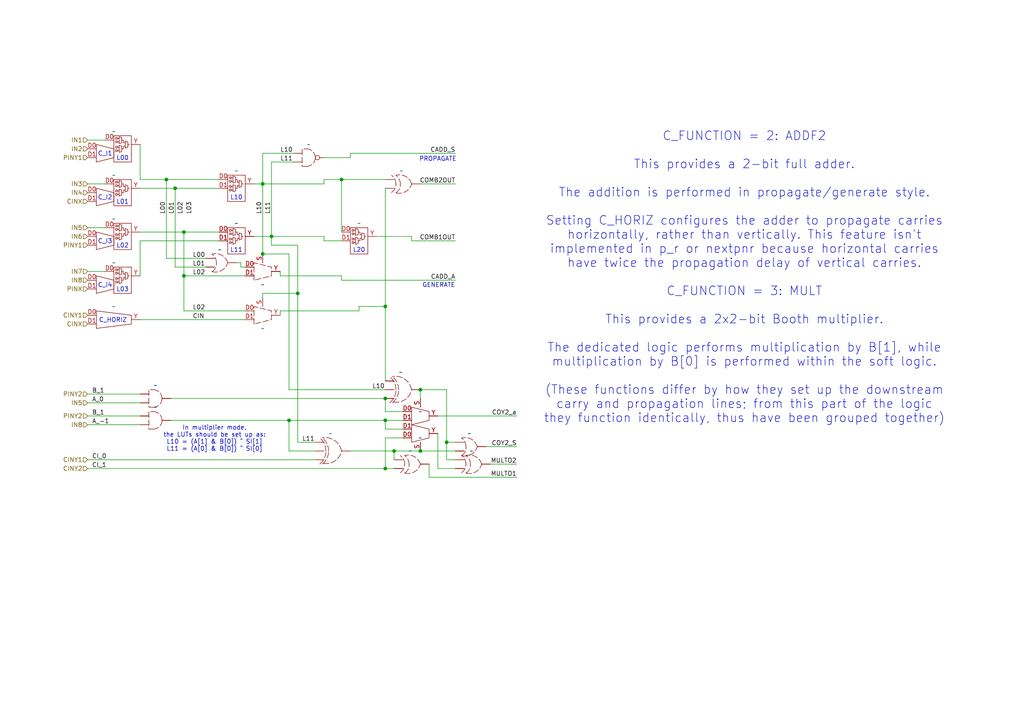
<source format=kicad_sch>
(kicad_sch
	(version 20250114)
	(generator "eeschema")
	(generator_version "9.0")
	(uuid "4eb45b01-2ebb-400b-8ba6-4cb100222d53")
	(paper "A4")
	(title_block
		(title "CPE: 2-bit Adder/Multiplier Mode")
		(rev "4")
		(company "YosysHQ")
	)
	(lib_symbols
		(symbol "AND_1"
			(exclude_from_sim no)
			(in_bom yes)
			(on_board yes)
			(property "Reference" "U"
				(at 0 0 0)
				(effects
					(font
						(size 1.27 1.27)
					)
				)
			)
			(property "Value" ""
				(at 0 0 0)
				(effects
					(font
						(size 1.27 1.27)
					)
				)
			)
			(property "Footprint" ""
				(at 0 0 0)
				(effects
					(font
						(size 1.27 1.27)
					)
					(hide yes)
				)
			)
			(property "Datasheet" ""
				(at 0 0 0)
				(effects
					(font
						(size 1.27 1.27)
					)
					(hide yes)
				)
			)
			(property "Description" ""
				(at 0 0 0)
				(effects
					(font
						(size 1.27 1.27)
					)
					(hide yes)
				)
			)
			(symbol "AND_1_1_1"
				(polyline
					(pts
						(xy 0 -2.54) (xy -1.27 -2.54) (xy -1.27 2.54) (xy 0 2.54)
					)
					(stroke
						(width 0)
						(type dash)
					)
					(fill
						(type none)
					)
				)
				(arc
					(start 0 2.54)
					(mid 1.7961 1.7961)
					(end 2.54 0)
					(stroke
						(width 0)
						(type dash)
					)
					(fill
						(type none)
					)
				)
				(arc
					(start 2.54 0)
					(mid 1.7961 -1.7961)
					(end 0 -2.54)
					(stroke
						(width 0)
						(type dash)
					)
					(fill
						(type none)
					)
				)
				(pin input line
					(at -3.81 1.27 0)
					(length 2.54)
					(name ""
						(effects
							(font
								(size 1.27 1.27)
							)
						)
					)
					(number ""
						(effects
							(font
								(size 1.27 1.27)
							)
						)
					)
				)
				(pin input line
					(at -3.81 -1.27 0)
					(length 2.54)
					(name ""
						(effects
							(font
								(size 1.27 1.27)
							)
						)
					)
					(number ""
						(effects
							(font
								(size 1.27 1.27)
							)
						)
					)
				)
				(pin output line
					(at 5.08 0 180)
					(length 2.54)
					(name ""
						(effects
							(font
								(size 1.27 1.27)
							)
						)
					)
					(number ""
						(effects
							(font
								(size 1.27 1.27)
							)
						)
					)
				)
			)
			(embedded_fonts no)
		)
		(symbol "AND_2"
			(exclude_from_sim no)
			(in_bom yes)
			(on_board yes)
			(property "Reference" "U"
				(at 0 0 0)
				(effects
					(font
						(size 1.27 1.27)
					)
				)
			)
			(property "Value" ""
				(at 0 0 0)
				(effects
					(font
						(size 1.27 1.27)
					)
				)
			)
			(property "Footprint" ""
				(at 0 0 0)
				(effects
					(font
						(size 1.27 1.27)
					)
					(hide yes)
				)
			)
			(property "Datasheet" ""
				(at 0 0 0)
				(effects
					(font
						(size 1.27 1.27)
					)
					(hide yes)
				)
			)
			(property "Description" ""
				(at 0 0 0)
				(effects
					(font
						(size 1.27 1.27)
					)
					(hide yes)
				)
			)
			(symbol "AND_2_1_1"
				(polyline
					(pts
						(xy 0 -2.54) (xy -1.27 -2.54) (xy -1.27 2.54) (xy 0 2.54)
					)
					(stroke
						(width 0)
						(type dash)
					)
					(fill
						(type none)
					)
				)
				(arc
					(start 0 2.54)
					(mid 1.7961 1.7961)
					(end 2.54 0)
					(stroke
						(width 0)
						(type dash)
					)
					(fill
						(type none)
					)
				)
				(arc
					(start 2.54 0)
					(mid 1.7961 -1.7961)
					(end 0 -2.54)
					(stroke
						(width 0)
						(type dash)
					)
					(fill
						(type none)
					)
				)
				(pin input line
					(at -3.81 1.27 0)
					(length 2.54)
					(name ""
						(effects
							(font
								(size 1.27 1.27)
							)
						)
					)
					(number ""
						(effects
							(font
								(size 1.27 1.27)
							)
						)
					)
				)
				(pin input line
					(at -3.81 -1.27 0)
					(length 2.54)
					(name ""
						(effects
							(font
								(size 1.27 1.27)
							)
						)
					)
					(number ""
						(effects
							(font
								(size 1.27 1.27)
							)
						)
					)
				)
				(pin output line
					(at 5.08 0 180)
					(length 2.54)
					(name ""
						(effects
							(font
								(size 1.27 1.27)
							)
						)
					)
					(number ""
						(effects
							(font
								(size 1.27 1.27)
							)
						)
					)
				)
			)
			(embedded_fonts no)
		)
		(symbol "LUT2 with C_I mux_1"
			(exclude_from_sim no)
			(in_bom yes)
			(on_board yes)
			(property "Reference" "L"
				(at 0 3.556 0)
				(effects
					(font
						(size 1.27 1.27)
					)
				)
			)
			(property "Value" ""
				(at 0 0 0)
				(effects
					(font
						(size 1.27 1.27)
					)
				)
			)
			(property "Footprint" ""
				(at 0 0 0)
				(effects
					(font
						(size 1.27 1.27)
					)
					(hide yes)
				)
			)
			(property "Datasheet" ""
				(at 0 0 0)
				(effects
					(font
						(size 1.27 1.27)
					)
					(hide yes)
				)
			)
			(property "Description" ""
				(at 0 0 0)
				(effects
					(font
						(size 1.27 1.27)
					)
					(hide yes)
				)
			)
			(symbol "LUT2 with C_I mux_1_0_1"
				(polyline
					(pts
						(xy -7.62 0) (xy -7.62 -5.08) (xy -2.54 -3.81) (xy -2.54 -1.27) (xy -7.62 0)
					)
					(stroke
						(width 0)
						(type default)
					)
					(fill
						(type none)
					)
				)
				(rectangle
					(start -2.54 2.54)
					(end 2.54 -5.08)
					(stroke
						(width 0)
						(type default)
					)
					(fill
						(type none)
					)
				)
				(rectangle
					(start -2.032 2.032)
					(end -1.524 1.524)
					(stroke
						(width 0)
						(type default)
					)
					(fill
						(type none)
					)
				)
				(rectangle
					(start -2.032 1.016)
					(end -1.524 0.508)
					(stroke
						(width 0)
						(type default)
					)
					(fill
						(type none)
					)
				)
				(rectangle
					(start -2.032 -0.508)
					(end -1.524 -1.016)
					(stroke
						(width 0)
						(type default)
					)
					(fill
						(type none)
					)
				)
				(rectangle
					(start -2.032 -1.524)
					(end -1.524 -2.032)
					(stroke
						(width 0)
						(type default)
					)
					(fill
						(type none)
					)
				)
				(polyline
					(pts
						(xy -1.524 1.778) (xy -1.016 1.778)
					)
					(stroke
						(width 0)
						(type default)
					)
					(fill
						(type none)
					)
				)
				(polyline
					(pts
						(xy -1.524 0.762) (xy -1.016 0.762)
					)
					(stroke
						(width 0)
						(type default)
					)
					(fill
						(type none)
					)
				)
				(polyline
					(pts
						(xy -1.524 -0.762) (xy -1.016 -0.762)
					)
					(stroke
						(width 0)
						(type default)
					)
					(fill
						(type none)
					)
				)
				(polyline
					(pts
						(xy -1.524 -1.778) (xy -1.016 -1.778)
					)
					(stroke
						(width 0)
						(type default)
					)
					(fill
						(type none)
					)
				)
				(polyline
					(pts
						(xy -1.016 0.254) (xy -1.016 2.286) (xy -0.254 2.032) (xy -0.254 0.508) (xy -1.016 0.254)
					)
					(stroke
						(width 0)
						(type default)
					)
					(fill
						(type none)
					)
				)
				(polyline
					(pts
						(xy -1.016 -0.254) (xy -1.016 -2.286) (xy -0.254 -2.032) (xy -0.254 -0.508) (xy -1.016 -0.254)
					)
					(stroke
						(width 0)
						(type default)
					)
					(fill
						(type none)
					)
				)
				(polyline
					(pts
						(xy -0.254 1.27) (xy 0.254 1.27) (xy 0.254 0.508) (xy 0.762 0.508)
					)
					(stroke
						(width 0)
						(type default)
					)
					(fill
						(type none)
					)
				)
				(polyline
					(pts
						(xy -0.254 -1.27) (xy 0.254 -1.27) (xy 0.254 -0.508) (xy 0.762 -0.508)
					)
					(stroke
						(width 0)
						(type default)
					)
					(fill
						(type none)
					)
				)
				(polyline
					(pts
						(xy 0.762 -1.016) (xy 0.762 1.016) (xy 1.524 0.762) (xy 1.524 -0.762) (xy 0.762 -1.016)
					)
					(stroke
						(width 0)
						(type default)
					)
					(fill
						(type none)
					)
				)
				(polyline
					(pts
						(xy 1.524 0) (xy 2.032 0)
					)
					(stroke
						(width 0)
						(type default)
					)
					(fill
						(type none)
					)
				)
			)
			(symbol "LUT2 with C_I mux_1_1_1"
				(pin input line
					(at -10.16 -1.27 0)
					(length 2.54)
					(name ""
						(effects
							(font
								(size 1.27 1.27)
							)
						)
					)
					(number "D0"
						(effects
							(font
								(size 1.27 1.27)
							)
						)
					)
				)
				(pin input line
					(at -10.16 -3.81 0)
					(length 2.54)
					(name ""
						(effects
							(font
								(size 1.27 1.27)
							)
						)
					)
					(number "D1"
						(effects
							(font
								(size 1.27 1.27)
							)
						)
					)
				)
				(pin input line
					(at -5.08 1.27 0)
					(length 2.54)
					(name ""
						(effects
							(font
								(size 1.27 1.27)
							)
						)
					)
					(number "D0"
						(effects
							(font
								(size 1.27 1.27)
							)
						)
					)
				)
				(pin output line
					(at 5.08 0 180)
					(length 2.54)
					(name ""
						(effects
							(font
								(size 1.27 1.27)
							)
						)
					)
					(number "Y"
						(effects
							(font
								(size 1.27 1.27)
							)
						)
					)
				)
			)
			(embedded_fonts no)
		)
		(symbol "LUT2 with C_I mux_2"
			(exclude_from_sim no)
			(in_bom yes)
			(on_board yes)
			(property "Reference" "L"
				(at 0 3.556 0)
				(effects
					(font
						(size 1.27 1.27)
					)
				)
			)
			(property "Value" ""
				(at 0 0 0)
				(effects
					(font
						(size 1.27 1.27)
					)
				)
			)
			(property "Footprint" ""
				(at 0 0 0)
				(effects
					(font
						(size 1.27 1.27)
					)
					(hide yes)
				)
			)
			(property "Datasheet" ""
				(at 0 0 0)
				(effects
					(font
						(size 1.27 1.27)
					)
					(hide yes)
				)
			)
			(property "Description" ""
				(at 0 0 0)
				(effects
					(font
						(size 1.27 1.27)
					)
					(hide yes)
				)
			)
			(symbol "LUT2 with C_I mux_2_0_1"
				(polyline
					(pts
						(xy -7.62 0) (xy -7.62 -5.08) (xy -2.54 -3.81) (xy -2.54 -1.27) (xy -7.62 0)
					)
					(stroke
						(width 0)
						(type default)
					)
					(fill
						(type none)
					)
				)
				(rectangle
					(start -2.54 2.54)
					(end 2.54 -5.08)
					(stroke
						(width 0)
						(type default)
					)
					(fill
						(type none)
					)
				)
				(rectangle
					(start -2.032 2.032)
					(end -1.524 1.524)
					(stroke
						(width 0)
						(type default)
					)
					(fill
						(type none)
					)
				)
				(rectangle
					(start -2.032 1.016)
					(end -1.524 0.508)
					(stroke
						(width 0)
						(type default)
					)
					(fill
						(type none)
					)
				)
				(rectangle
					(start -2.032 -0.508)
					(end -1.524 -1.016)
					(stroke
						(width 0)
						(type default)
					)
					(fill
						(type none)
					)
				)
				(rectangle
					(start -2.032 -1.524)
					(end -1.524 -2.032)
					(stroke
						(width 0)
						(type default)
					)
					(fill
						(type none)
					)
				)
				(polyline
					(pts
						(xy -1.524 1.778) (xy -1.016 1.778)
					)
					(stroke
						(width 0)
						(type default)
					)
					(fill
						(type none)
					)
				)
				(polyline
					(pts
						(xy -1.524 0.762) (xy -1.016 0.762)
					)
					(stroke
						(width 0)
						(type default)
					)
					(fill
						(type none)
					)
				)
				(polyline
					(pts
						(xy -1.524 -0.762) (xy -1.016 -0.762)
					)
					(stroke
						(width 0)
						(type default)
					)
					(fill
						(type none)
					)
				)
				(polyline
					(pts
						(xy -1.524 -1.778) (xy -1.016 -1.778)
					)
					(stroke
						(width 0)
						(type default)
					)
					(fill
						(type none)
					)
				)
				(polyline
					(pts
						(xy -1.016 0.254) (xy -1.016 2.286) (xy -0.254 2.032) (xy -0.254 0.508) (xy -1.016 0.254)
					)
					(stroke
						(width 0)
						(type default)
					)
					(fill
						(type none)
					)
				)
				(polyline
					(pts
						(xy -1.016 -0.254) (xy -1.016 -2.286) (xy -0.254 -2.032) (xy -0.254 -0.508) (xy -1.016 -0.254)
					)
					(stroke
						(width 0)
						(type default)
					)
					(fill
						(type none)
					)
				)
				(polyline
					(pts
						(xy -0.254 1.27) (xy 0.254 1.27) (xy 0.254 0.508) (xy 0.762 0.508)
					)
					(stroke
						(width 0)
						(type default)
					)
					(fill
						(type none)
					)
				)
				(polyline
					(pts
						(xy -0.254 -1.27) (xy 0.254 -1.27) (xy 0.254 -0.508) (xy 0.762 -0.508)
					)
					(stroke
						(width 0)
						(type default)
					)
					(fill
						(type none)
					)
				)
				(polyline
					(pts
						(xy 0.762 -1.016) (xy 0.762 1.016) (xy 1.524 0.762) (xy 1.524 -0.762) (xy 0.762 -1.016)
					)
					(stroke
						(width 0)
						(type default)
					)
					(fill
						(type none)
					)
				)
				(polyline
					(pts
						(xy 1.524 0) (xy 2.032 0)
					)
					(stroke
						(width 0)
						(type default)
					)
					(fill
						(type none)
					)
				)
			)
			(symbol "LUT2 with C_I mux_2_1_1"
				(pin input line
					(at -10.16 -1.27 0)
					(length 2.54)
					(name ""
						(effects
							(font
								(size 1.27 1.27)
							)
						)
					)
					(number "D0"
						(effects
							(font
								(size 1.27 1.27)
							)
						)
					)
				)
				(pin input line
					(at -10.16 -3.81 0)
					(length 2.54)
					(name ""
						(effects
							(font
								(size 1.27 1.27)
							)
						)
					)
					(number "D1"
						(effects
							(font
								(size 1.27 1.27)
							)
						)
					)
				)
				(pin input line
					(at -5.08 1.27 0)
					(length 2.54)
					(name ""
						(effects
							(font
								(size 1.27 1.27)
							)
						)
					)
					(number "D0"
						(effects
							(font
								(size 1.27 1.27)
							)
						)
					)
				)
				(pin output line
					(at 5.08 0 180)
					(length 2.54)
					(name ""
						(effects
							(font
								(size 1.27 1.27)
							)
						)
					)
					(number "Y"
						(effects
							(font
								(size 1.27 1.27)
							)
						)
					)
				)
			)
			(embedded_fonts no)
		)
		(symbol "LUT2 with C_I mux_3"
			(exclude_from_sim no)
			(in_bom yes)
			(on_board yes)
			(property "Reference" "L"
				(at 0 3.556 0)
				(effects
					(font
						(size 1.27 1.27)
					)
				)
			)
			(property "Value" ""
				(at 0 0 0)
				(effects
					(font
						(size 1.27 1.27)
					)
				)
			)
			(property "Footprint" ""
				(at 0 0 0)
				(effects
					(font
						(size 1.27 1.27)
					)
					(hide yes)
				)
			)
			(property "Datasheet" ""
				(at 0 0 0)
				(effects
					(font
						(size 1.27 1.27)
					)
					(hide yes)
				)
			)
			(property "Description" ""
				(at 0 0 0)
				(effects
					(font
						(size 1.27 1.27)
					)
					(hide yes)
				)
			)
			(symbol "LUT2 with C_I mux_3_0_1"
				(polyline
					(pts
						(xy -7.62 0) (xy -7.62 -5.08) (xy -2.54 -3.81) (xy -2.54 -1.27) (xy -7.62 0)
					)
					(stroke
						(width 0)
						(type default)
					)
					(fill
						(type none)
					)
				)
				(rectangle
					(start -2.54 2.54)
					(end 2.54 -5.08)
					(stroke
						(width 0)
						(type default)
					)
					(fill
						(type none)
					)
				)
				(rectangle
					(start -2.032 2.032)
					(end -1.524 1.524)
					(stroke
						(width 0)
						(type default)
					)
					(fill
						(type none)
					)
				)
				(rectangle
					(start -2.032 1.016)
					(end -1.524 0.508)
					(stroke
						(width 0)
						(type default)
					)
					(fill
						(type none)
					)
				)
				(rectangle
					(start -2.032 -0.508)
					(end -1.524 -1.016)
					(stroke
						(width 0)
						(type default)
					)
					(fill
						(type none)
					)
				)
				(rectangle
					(start -2.032 -1.524)
					(end -1.524 -2.032)
					(stroke
						(width 0)
						(type default)
					)
					(fill
						(type none)
					)
				)
				(polyline
					(pts
						(xy -1.524 1.778) (xy -1.016 1.778)
					)
					(stroke
						(width 0)
						(type default)
					)
					(fill
						(type none)
					)
				)
				(polyline
					(pts
						(xy -1.524 0.762) (xy -1.016 0.762)
					)
					(stroke
						(width 0)
						(type default)
					)
					(fill
						(type none)
					)
				)
				(polyline
					(pts
						(xy -1.524 -0.762) (xy -1.016 -0.762)
					)
					(stroke
						(width 0)
						(type default)
					)
					(fill
						(type none)
					)
				)
				(polyline
					(pts
						(xy -1.524 -1.778) (xy -1.016 -1.778)
					)
					(stroke
						(width 0)
						(type default)
					)
					(fill
						(type none)
					)
				)
				(polyline
					(pts
						(xy -1.016 0.254) (xy -1.016 2.286) (xy -0.254 2.032) (xy -0.254 0.508) (xy -1.016 0.254)
					)
					(stroke
						(width 0)
						(type default)
					)
					(fill
						(type none)
					)
				)
				(polyline
					(pts
						(xy -1.016 -0.254) (xy -1.016 -2.286) (xy -0.254 -2.032) (xy -0.254 -0.508) (xy -1.016 -0.254)
					)
					(stroke
						(width 0)
						(type default)
					)
					(fill
						(type none)
					)
				)
				(polyline
					(pts
						(xy -0.254 1.27) (xy 0.254 1.27) (xy 0.254 0.508) (xy 0.762 0.508)
					)
					(stroke
						(width 0)
						(type default)
					)
					(fill
						(type none)
					)
				)
				(polyline
					(pts
						(xy -0.254 -1.27) (xy 0.254 -1.27) (xy 0.254 -0.508) (xy 0.762 -0.508)
					)
					(stroke
						(width 0)
						(type default)
					)
					(fill
						(type none)
					)
				)
				(polyline
					(pts
						(xy 0.762 -1.016) (xy 0.762 1.016) (xy 1.524 0.762) (xy 1.524 -0.762) (xy 0.762 -1.016)
					)
					(stroke
						(width 0)
						(type default)
					)
					(fill
						(type none)
					)
				)
				(polyline
					(pts
						(xy 1.524 0) (xy 2.032 0)
					)
					(stroke
						(width 0)
						(type default)
					)
					(fill
						(type none)
					)
				)
			)
			(symbol "LUT2 with C_I mux_3_1_1"
				(pin input line
					(at -10.16 -1.27 0)
					(length 2.54)
					(name ""
						(effects
							(font
								(size 1.27 1.27)
							)
						)
					)
					(number "D0"
						(effects
							(font
								(size 1.27 1.27)
							)
						)
					)
				)
				(pin input line
					(at -10.16 -3.81 0)
					(length 2.54)
					(name ""
						(effects
							(font
								(size 1.27 1.27)
							)
						)
					)
					(number "D1"
						(effects
							(font
								(size 1.27 1.27)
							)
						)
					)
				)
				(pin input line
					(at -5.08 1.27 0)
					(length 2.54)
					(name ""
						(effects
							(font
								(size 1.27 1.27)
							)
						)
					)
					(number "D0"
						(effects
							(font
								(size 1.27 1.27)
							)
						)
					)
				)
				(pin output line
					(at 5.08 0 180)
					(length 2.54)
					(name ""
						(effects
							(font
								(size 1.27 1.27)
							)
						)
					)
					(number "Y"
						(effects
							(font
								(size 1.27 1.27)
							)
						)
					)
				)
			)
			(embedded_fonts no)
		)
		(symbol "OR_2"
			(exclude_from_sim no)
			(in_bom yes)
			(on_board yes)
			(property "Reference" "U"
				(at -1.27 0 0)
				(effects
					(font
						(size 1.27 1.27)
					)
				)
			)
			(property "Value" ""
				(at 0 0 0)
				(effects
					(font
						(size 1.27 1.27)
					)
				)
			)
			(property "Footprint" ""
				(at 0 0 0)
				(effects
					(font
						(size 1.27 1.27)
					)
					(hide yes)
				)
			)
			(property "Datasheet" ""
				(at 0 0 0)
				(effects
					(font
						(size 1.27 1.27)
					)
					(hide yes)
				)
			)
			(property "Description" ""
				(at 0 0 0)
				(effects
					(font
						(size 1.27 1.27)
					)
					(hide yes)
				)
			)
			(symbol "OR_2_1_1"
				(arc
					(start -3.275 2.49)
					(mid -2.3293 1.3753)
					(end -2.005 -0.05)
					(stroke
						(width 0)
						(type dash)
					)
					(fill
						(type none)
					)
				)
				(arc
					(start -2.005 -0.05)
					(mid -2.2775 -1.5013)
					(end -3.275 -2.59)
					(stroke
						(width 0)
						(type dash)
					)
					(fill
						(type none)
					)
				)
				(arc
					(start 1.27 0)
					(mid -0.4662 -2.2363)
					(end -3.2752 -2.5898)
					(stroke
						(width 0)
						(type dash)
					)
					(fill
						(type none)
					)
				)
				(arc
					(start -3.2752 2.4898)
					(mid -0.4869 2.1863)
					(end 1.27 0)
					(stroke
						(width 0)
						(type dash)
					)
					(fill
						(type none)
					)
				)
				(pin input line
					(at -5.08 1.27 0)
					(length 2.54)
					(name ""
						(effects
							(font
								(size 1.27 1.27)
							)
						)
					)
					(number ""
						(effects
							(font
								(size 1.27 1.27)
							)
						)
					)
				)
				(pin input line
					(at -5.08 -1.27 0)
					(length 2.54)
					(name ""
						(effects
							(font
								(size 1.27 1.27)
							)
						)
					)
					(number ""
						(effects
							(font
								(size 1.27 1.27)
							)
						)
					)
				)
				(pin input line
					(at 3.81 0 180)
					(length 2.54)
					(name ""
						(effects
							(font
								(size 1.27 1.27)
							)
						)
					)
					(number ""
						(effects
							(font
								(size 1.27 1.27)
							)
						)
					)
				)
			)
			(embedded_fonts no)
		)
		(symbol "XOR3_1"
			(exclude_from_sim no)
			(in_bom yes)
			(on_board yes)
			(property "Reference" "U"
				(at 0 -1.27 0)
				(effects
					(font
						(size 1.27 1.27)
					)
				)
			)
			(property "Value" ""
				(at 0 0 0)
				(effects
					(font
						(size 1.27 1.27)
					)
				)
			)
			(property "Footprint" ""
				(at 0 0 0)
				(effects
					(font
						(size 1.27 1.27)
					)
					(hide yes)
				)
			)
			(property "Datasheet" ""
				(at 0 0 0)
				(effects
					(font
						(size 1.27 1.27)
					)
					(hide yes)
				)
			)
			(property "Description" ""
				(at 0 0 0)
				(effects
					(font
						(size 1.27 1.27)
					)
					(hide yes)
				)
			)
			(symbol "XOR3_1_0_1"
				(arc
					(start -3.048 3.81)
					(mid 0.5351 3.0623)
					(end 2.54 0)
					(stroke
						(width 0)
						(type dash)
					)
					(fill
						(type none)
					)
				)
				(arc
					(start 2.54 0)
					(mid 0.6095 -2.8827)
					(end -2.794 -3.556)
					(stroke
						(width 0)
						(type dash)
					)
					(fill
						(type none)
					)
				)
			)
			(symbol "XOR3_1_1_1"
				(arc
					(start -3.81 3.81)
					(mid -2.464 2.0874)
					(end -2.0046 -0.0498)
					(stroke
						(width 0)
						(type dash)
					)
					(fill
						(type none)
					)
				)
				(arc
					(start -1.9759 0.0685)
					(mid -2.4353 -2.0687)
					(end -3.7813 -3.7913)
					(stroke
						(width 0)
						(type dash)
					)
					(fill
						(type none)
					)
				)
				(arc
					(start -3.0193 3.7913)
					(mid -1.6733 2.0687)
					(end -1.2139 -0.0685)
					(stroke
						(width 0)
						(type dash)
					)
					(fill
						(type none)
					)
				)
				(arc
					(start -1.2139 0.0685)
					(mid -1.6733 -2.0687)
					(end -3.0193 -3.7913)
					(stroke
						(width 0)
						(type dash)
					)
					(fill
						(type none)
					)
				)
				(pin input line
					(at -5.08 2.54 0)
					(length 2.54)
					(name ""
						(effects
							(font
								(size 1.27 1.27)
							)
						)
					)
					(number ""
						(effects
							(font
								(size 1.27 1.27)
							)
						)
					)
				)
				(pin input line
					(at -5.08 0 0)
					(length 2.54)
					(name ""
						(effects
							(font
								(size 1.27 1.27)
							)
						)
					)
					(number ""
						(effects
							(font
								(size 1.27 1.27)
							)
						)
					)
				)
				(pin input line
					(at -5.08 -2.54 0)
					(length 2.54)
					(name ""
						(effects
							(font
								(size 1.27 1.27)
							)
						)
					)
					(number ""
						(effects
							(font
								(size 1.27 1.27)
							)
						)
					)
				)
				(pin input line
					(at 5.08 0 180)
					(length 2.54)
					(name ""
						(effects
							(font
								(size 1.27 1.27)
							)
						)
					)
					(number ""
						(effects
							(font
								(size 1.27 1.27)
							)
						)
					)
				)
			)
			(embedded_fonts no)
		)
		(symbol "XOR_1"
			(exclude_from_sim no)
			(in_bom yes)
			(on_board yes)
			(property "Reference" "U"
				(at 0 0 0)
				(effects
					(font
						(size 1.27 1.27)
					)
				)
			)
			(property "Value" ""
				(at 0 0 0)
				(effects
					(font
						(size 1.27 1.27)
					)
				)
			)
			(property "Footprint" ""
				(at 0 0 0)
				(effects
					(font
						(size 1.27 1.27)
					)
					(hide yes)
				)
			)
			(property "Datasheet" ""
				(at 0 0 0)
				(effects
					(font
						(size 1.27 1.27)
					)
					(hide yes)
				)
			)
			(property "Description" ""
				(at 0 0 0)
				(effects
					(font
						(size 1.27 1.27)
					)
					(hide yes)
				)
			)
			(symbol "XOR_1_1_1"
				(arc
					(start -3.2746 2.4902)
					(mid -2.3289 1.3755)
					(end -2.0046 -0.0498)
					(stroke
						(width 0)
						(type dash)
					)
					(fill
						(type none)
					)
				)
				(arc
					(start -2.0046 0.0498)
					(mid -2.3289 -1.3755)
					(end -3.2746 -2.4902)
					(stroke
						(width 0)
						(type dash)
					)
					(fill
						(type none)
					)
				)
				(arc
					(start -2.005 2.49)
					(mid -1.0593 1.3753)
					(end -0.735 -0.05)
					(stroke
						(width 0)
						(type dash)
					)
					(fill
						(type none)
					)
				)
				(arc
					(start -0.735 -0.05)
					(mid -1.0075 -1.5013)
					(end -2.005 -2.59)
					(stroke
						(width 0)
						(type dash)
					)
					(fill
						(type none)
					)
				)
				(arc
					(start 2.54 0)
					(mid 0.8038 -2.2363)
					(end -2.0052 -2.5898)
					(stroke
						(width 0)
						(type dash)
					)
					(fill
						(type none)
					)
				)
				(arc
					(start -2.0052 2.4898)
					(mid 0.7831 2.1863)
					(end 2.54 0)
					(stroke
						(width 0)
						(type dash)
					)
					(fill
						(type none)
					)
				)
				(pin input line
					(at -5.08 1.27 0)
					(length 2.54)
					(name ""
						(effects
							(font
								(size 1.27 1.27)
							)
						)
					)
					(number ""
						(effects
							(font
								(size 1.27 1.27)
							)
						)
					)
				)
				(pin input line
					(at -5.08 -1.27 0)
					(length 2.54)
					(name ""
						(effects
							(font
								(size 1.27 1.27)
							)
						)
					)
					(number ""
						(effects
							(font
								(size 1.27 1.27)
							)
						)
					)
				)
				(pin input line
					(at 5.08 0 180)
					(length 2.54)
					(name ""
						(effects
							(font
								(size 1.27 1.27)
							)
						)
					)
					(number ""
						(effects
							(font
								(size 1.27 1.27)
							)
						)
					)
				)
			)
			(embedded_fonts no)
		)
		(symbol "XOR_2"
			(exclude_from_sim no)
			(in_bom yes)
			(on_board yes)
			(property "Reference" "U"
				(at 0 0 0)
				(effects
					(font
						(size 1.27 1.27)
					)
				)
			)
			(property "Value" ""
				(at 0 0 0)
				(effects
					(font
						(size 1.27 1.27)
					)
				)
			)
			(property "Footprint" ""
				(at 0 0 0)
				(effects
					(font
						(size 1.27 1.27)
					)
					(hide yes)
				)
			)
			(property "Datasheet" ""
				(at 0 0 0)
				(effects
					(font
						(size 1.27 1.27)
					)
					(hide yes)
				)
			)
			(property "Description" ""
				(at 0 0 0)
				(effects
					(font
						(size 1.27 1.27)
					)
					(hide yes)
				)
			)
			(symbol "XOR_2_1_1"
				(arc
					(start -3.2746 2.4902)
					(mid -2.3289 1.3755)
					(end -2.0046 -0.0498)
					(stroke
						(width 0)
						(type dash)
					)
					(fill
						(type none)
					)
				)
				(arc
					(start -2.0046 0.0498)
					(mid -2.3289 -1.3755)
					(end -3.2746 -2.4902)
					(stroke
						(width 0)
						(type dash)
					)
					(fill
						(type none)
					)
				)
				(arc
					(start -2.005 2.49)
					(mid -1.0593 1.3753)
					(end -0.735 -0.05)
					(stroke
						(width 0)
						(type dash)
					)
					(fill
						(type none)
					)
				)
				(arc
					(start -0.735 -0.05)
					(mid -1.0075 -1.5013)
					(end -2.005 -2.59)
					(stroke
						(width 0)
						(type dash)
					)
					(fill
						(type none)
					)
				)
				(arc
					(start 2.54 0)
					(mid 0.8038 -2.2363)
					(end -2.0052 -2.5898)
					(stroke
						(width 0)
						(type dash)
					)
					(fill
						(type none)
					)
				)
				(arc
					(start -2.0052 2.4898)
					(mid 0.7831 2.1863)
					(end 2.54 0)
					(stroke
						(width 0)
						(type dash)
					)
					(fill
						(type none)
					)
				)
				(pin input line
					(at -5.08 1.27 0)
					(length 2.54)
					(name ""
						(effects
							(font
								(size 1.27 1.27)
							)
						)
					)
					(number ""
						(effects
							(font
								(size 1.27 1.27)
							)
						)
					)
				)
				(pin input line
					(at -5.08 -1.27 0)
					(length 2.54)
					(name ""
						(effects
							(font
								(size 1.27 1.27)
							)
						)
					)
					(number ""
						(effects
							(font
								(size 1.27 1.27)
							)
						)
					)
				)
				(pin input line
					(at 5.08 0 180)
					(length 2.54)
					(name ""
						(effects
							(font
								(size 1.27 1.27)
							)
						)
					)
					(number ""
						(effects
							(font
								(size 1.27 1.27)
							)
						)
					)
				)
			)
			(embedded_fonts no)
		)
		(symbol "XOR_3"
			(exclude_from_sim no)
			(in_bom yes)
			(on_board yes)
			(property "Reference" "U"
				(at 0 0 0)
				(effects
					(font
						(size 1.27 1.27)
					)
				)
			)
			(property "Value" ""
				(at 0 0 0)
				(effects
					(font
						(size 1.27 1.27)
					)
				)
			)
			(property "Footprint" ""
				(at 0 0 0)
				(effects
					(font
						(size 1.27 1.27)
					)
					(hide yes)
				)
			)
			(property "Datasheet" ""
				(at 0 0 0)
				(effects
					(font
						(size 1.27 1.27)
					)
					(hide yes)
				)
			)
			(property "Description" ""
				(at 0 0 0)
				(effects
					(font
						(size 1.27 1.27)
					)
					(hide yes)
				)
			)
			(symbol "XOR_3_1_1"
				(arc
					(start -3.2746 2.4902)
					(mid -2.3289 1.3755)
					(end -2.0046 -0.0498)
					(stroke
						(width 0)
						(type dash)
					)
					(fill
						(type none)
					)
				)
				(arc
					(start -2.0046 0.0498)
					(mid -2.3289 -1.3755)
					(end -3.2746 -2.4902)
					(stroke
						(width 0)
						(type dash)
					)
					(fill
						(type none)
					)
				)
				(arc
					(start -2.005 2.49)
					(mid -1.0593 1.3753)
					(end -0.735 -0.05)
					(stroke
						(width 0)
						(type dash)
					)
					(fill
						(type none)
					)
				)
				(arc
					(start -0.735 -0.05)
					(mid -1.0075 -1.5013)
					(end -2.005 -2.59)
					(stroke
						(width 0)
						(type dash)
					)
					(fill
						(type none)
					)
				)
				(arc
					(start 2.54 0)
					(mid 0.8038 -2.2363)
					(end -2.0052 -2.5898)
					(stroke
						(width 0)
						(type dash)
					)
					(fill
						(type none)
					)
				)
				(arc
					(start -2.0052 2.4898)
					(mid 0.7831 2.1863)
					(end 2.54 0)
					(stroke
						(width 0)
						(type dash)
					)
					(fill
						(type none)
					)
				)
				(pin input line
					(at -5.08 1.27 0)
					(length 2.54)
					(name ""
						(effects
							(font
								(size 1.27 1.27)
							)
						)
					)
					(number ""
						(effects
							(font
								(size 1.27 1.27)
							)
						)
					)
				)
				(pin input line
					(at -5.08 -1.27 0)
					(length 2.54)
					(name ""
						(effects
							(font
								(size 1.27 1.27)
							)
						)
					)
					(number ""
						(effects
							(font
								(size 1.27 1.27)
							)
						)
					)
				)
				(pin input line
					(at 5.08 0 180)
					(length 2.54)
					(name ""
						(effects
							(font
								(size 1.27 1.27)
							)
						)
					)
					(number ""
						(effects
							(font
								(size 1.27 1.27)
							)
						)
					)
				)
			)
			(embedded_fonts no)
		)
		(symbol "peppercorn:LUT2"
			(exclude_from_sim no)
			(in_bom yes)
			(on_board yes)
			(property "Reference" "L"
				(at 0 3.556 0)
				(effects
					(font
						(size 1.27 1.27)
					)
				)
			)
			(property "Value" ""
				(at 0 0 0)
				(effects
					(font
						(size 1.27 1.27)
					)
				)
			)
			(property "Footprint" ""
				(at 0 0 0)
				(effects
					(font
						(size 1.27 1.27)
					)
					(hide yes)
				)
			)
			(property "Datasheet" ""
				(at 0 0 0)
				(effects
					(font
						(size 1.27 1.27)
					)
					(hide yes)
				)
			)
			(property "Description" ""
				(at 0 0 0)
				(effects
					(font
						(size 1.27 1.27)
					)
					(hide yes)
				)
			)
			(symbol "LUT2_0_1"
				(rectangle
					(start -2.54 2.54)
					(end 2.54 -5.08)
					(stroke
						(width 0)
						(type default)
					)
					(fill
						(type none)
					)
				)
				(rectangle
					(start -2.032 2.032)
					(end -1.524 1.524)
					(stroke
						(width 0)
						(type default)
					)
					(fill
						(type none)
					)
				)
				(rectangle
					(start -2.032 1.016)
					(end -1.524 0.508)
					(stroke
						(width 0)
						(type default)
					)
					(fill
						(type none)
					)
				)
				(rectangle
					(start -2.032 -0.508)
					(end -1.524 -1.016)
					(stroke
						(width 0)
						(type default)
					)
					(fill
						(type none)
					)
				)
				(rectangle
					(start -2.032 -1.524)
					(end -1.524 -2.032)
					(stroke
						(width 0)
						(type default)
					)
					(fill
						(type none)
					)
				)
				(polyline
					(pts
						(xy -1.524 1.778) (xy -1.016 1.778)
					)
					(stroke
						(width 0)
						(type default)
					)
					(fill
						(type none)
					)
				)
				(polyline
					(pts
						(xy -1.524 0.762) (xy -1.016 0.762)
					)
					(stroke
						(width 0)
						(type default)
					)
					(fill
						(type none)
					)
				)
				(polyline
					(pts
						(xy -1.524 -0.762) (xy -1.016 -0.762)
					)
					(stroke
						(width 0)
						(type default)
					)
					(fill
						(type none)
					)
				)
				(polyline
					(pts
						(xy -1.524 -1.778) (xy -1.016 -1.778)
					)
					(stroke
						(width 0)
						(type default)
					)
					(fill
						(type none)
					)
				)
				(polyline
					(pts
						(xy -1.016 0.254) (xy -1.016 2.286) (xy -0.254 2.032) (xy -0.254 0.508) (xy -1.016 0.254)
					)
					(stroke
						(width 0)
						(type default)
					)
					(fill
						(type none)
					)
				)
				(polyline
					(pts
						(xy -1.016 -0.254) (xy -1.016 -2.286) (xy -0.254 -2.032) (xy -0.254 -0.508) (xy -1.016 -0.254)
					)
					(stroke
						(width 0)
						(type default)
					)
					(fill
						(type none)
					)
				)
				(polyline
					(pts
						(xy -0.254 1.27) (xy 0.254 1.27) (xy 0.254 0.508) (xy 0.762 0.508)
					)
					(stroke
						(width 0)
						(type default)
					)
					(fill
						(type none)
					)
				)
				(polyline
					(pts
						(xy -0.254 -1.27) (xy 0.254 -1.27) (xy 0.254 -0.508) (xy 0.762 -0.508)
					)
					(stroke
						(width 0)
						(type default)
					)
					(fill
						(type none)
					)
				)
				(polyline
					(pts
						(xy 0.762 -1.016) (xy 0.762 1.016) (xy 1.524 0.762) (xy 1.524 -0.762) (xy 0.762 -1.016)
					)
					(stroke
						(width 0)
						(type default)
					)
					(fill
						(type none)
					)
				)
				(polyline
					(pts
						(xy 1.524 0) (xy 2.032 0)
					)
					(stroke
						(width 0)
						(type default)
					)
					(fill
						(type none)
					)
				)
			)
			(symbol "LUT2_1_1"
				(pin input line
					(at -5.08 1.27 0)
					(length 2.54)
					(name ""
						(effects
							(font
								(size 1.27 1.27)
							)
						)
					)
					(number "D0"
						(effects
							(font
								(size 1.27 1.27)
							)
						)
					)
				)
				(pin input line
					(at -5.08 -1.27 0)
					(length 2.54)
					(name ""
						(effects
							(font
								(size 1.27 1.27)
							)
						)
					)
					(number "D1"
						(effects
							(font
								(size 1.27 1.27)
							)
						)
					)
				)
				(pin output line
					(at 5.08 0 180)
					(length 2.54)
					(name ""
						(effects
							(font
								(size 1.27 1.27)
							)
						)
					)
					(number "Y"
						(effects
							(font
								(size 1.27 1.27)
							)
						)
					)
				)
			)
			(embedded_fonts no)
		)
		(symbol "peppercorn:LUT2 with C_I mux"
			(exclude_from_sim no)
			(in_bom yes)
			(on_board yes)
			(property "Reference" "L"
				(at 0 3.556 0)
				(effects
					(font
						(size 1.27 1.27)
					)
				)
			)
			(property "Value" ""
				(at 0 0 0)
				(effects
					(font
						(size 1.27 1.27)
					)
				)
			)
			(property "Footprint" ""
				(at 0 0 0)
				(effects
					(font
						(size 1.27 1.27)
					)
					(hide yes)
				)
			)
			(property "Datasheet" ""
				(at 0 0 0)
				(effects
					(font
						(size 1.27 1.27)
					)
					(hide yes)
				)
			)
			(property "Description" ""
				(at 0 0 0)
				(effects
					(font
						(size 1.27 1.27)
					)
					(hide yes)
				)
			)
			(symbol "LUT2 with C_I mux_0_1"
				(polyline
					(pts
						(xy -7.62 0) (xy -7.62 -5.08) (xy -2.54 -3.81) (xy -2.54 -1.27) (xy -7.62 0)
					)
					(stroke
						(width 0)
						(type default)
					)
					(fill
						(type none)
					)
				)
				(rectangle
					(start -2.54 2.54)
					(end 2.54 -5.08)
					(stroke
						(width 0)
						(type default)
					)
					(fill
						(type none)
					)
				)
				(rectangle
					(start -2.032 2.032)
					(end -1.524 1.524)
					(stroke
						(width 0)
						(type default)
					)
					(fill
						(type none)
					)
				)
				(rectangle
					(start -2.032 1.016)
					(end -1.524 0.508)
					(stroke
						(width 0)
						(type default)
					)
					(fill
						(type none)
					)
				)
				(rectangle
					(start -2.032 -0.508)
					(end -1.524 -1.016)
					(stroke
						(width 0)
						(type default)
					)
					(fill
						(type none)
					)
				)
				(rectangle
					(start -2.032 -1.524)
					(end -1.524 -2.032)
					(stroke
						(width 0)
						(type default)
					)
					(fill
						(type none)
					)
				)
				(polyline
					(pts
						(xy -1.524 1.778) (xy -1.016 1.778)
					)
					(stroke
						(width 0)
						(type default)
					)
					(fill
						(type none)
					)
				)
				(polyline
					(pts
						(xy -1.524 0.762) (xy -1.016 0.762)
					)
					(stroke
						(width 0)
						(type default)
					)
					(fill
						(type none)
					)
				)
				(polyline
					(pts
						(xy -1.524 -0.762) (xy -1.016 -0.762)
					)
					(stroke
						(width 0)
						(type default)
					)
					(fill
						(type none)
					)
				)
				(polyline
					(pts
						(xy -1.524 -1.778) (xy -1.016 -1.778)
					)
					(stroke
						(width 0)
						(type default)
					)
					(fill
						(type none)
					)
				)
				(polyline
					(pts
						(xy -1.016 0.254) (xy -1.016 2.286) (xy -0.254 2.032) (xy -0.254 0.508) (xy -1.016 0.254)
					)
					(stroke
						(width 0)
						(type default)
					)
					(fill
						(type none)
					)
				)
				(polyline
					(pts
						(xy -1.016 -0.254) (xy -1.016 -2.286) (xy -0.254 -2.032) (xy -0.254 -0.508) (xy -1.016 -0.254)
					)
					(stroke
						(width 0)
						(type default)
					)
					(fill
						(type none)
					)
				)
				(polyline
					(pts
						(xy -0.254 1.27) (xy 0.254 1.27) (xy 0.254 0.508) (xy 0.762 0.508)
					)
					(stroke
						(width 0)
						(type default)
					)
					(fill
						(type none)
					)
				)
				(polyline
					(pts
						(xy -0.254 -1.27) (xy 0.254 -1.27) (xy 0.254 -0.508) (xy 0.762 -0.508)
					)
					(stroke
						(width 0)
						(type default)
					)
					(fill
						(type none)
					)
				)
				(polyline
					(pts
						(xy 0.762 -1.016) (xy 0.762 1.016) (xy 1.524 0.762) (xy 1.524 -0.762) (xy 0.762 -1.016)
					)
					(stroke
						(width 0)
						(type default)
					)
					(fill
						(type none)
					)
				)
				(polyline
					(pts
						(xy 1.524 0) (xy 2.032 0)
					)
					(stroke
						(width 0)
						(type default)
					)
					(fill
						(type none)
					)
				)
			)
			(symbol "LUT2 with C_I mux_1_1"
				(pin input line
					(at -10.16 -1.27 0)
					(length 2.54)
					(name ""
						(effects
							(font
								(size 1.27 1.27)
							)
						)
					)
					(number "D0"
						(effects
							(font
								(size 1.27 1.27)
							)
						)
					)
				)
				(pin input line
					(at -10.16 -3.81 0)
					(length 2.54)
					(name ""
						(effects
							(font
								(size 1.27 1.27)
							)
						)
					)
					(number "D1"
						(effects
							(font
								(size 1.27 1.27)
							)
						)
					)
				)
				(pin input line
					(at -5.08 1.27 0)
					(length 2.54)
					(name ""
						(effects
							(font
								(size 1.27 1.27)
							)
						)
					)
					(number "D0"
						(effects
							(font
								(size 1.27 1.27)
							)
						)
					)
				)
				(pin output line
					(at 5.08 0 180)
					(length 2.54)
					(name ""
						(effects
							(font
								(size 1.27 1.27)
							)
						)
					)
					(number "Y"
						(effects
							(font
								(size 1.27 1.27)
							)
						)
					)
				)
			)
			(embedded_fonts no)
		)
		(symbol "peppercorn:MUX2"
			(exclude_from_sim no)
			(in_bom yes)
			(on_board yes)
			(property "Reference" "M"
				(at 0 -3.81 0)
				(effects
					(font
						(size 1.27 1.27)
					)
				)
			)
			(property "Value" ""
				(at 0 0 0)
				(effects
					(font
						(size 1.27 1.27)
					)
				)
			)
			(property "Footprint" ""
				(at 0 0 0)
				(effects
					(font
						(size 1.27 1.27)
					)
					(hide yes)
				)
			)
			(property "Datasheet" ""
				(at 0 0 0)
				(effects
					(font
						(size 1.27 1.27)
					)
					(hide yes)
				)
			)
			(property "Description" ""
				(at 0 0 0)
				(effects
					(font
						(size 1.27 1.27)
					)
					(hide yes)
				)
			)
			(symbol "MUX2_0_1"
				(polyline
					(pts
						(xy -2.54 -2.54) (xy -2.54 2.54) (xy 2.54 1.27) (xy 2.54 -1.27) (xy -2.54 -2.54)
					)
					(stroke
						(width 0)
						(type default)
					)
					(fill
						(type none)
					)
				)
			)
			(symbol "MUX2_1_1"
				(pin input line
					(at -5.08 1.27 0)
					(length 2.54)
					(name ""
						(effects
							(font
								(size 1.27 1.27)
							)
						)
					)
					(number "D0"
						(effects
							(font
								(size 1.27 1.27)
							)
						)
					)
				)
				(pin input line
					(at -5.08 -1.27 0)
					(length 2.54)
					(name ""
						(effects
							(font
								(size 1.27 1.27)
							)
						)
					)
					(number "D1"
						(effects
							(font
								(size 1.27 1.27)
							)
						)
					)
				)
				(pin input line
					(at 0 5.08 270)
					(length 2.54)
					(name ""
						(effects
							(font
								(size 1.27 1.27)
							)
						)
					)
					(number "S"
						(effects
							(font
								(size 1.27 1.27)
							)
						)
					)
				)
				(pin output line
					(at 5.08 0 180)
					(length 2.54)
					(name ""
						(effects
							(font
								(size 1.27 1.27)
							)
						)
					)
					(number "Y"
						(effects
							(font
								(size 1.27 1.27)
							)
						)
					)
				)
			)
			(embedded_fonts no)
		)
		(symbol "peppercorn:MUX2 (conceptual)"
			(exclude_from_sim no)
			(in_bom yes)
			(on_board yes)
			(property "Reference" "M"
				(at 0 -3.81 0)
				(effects
					(font
						(size 1.27 1.27)
					)
				)
			)
			(property "Value" ""
				(at 0 0 0)
				(effects
					(font
						(size 1.27 1.27)
					)
				)
			)
			(property "Footprint" ""
				(at 0 0 0)
				(effects
					(font
						(size 1.27 1.27)
					)
					(hide yes)
				)
			)
			(property "Datasheet" ""
				(at 0 0 0)
				(effects
					(font
						(size 1.27 1.27)
					)
					(hide yes)
				)
			)
			(property "Description" ""
				(at 0 0 0)
				(effects
					(font
						(size 1.27 1.27)
					)
					(hide yes)
				)
			)
			(symbol "MUX2 (conceptual)_1_1"
				(polyline
					(pts
						(xy -2.54 -2.54) (xy -2.54 2.54) (xy 2.54 1.27) (xy 2.54 -1.27) (xy -2.54 -2.54)
					)
					(stroke
						(width 0)
						(type dash)
					)
					(fill
						(type none)
					)
				)
				(pin input line
					(at -5.08 1.27 0)
					(length 2.54)
					(name ""
						(effects
							(font
								(size 1.27 1.27)
							)
						)
					)
					(number "D0"
						(effects
							(font
								(size 1.27 1.27)
							)
						)
					)
				)
				(pin input line
					(at -5.08 -1.27 0)
					(length 2.54)
					(name ""
						(effects
							(font
								(size 1.27 1.27)
							)
						)
					)
					(number "D1"
						(effects
							(font
								(size 1.27 1.27)
							)
						)
					)
				)
				(pin input line
					(at 0 5.08 270)
					(length 2.54)
					(name ""
						(effects
							(font
								(size 1.27 1.27)
							)
						)
					)
					(number "S"
						(effects
							(font
								(size 1.27 1.27)
							)
						)
					)
				)
				(pin output line
					(at 5.08 0 180)
					(length 2.54)
					(name ""
						(effects
							(font
								(size 1.27 1.27)
							)
						)
					)
					(number "Y"
						(effects
							(font
								(size 1.27 1.27)
							)
						)
					)
				)
			)
			(embedded_fonts no)
		)
		(symbol "peppercorn:MUX2B"
			(exclude_from_sim no)
			(in_bom yes)
			(on_board yes)
			(property "Reference" "C"
				(at 0 -3.81 0)
				(effects
					(font
						(size 1.27 1.27)
					)
					(hide yes)
				)
			)
			(property "Value" ""
				(at 0 0 0)
				(effects
					(font
						(size 1.27 1.27)
					)
				)
			)
			(property "Footprint" ""
				(at 0 0 0)
				(effects
					(font
						(size 1.27 1.27)
					)
					(hide yes)
				)
			)
			(property "Datasheet" ""
				(at 0 0 0)
				(effects
					(font
						(size 1.27 1.27)
					)
					(hide yes)
				)
			)
			(property "Description" ""
				(at 0 0 0)
				(effects
					(font
						(size 1.27 1.27)
					)
					(hide yes)
				)
			)
			(symbol "MUX2B_0_1"
				(polyline
					(pts
						(xy -5.08 2.54) (xy -5.08 -2.54) (xy 5.08 -1.27) (xy 5.08 1.27) (xy -5.08 2.54)
					)
					(stroke
						(width 0)
						(type default)
					)
					(fill
						(type none)
					)
				)
			)
			(symbol "MUX2B_1_1"
				(pin input line
					(at -7.62 1.27 0)
					(length 2.54)
					(name ""
						(effects
							(font
								(size 1.27 1.27)
							)
						)
					)
					(number "D0"
						(effects
							(font
								(size 1.27 1.27)
							)
						)
					)
				)
				(pin input line
					(at -7.62 -1.27 0)
					(length 2.54)
					(name ""
						(effects
							(font
								(size 1.27 1.27)
							)
						)
					)
					(number "D1"
						(effects
							(font
								(size 1.27 1.27)
							)
						)
					)
				)
				(pin output line
					(at 7.62 0 180)
					(length 2.54)
					(name ""
						(effects
							(font
								(size 1.27 1.27)
							)
						)
					)
					(number "Y"
						(effects
							(font
								(size 1.27 1.27)
							)
						)
					)
				)
			)
			(embedded_fonts no)
		)
		(symbol "peppercorn:NAND"
			(exclude_from_sim no)
			(in_bom yes)
			(on_board yes)
			(property "Reference" "U"
				(at 0 0 0)
				(effects
					(font
						(size 1.27 1.27)
					)
				)
			)
			(property "Value" ""
				(at 0 0 0)
				(effects
					(font
						(size 1.27 1.27)
					)
				)
			)
			(property "Footprint" ""
				(at 0 0 0)
				(effects
					(font
						(size 1.27 1.27)
					)
					(hide yes)
				)
			)
			(property "Datasheet" ""
				(at 0 0 0)
				(effects
					(font
						(size 1.27 1.27)
					)
					(hide yes)
				)
			)
			(property "Description" ""
				(at 0 0 0)
				(effects
					(font
						(size 1.27 1.27)
					)
					(hide yes)
				)
			)
			(symbol "NAND_1_1"
				(polyline
					(pts
						(xy 0 -2.54) (xy -1.27 -2.54) (xy -1.27 2.54) (xy 0 2.54)
					)
					(stroke
						(width 0)
						(type dash)
					)
					(fill
						(type none)
					)
				)
				(arc
					(start 0 2.54)
					(mid 1.7961 1.7961)
					(end 2.54 0)
					(stroke
						(width 0)
						(type dash)
					)
					(fill
						(type none)
					)
				)
				(arc
					(start 2.54 0)
					(mid 1.7961 -1.7961)
					(end 0 -2.54)
					(stroke
						(width 0)
						(type dash)
					)
					(fill
						(type none)
					)
				)
				(pin input line
					(at -3.81 1.27 0)
					(length 2.54)
					(name ""
						(effects
							(font
								(size 1.27 1.27)
							)
						)
					)
					(number ""
						(effects
							(font
								(size 1.27 1.27)
							)
						)
					)
				)
				(pin input line
					(at -3.81 -1.27 0)
					(length 2.54)
					(name ""
						(effects
							(font
								(size 1.27 1.27)
							)
						)
					)
					(number ""
						(effects
							(font
								(size 1.27 1.27)
							)
						)
					)
				)
				(pin output inverted
					(at 5.08 0 180)
					(length 2.54)
					(name ""
						(effects
							(font
								(size 1.27 1.27)
							)
						)
					)
					(number ""
						(effects
							(font
								(size 1.27 1.27)
							)
						)
					)
				)
			)
			(embedded_fonts no)
		)
		(symbol "peppercorn:OR"
			(exclude_from_sim no)
			(in_bom yes)
			(on_board yes)
			(property "Reference" "U"
				(at -1.27 0 0)
				(effects
					(font
						(size 1.27 1.27)
					)
				)
			)
			(property "Value" ""
				(at 0 0 0)
				(effects
					(font
						(size 1.27 1.27)
					)
				)
			)
			(property "Footprint" ""
				(at 0 0 0)
				(effects
					(font
						(size 1.27 1.27)
					)
					(hide yes)
				)
			)
			(property "Datasheet" ""
				(at 0 0 0)
				(effects
					(font
						(size 1.27 1.27)
					)
					(hide yes)
				)
			)
			(property "Description" ""
				(at 0 0 0)
				(effects
					(font
						(size 1.27 1.27)
					)
					(hide yes)
				)
			)
			(symbol "OR_1_1"
				(arc
					(start -3.275 2.49)
					(mid -2.3293 1.3753)
					(end -2.005 -0.05)
					(stroke
						(width 0)
						(type dash)
					)
					(fill
						(type none)
					)
				)
				(arc
					(start -2.005 -0.05)
					(mid -2.2775 -1.5013)
					(end -3.275 -2.59)
					(stroke
						(width 0)
						(type dash)
					)
					(fill
						(type none)
					)
				)
				(arc
					(start 1.27 0)
					(mid -0.4662 -2.2363)
					(end -3.2752 -2.5898)
					(stroke
						(width 0)
						(type dash)
					)
					(fill
						(type none)
					)
				)
				(arc
					(start -3.2752 2.4898)
					(mid -0.4869 2.1863)
					(end 1.27 0)
					(stroke
						(width 0)
						(type dash)
					)
					(fill
						(type none)
					)
				)
				(pin input line
					(at -5.08 1.27 0)
					(length 2.54)
					(name ""
						(effects
							(font
								(size 1.27 1.27)
							)
						)
					)
					(number ""
						(effects
							(font
								(size 1.27 1.27)
							)
						)
					)
				)
				(pin input line
					(at -5.08 -1.27 0)
					(length 2.54)
					(name ""
						(effects
							(font
								(size 1.27 1.27)
							)
						)
					)
					(number ""
						(effects
							(font
								(size 1.27 1.27)
							)
						)
					)
				)
				(pin input line
					(at 3.81 0 180)
					(length 2.54)
					(name ""
						(effects
							(font
								(size 1.27 1.27)
							)
						)
					)
					(number ""
						(effects
							(font
								(size 1.27 1.27)
							)
						)
					)
				)
			)
			(embedded_fonts no)
		)
		(symbol "peppercorn:XOR3"
			(exclude_from_sim no)
			(in_bom yes)
			(on_board yes)
			(property "Reference" "U"
				(at 0 -1.27 0)
				(effects
					(font
						(size 1.27 1.27)
					)
				)
			)
			(property "Value" ""
				(at 0 0 0)
				(effects
					(font
						(size 1.27 1.27)
					)
				)
			)
			(property "Footprint" ""
				(at 0 0 0)
				(effects
					(font
						(size 1.27 1.27)
					)
					(hide yes)
				)
			)
			(property "Datasheet" ""
				(at 0 0 0)
				(effects
					(font
						(size 1.27 1.27)
					)
					(hide yes)
				)
			)
			(property "Description" ""
				(at 0 0 0)
				(effects
					(font
						(size 1.27 1.27)
					)
					(hide yes)
				)
			)
			(symbol "XOR3_0_1"
				(arc
					(start -3.048 3.81)
					(mid 0.5351 3.0623)
					(end 2.54 0)
					(stroke
						(width 0)
						(type dash)
					)
					(fill
						(type none)
					)
				)
				(arc
					(start 2.54 0)
					(mid 0.6095 -2.8827)
					(end -2.794 -3.556)
					(stroke
						(width 0)
						(type dash)
					)
					(fill
						(type none)
					)
				)
			)
			(symbol "XOR3_1_1"
				(arc
					(start -3.81 3.81)
					(mid -2.464 2.0874)
					(end -2.0046 -0.0498)
					(stroke
						(width 0)
						(type dash)
					)
					(fill
						(type none)
					)
				)
				(arc
					(start -1.9759 0.0685)
					(mid -2.4353 -2.0687)
					(end -3.7813 -3.7913)
					(stroke
						(width 0)
						(type dash)
					)
					(fill
						(type none)
					)
				)
				(arc
					(start -3.0193 3.7913)
					(mid -1.6733 2.0687)
					(end -1.2139 -0.0685)
					(stroke
						(width 0)
						(type dash)
					)
					(fill
						(type none)
					)
				)
				(arc
					(start -1.2139 0.0685)
					(mid -1.6733 -2.0687)
					(end -3.0193 -3.7913)
					(stroke
						(width 0)
						(type dash)
					)
					(fill
						(type none)
					)
				)
				(pin input line
					(at -5.08 2.54 0)
					(length 2.54)
					(name ""
						(effects
							(font
								(size 1.27 1.27)
							)
						)
					)
					(number ""
						(effects
							(font
								(size 1.27 1.27)
							)
						)
					)
				)
				(pin input line
					(at -5.08 0 0)
					(length 2.54)
					(name ""
						(effects
							(font
								(size 1.27 1.27)
							)
						)
					)
					(number ""
						(effects
							(font
								(size 1.27 1.27)
							)
						)
					)
				)
				(pin input line
					(at -5.08 -2.54 0)
					(length 2.54)
					(name ""
						(effects
							(font
								(size 1.27 1.27)
							)
						)
					)
					(number ""
						(effects
							(font
								(size 1.27 1.27)
							)
						)
					)
				)
				(pin input line
					(at 5.08 0 180)
					(length 2.54)
					(name ""
						(effects
							(font
								(size 1.27 1.27)
							)
						)
					)
					(number ""
						(effects
							(font
								(size 1.27 1.27)
							)
						)
					)
				)
			)
			(embedded_fonts no)
		)
	)
	(text "C_I3"
		(exclude_from_sim no)
		(at 30.48 70.104 0)
		(effects
			(font
				(size 1.27 1.27)
			)
		)
		(uuid "2781b8f5-c8d3-41fc-ac95-dfe5197e0ec5")
	)
	(text "C_FUNCTION = 2: ADDF2\n\nThis provides a 2-bit full adder.\n\nThe addition is performed in propagate/generate style.\n\nSetting C_HORIZ configures the adder to propagate carries\nhorizontally, rather than vertically. This feature isn't\nimplemented in p_r or nextpnr because horizontal carries\nhave twice the propagation delay of vertical carries.\n\nC_FUNCTION = 3: MULT\n\nThis provides a 2x2-bit Booth multiplier.\n\nThe dedicated logic performs multiplication by B[1], while\nmultiplication by B[0] is performed within the soft logic.\n\n(These functions differ by how they set up the downstream\ncarry and propagation lines; from this part of the logic\nthey function identically, thus have been grouped together)"
		(exclude_from_sim no)
		(at 215.9 38.1 0)
		(effects
			(font
				(size 2.54 2.54)
			)
			(justify top)
		)
		(uuid "567c419c-7f60-47b4-9ef7-ffbfb9637a58")
	)
	(text "L01"
		(exclude_from_sim no)
		(at 35.56 58.674 0)
		(effects
			(font
				(size 1.27 1.27)
			)
		)
		(uuid "5fd596f8-83bc-4f68-b7ce-ba05ec16010e")
	)
	(text "L02"
		(exclude_from_sim no)
		(at 35.56 71.374 0)
		(effects
			(font
				(size 1.27 1.27)
			)
		)
		(uuid "8076cfb1-9fc1-4011-a52c-7d011501568b")
	)
	(text "L20"
		(exclude_from_sim no)
		(at 104.14 72.644 0)
		(effects
			(font
				(size 1.27 1.27)
			)
		)
		(uuid "80a6d197-9643-4b6c-a019-844b9cc8f01c")
	)
	(text "PROPAGATE"
		(exclude_from_sim no)
		(at 127 46.228 0)
		(effects
			(font
				(size 1.27 1.27)
			)
		)
		(uuid "81f89757-f46b-4e57-9251-9c5e084508ab")
	)
	(text "C_I4"
		(exclude_from_sim no)
		(at 30.48 82.804 0)
		(effects
			(font
				(size 1.27 1.27)
			)
		)
		(uuid "88264482-5932-4645-bb72-54ad2088f90f")
	)
	(text "C_I2"
		(exclude_from_sim no)
		(at 30.48 57.404 0)
		(effects
			(font
				(size 1.27 1.27)
			)
		)
		(uuid "8a3549b4-13ea-404e-bded-0bff14d85a04")
	)
	(text "L00"
		(exclude_from_sim no)
		(at 35.56 45.974 0)
		(effects
			(font
				(size 1.27 1.27)
			)
		)
		(uuid "8b019595-b4ad-471d-869a-c34da0af6057")
	)
	(text "L11"
		(exclude_from_sim no)
		(at 68.58 72.644 0)
		(effects
			(font
				(size 1.27 1.27)
			)
		)
		(uuid "8f0e7344-0aca-4bf9-b089-4b63e3d3d362")
	)
	(text "GENERATE"
		(exclude_from_sim no)
		(at 127.254 82.804 0)
		(effects
			(font
				(size 1.27 1.27)
			)
		)
		(uuid "918189cf-03e8-4465-8b0b-c19917e224a5")
	)
	(text "C_HORIZ"
		(exclude_from_sim no)
		(at 32.766 92.964 0)
		(effects
			(font
				(size 1.27 1.27)
			)
		)
		(uuid "9d0b1b2e-a4fc-467f-b88e-3712a936a6f0")
	)
	(text "C_I1"
		(exclude_from_sim no)
		(at 30.48 44.704 0)
		(effects
			(font
				(size 1.27 1.27)
			)
		)
		(uuid "a1fc0157-19a9-443c-9f50-57320700174b")
	)
	(text "L10"
		(exclude_from_sim no)
		(at 68.58 57.404 0)
		(effects
			(font
				(size 1.27 1.27)
			)
		)
		(uuid "c489419f-8611-4943-bddd-ba0a8779b846")
	)
	(text "L03"
		(exclude_from_sim no)
		(at 35.56 84.074 0)
		(effects
			(font
				(size 1.27 1.27)
			)
		)
		(uuid "cd4227a0-24f0-41b2-bfe9-ed839c30ca88")
	)
	(text "In multiplier mode,\nthe LUTs should be set up as:\nL10 = (A[1] & B[0]) ^ SI[1]\nL11 = (A[0] & B[0]) ^ SI[0]"
		(exclude_from_sim no)
		(at 62.23 127.254 0)
		(effects
			(font
				(size 1.27 1.27)
			)
		)
		(uuid "fe543e04-d665-4f15-a0e8-82aaecaa9829")
	)
	(junction
		(at 121.92 113.03)
		(diameter 0)
		(color 0 0 0 0)
		(uuid "0f4205d4-8dec-4f54-831e-8c70baa837cc")
	)
	(junction
		(at 114.3 130.81)
		(diameter 0)
		(color 0 0 0 0)
		(uuid "13eb28ec-409f-4f44-9672-957d471e14aa")
	)
	(junction
		(at 53.34 80.01)
		(diameter 0)
		(color 0 0 0 0)
		(uuid "32a5d2b4-0d2f-41fa-bac8-57cd99789e3c")
	)
	(junction
		(at 111.76 121.92)
		(diameter 0)
		(color 0 0 0 0)
		(uuid "34797e65-8525-4ab1-b67f-7e534f5e3449")
	)
	(junction
		(at 76.2 53.34)
		(diameter 0)
		(color 0 0 0 0)
		(uuid "445f080d-ac61-4955-b70c-5ebac03944ff")
	)
	(junction
		(at 121.92 130.81)
		(diameter 0)
		(color 0 0 0 0)
		(uuid "45f7c275-94b2-4028-9214-caf569c2b284")
	)
	(junction
		(at 50.8 54.61)
		(diameter 0)
		(color 0 0 0 0)
		(uuid "4f7f14c0-a7d4-49ca-ba13-8b01c9a02fc9")
	)
	(junction
		(at 76.2 73.66)
		(diameter 0)
		(color 0 0 0 0)
		(uuid "6aff60c6-9af3-4113-a866-94e228007e76")
	)
	(junction
		(at 48.26 52.07)
		(diameter 0)
		(color 0 0 0 0)
		(uuid "6dacb23a-2ab6-4836-809e-0a440cbd3ff4")
	)
	(junction
		(at 53.34 67.31)
		(diameter 0)
		(color 0 0 0 0)
		(uuid "75d6e55b-64c4-4447-83ae-417a88684072")
	)
	(junction
		(at 111.76 135.89)
		(diameter 0)
		(color 0 0 0 0)
		(uuid "8391191f-4060-4f46-8a5c-ea85d9a2895c")
	)
	(junction
		(at 86.36 85.09)
		(diameter 0)
		(color 0 0 0 0)
		(uuid "b973a506-7750-4ce7-80a4-997a15506fea")
	)
	(junction
		(at 111.76 115.57)
		(diameter 0)
		(color 0 0 0 0)
		(uuid "c2217a3e-c961-46e6-8a8b-6cbf943f1d99")
	)
	(junction
		(at 99.06 52.07)
		(diameter 0)
		(color 0 0 0 0)
		(uuid "c574c76f-c1cd-4db8-a1c0-ed9d94af1cce")
	)
	(junction
		(at 83.82 121.92)
		(diameter 0)
		(color 0 0 0 0)
		(uuid "cb004680-a9a4-4c2d-bd4d-74d8a5adc4d7")
	)
	(junction
		(at 129.54 128.27)
		(diameter 0)
		(color 0 0 0 0)
		(uuid "d09606af-05d8-49e1-8b5d-4a4a7c43c1c1")
	)
	(junction
		(at 78.74 68.58)
		(diameter 0)
		(color 0 0 0 0)
		(uuid "f45c48ca-0813-405d-a723-473d0f4ae3e1")
	)
	(junction
		(at 111.76 88.9)
		(diameter 0)
		(color 0 0 0 0)
		(uuid "ffe13115-62b0-4497-aa03-722e84ff04cd")
	)
	(wire
		(pts
			(xy 121.92 113.03) (xy 121.92 115.57)
		)
		(stroke
			(width 0)
			(type default)
		)
		(uuid "00b72dbb-3d0c-40d2-b087-17d137fb3fe0")
	)
	(wire
		(pts
			(xy 40.64 67.31) (xy 53.34 67.31)
		)
		(stroke
			(width 0)
			(type default)
		)
		(uuid "022303cd-b0f8-4132-a648-f34f2ecc77c2")
	)
	(wire
		(pts
			(xy 81.28 91.44) (xy 81.28 90.17)
		)
		(stroke
			(width 0)
			(type default)
		)
		(uuid "03047b6c-f838-4453-a59d-c9064e526b2c")
	)
	(wire
		(pts
			(xy 25.4 66.04) (xy 30.48 66.04)
		)
		(stroke
			(width 0)
			(type default)
		)
		(uuid "03b47113-e9f4-4fc1-bab4-6a8190cc883d")
	)
	(wire
		(pts
			(xy 111.76 127) (xy 111.76 135.89)
		)
		(stroke
			(width 0)
			(type default)
		)
		(uuid "04243f4b-cf7c-4887-aa96-9a58e767e9c5")
	)
	(wire
		(pts
			(xy 104.14 90.17) (xy 104.14 88.9)
		)
		(stroke
			(width 0)
			(type default)
		)
		(uuid "06434025-4e90-4b00-8a15-d3ea4db92586")
	)
	(wire
		(pts
			(xy 101.6 44.45) (xy 132.08 44.45)
		)
		(stroke
			(width 0)
			(type default)
		)
		(uuid "08dac82f-72e5-48a2-bdac-f0a675b93e4d")
	)
	(wire
		(pts
			(xy 78.74 68.58) (xy 78.74 71.12)
		)
		(stroke
			(width 0)
			(type default)
		)
		(uuid "09e37da9-167b-4246-b53d-acb8ab30ce91")
	)
	(wire
		(pts
			(xy 69.85 77.47) (xy 69.85 76.2)
		)
		(stroke
			(width 0)
			(type default)
		)
		(uuid "0e445b6a-e175-44c5-80fe-eba7229ebad9")
	)
	(wire
		(pts
			(xy 99.06 52.07) (xy 111.76 52.07)
		)
		(stroke
			(width 0)
			(type default)
		)
		(uuid "0ee1430d-f572-43a0-a7c9-bbfc1dc81329")
	)
	(wire
		(pts
			(xy 81.28 90.17) (xy 104.14 90.17)
		)
		(stroke
			(width 0)
			(type default)
		)
		(uuid "0f704273-c5cf-4345-928f-9ee1c7a644ae")
	)
	(wire
		(pts
			(xy 25.4 40.64) (xy 30.48 40.64)
		)
		(stroke
			(width 0)
			(type default)
		)
		(uuid "11627fab-671f-4dcc-a1b9-ebb55f09249a")
	)
	(wire
		(pts
			(xy 93.98 45.72) (xy 101.6 45.72)
		)
		(stroke
			(width 0)
			(type default)
		)
		(uuid "11843d03-ea07-410e-95df-70c730a6e3d4")
	)
	(wire
		(pts
			(xy 121.92 130.81) (xy 132.08 130.81)
		)
		(stroke
			(width 0)
			(type default)
		)
		(uuid "11dc2c59-03a4-4be9-b85e-f81b3dbef81c")
	)
	(wire
		(pts
			(xy 40.64 92.71) (xy 71.12 92.71)
		)
		(stroke
			(width 0)
			(type default)
		)
		(uuid "1480bf5d-d2a1-47dd-85bf-fef044073bf6")
	)
	(wire
		(pts
			(xy 99.06 81.28) (xy 132.08 81.28)
		)
		(stroke
			(width 0)
			(type default)
		)
		(uuid "15590541-f131-4006-ad61-6ab433b593dd")
	)
	(wire
		(pts
			(xy 69.85 77.47) (xy 71.12 77.47)
		)
		(stroke
			(width 0)
			(type default)
		)
		(uuid "186a14fb-7acf-4a1e-ae62-2f4e90548389")
	)
	(wire
		(pts
			(xy 48.26 52.07) (xy 63.5 52.07)
		)
		(stroke
			(width 0)
			(type default)
		)
		(uuid "191ecd63-34d8-4dfb-a1cf-231193794252")
	)
	(wire
		(pts
			(xy 71.12 90.17) (xy 53.34 90.17)
		)
		(stroke
			(width 0)
			(type default)
		)
		(uuid "1cd6b185-5b16-4472-bfa9-113c34d1e3b5")
	)
	(wire
		(pts
			(xy 142.24 134.62) (xy 149.86 134.62)
		)
		(stroke
			(width 0)
			(type default)
		)
		(uuid "1e79c773-06b9-49b7-b848-805844ef0051")
	)
	(wire
		(pts
			(xy 111.76 121.92) (xy 116.84 121.92)
		)
		(stroke
			(width 0)
			(type default)
		)
		(uuid "20ade0cf-15dd-41e0-858f-96f299129d22")
	)
	(wire
		(pts
			(xy 86.36 85.09) (xy 76.2 85.09)
		)
		(stroke
			(width 0)
			(type default)
		)
		(uuid "2332f1f7-58da-435a-8a23-43805219e0a4")
	)
	(wire
		(pts
			(xy 127 120.65) (xy 149.86 120.65)
		)
		(stroke
			(width 0)
			(type default)
		)
		(uuid "258b1525-1ac5-46b4-aefb-8bc041cd4a9e")
	)
	(wire
		(pts
			(xy 129.54 128.27) (xy 129.54 133.35)
		)
		(stroke
			(width 0)
			(type default)
		)
		(uuid "25c2dc37-6969-4a55-98f9-07b55d30e342")
	)
	(wire
		(pts
			(xy 40.64 69.85) (xy 40.64 80.01)
		)
		(stroke
			(width 0)
			(type default)
		)
		(uuid "25df46b0-72b5-4cbe-a399-fec440916110")
	)
	(wire
		(pts
			(xy 114.3 133.35) (xy 114.3 130.81)
		)
		(stroke
			(width 0)
			(type default)
		)
		(uuid "293fb7be-7cb7-44b7-8e27-5136875af3da")
	)
	(wire
		(pts
			(xy 114.3 130.81) (xy 121.92 130.81)
		)
		(stroke
			(width 0)
			(type default)
		)
		(uuid "2c0bee0e-7bd3-4550-a740-659ba4277b1d")
	)
	(wire
		(pts
			(xy 76.2 44.45) (xy 76.2 53.34)
		)
		(stroke
			(width 0)
			(type default)
		)
		(uuid "32487a45-81f7-4c85-8f8e-74d81f5a1779")
	)
	(wire
		(pts
			(xy 25.4 123.19) (xy 40.64 123.19)
		)
		(stroke
			(width 0)
			(type default)
		)
		(uuid "334c41b5-bec4-45da-9676-f6f792762fd9")
	)
	(wire
		(pts
			(xy 76.2 73.66) (xy 83.82 73.66)
		)
		(stroke
			(width 0)
			(type default)
		)
		(uuid "35238b4e-c5c8-4030-a615-0b788588efd7")
	)
	(wire
		(pts
			(xy 83.82 121.92) (xy 111.76 121.92)
		)
		(stroke
			(width 0)
			(type default)
		)
		(uuid "388dac56-7f52-4124-afad-cdb10b236abb")
	)
	(wire
		(pts
			(xy 53.34 80.01) (xy 53.34 90.17)
		)
		(stroke
			(width 0)
			(type default)
		)
		(uuid "3d532cc8-5734-49aa-a733-1bbaeeb9b754")
	)
	(wire
		(pts
			(xy 69.85 76.2) (xy 68.58 76.2)
		)
		(stroke
			(width 0)
			(type default)
		)
		(uuid "400b649d-6d60-4fca-b9a1-ec5974d675c4")
	)
	(wire
		(pts
			(xy 25.4 116.84) (xy 40.64 116.84)
		)
		(stroke
			(width 0)
			(type default)
		)
		(uuid "41834371-a1d9-449c-a1fa-2f266ccfd14d")
	)
	(wire
		(pts
			(xy 81.28 80.01) (xy 99.06 80.01)
		)
		(stroke
			(width 0)
			(type default)
		)
		(uuid "427f0d6f-f105-4c91-9bf0-be491042e193")
	)
	(wire
		(pts
			(xy 49.53 115.57) (xy 111.76 115.57)
		)
		(stroke
			(width 0)
			(type default)
		)
		(uuid "44bfe800-41f4-4381-a82c-df08d7920f85")
	)
	(wire
		(pts
			(xy 25.4 114.3) (xy 40.64 114.3)
		)
		(stroke
			(width 0)
			(type default)
		)
		(uuid "45f918c0-c276-4321-b910-67a4063e8d8f")
	)
	(wire
		(pts
			(xy 48.26 74.93) (xy 59.69 74.93)
		)
		(stroke
			(width 0)
			(type default)
		)
		(uuid "45fdfb82-7153-4c54-a9de-ca9e3401970c")
	)
	(wire
		(pts
			(xy 50.8 54.61) (xy 63.5 54.61)
		)
		(stroke
			(width 0)
			(type default)
		)
		(uuid "48ac03fb-18ae-46e4-b388-3fa0d604c985")
	)
	(wire
		(pts
			(xy 86.36 128.27) (xy 91.44 128.27)
		)
		(stroke
			(width 0)
			(type default)
		)
		(uuid "49e7e606-74bc-4104-88e2-85fa10e75a8f")
	)
	(wire
		(pts
			(xy 78.74 68.58) (xy 93.98 68.58)
		)
		(stroke
			(width 0)
			(type default)
		)
		(uuid "4bbb4f6c-db3b-4edb-99dd-e10abce6e001")
	)
	(wire
		(pts
			(xy 76.2 44.45) (xy 85.09 44.45)
		)
		(stroke
			(width 0)
			(type default)
		)
		(uuid "4bfaada0-e127-4337-af8e-36afb6f57722")
	)
	(wire
		(pts
			(xy 78.74 46.99) (xy 85.09 46.99)
		)
		(stroke
			(width 0)
			(type default)
		)
		(uuid "4f51ef77-b81c-4b22-8717-d3f8170765e2")
	)
	(wire
		(pts
			(xy 116.84 127) (xy 111.76 127)
		)
		(stroke
			(width 0)
			(type default)
		)
		(uuid "5116f325-424d-4a1f-bafc-5ead32f903bf")
	)
	(wire
		(pts
			(xy 124.46 138.43) (xy 149.86 138.43)
		)
		(stroke
			(width 0)
			(type default)
		)
		(uuid "5340e709-a22d-49a7-b4cd-baf2b482d017")
	)
	(wire
		(pts
			(xy 83.82 121.92) (xy 83.82 130.81)
		)
		(stroke
			(width 0)
			(type default)
		)
		(uuid "560961c1-8f48-4e4b-aa98-8c40c5a1c6bf")
	)
	(wire
		(pts
			(xy 78.74 71.12) (xy 86.36 71.12)
		)
		(stroke
			(width 0)
			(type default)
		)
		(uuid "5a3d1c7d-318f-4eea-a021-df458e50bad7")
	)
	(wire
		(pts
			(xy 53.34 80.01) (xy 71.12 80.01)
		)
		(stroke
			(width 0)
			(type default)
		)
		(uuid "5c5a8ada-5a2a-4e75-ad1a-bf89c9491cf5")
	)
	(wire
		(pts
			(xy 86.36 71.12) (xy 86.36 85.09)
		)
		(stroke
			(width 0)
			(type default)
		)
		(uuid "5c7d2fca-e99a-4104-855f-0959ddc8d4a4")
	)
	(wire
		(pts
			(xy 99.06 80.01) (xy 99.06 81.28)
		)
		(stroke
			(width 0)
			(type default)
		)
		(uuid "5fccf592-2ef4-4387-81fe-b93a04d2ee2c")
	)
	(wire
		(pts
			(xy 76.2 53.34) (xy 93.98 53.34)
		)
		(stroke
			(width 0)
			(type default)
		)
		(uuid "649a15a0-b436-49b0-96bb-bc67fa16b0c4")
	)
	(wire
		(pts
			(xy 83.82 73.66) (xy 83.82 113.03)
		)
		(stroke
			(width 0)
			(type default)
		)
		(uuid "6a307abe-3769-4aae-b507-c7a61f4f5276")
	)
	(wire
		(pts
			(xy 101.6 130.81) (xy 114.3 130.81)
		)
		(stroke
			(width 0)
			(type default)
		)
		(uuid "6b5179e1-e4a1-4c29-b6ef-789d4e2895b2")
	)
	(wire
		(pts
			(xy 78.74 68.58) (xy 78.74 46.99)
		)
		(stroke
			(width 0)
			(type default)
		)
		(uuid "6daebc3c-c1bf-4a70-8cf4-08d392551818")
	)
	(wire
		(pts
			(xy 127 135.89) (xy 132.08 135.89)
		)
		(stroke
			(width 0)
			(type default)
		)
		(uuid "6fe5cdcc-9517-4ea0-9176-94cd5e203800")
	)
	(wire
		(pts
			(xy 76.2 53.34) (xy 76.2 73.66)
		)
		(stroke
			(width 0)
			(type default)
		)
		(uuid "75d6b2b3-edb9-4d33-b9ce-5e28aab0e313")
	)
	(wire
		(pts
			(xy 111.76 121.92) (xy 111.76 124.46)
		)
		(stroke
			(width 0)
			(type default)
		)
		(uuid "785ed448-3965-488f-a103-783e2ff26051")
	)
	(wire
		(pts
			(xy 111.76 135.89) (xy 114.3 135.89)
		)
		(stroke
			(width 0)
			(type default)
		)
		(uuid "79786db0-42c9-4d87-bf71-7cc79ab9d870")
	)
	(wire
		(pts
			(xy 129.54 113.03) (xy 129.54 128.27)
		)
		(stroke
			(width 0)
			(type default)
		)
		(uuid "7a0e9185-8d53-499e-b897-692aed5c652b")
	)
	(wire
		(pts
			(xy 119.38 68.58) (xy 119.38 69.85)
		)
		(stroke
			(width 0)
			(type default)
		)
		(uuid "83a549a5-9d66-4688-8fc5-92c3418877b9")
	)
	(wire
		(pts
			(xy 127 125.73) (xy 127 135.89)
		)
		(stroke
			(width 0)
			(type default)
		)
		(uuid "85f21765-5daf-499a-a502-5b4d3fdaed82")
	)
	(wire
		(pts
			(xy 48.26 52.07) (xy 48.26 74.93)
		)
		(stroke
			(width 0)
			(type default)
		)
		(uuid "8bcfdc7b-0aa8-4d66-b764-303654256029")
	)
	(wire
		(pts
			(xy 40.64 54.61) (xy 50.8 54.61)
		)
		(stroke
			(width 0)
			(type default)
		)
		(uuid "98118332-128c-43e3-b18c-756f05f42dd5")
	)
	(wire
		(pts
			(xy 140.97 129.54) (xy 149.86 129.54)
		)
		(stroke
			(width 0)
			(type default)
		)
		(uuid "9bac4b12-d5cd-4774-8d0e-62932375244d")
	)
	(wire
		(pts
			(xy 53.34 67.31) (xy 53.34 80.01)
		)
		(stroke
			(width 0)
			(type default)
		)
		(uuid "9c21122a-05cc-46df-9b30-483ccde31bff")
	)
	(wire
		(pts
			(xy 111.76 88.9) (xy 111.76 110.49)
		)
		(stroke
			(width 0)
			(type default)
		)
		(uuid "9ef1e6a3-f27a-4cfd-9d41-9b8111dacc32")
	)
	(wire
		(pts
			(xy 83.82 130.81) (xy 91.44 130.81)
		)
		(stroke
			(width 0)
			(type default)
		)
		(uuid "a0531639-eac0-4f0a-ab90-91e9c9548a94")
	)
	(wire
		(pts
			(xy 121.92 113.03) (xy 129.54 113.03)
		)
		(stroke
			(width 0)
			(type default)
		)
		(uuid "a3a7f3c9-0ab6-43f9-a0f4-7aca2c7ef59d")
	)
	(wire
		(pts
			(xy 53.34 67.31) (xy 63.5 67.31)
		)
		(stroke
			(width 0)
			(type default)
		)
		(uuid "a92437b8-eadd-4d3a-94e3-754c502545b3")
	)
	(wire
		(pts
			(xy 25.4 78.74) (xy 30.48 78.74)
		)
		(stroke
			(width 0)
			(type default)
		)
		(uuid "aa175f2e-6a39-4170-8a53-dbbf235261cf")
	)
	(wire
		(pts
			(xy 25.4 133.35) (xy 91.44 133.35)
		)
		(stroke
			(width 0)
			(type default)
		)
		(uuid "ab4a9960-74f0-4bd6-87b8-37098b7d70e3")
	)
	(wire
		(pts
			(xy 124.46 134.62) (xy 124.46 138.43)
		)
		(stroke
			(width 0)
			(type default)
		)
		(uuid "abcab618-7629-4641-98e1-7fd1d89fbf5b")
	)
	(wire
		(pts
			(xy 129.54 128.27) (xy 132.08 128.27)
		)
		(stroke
			(width 0)
			(type default)
		)
		(uuid "acd080c4-ed7b-4913-9a2b-e001828cd11a")
	)
	(wire
		(pts
			(xy 50.8 77.47) (xy 59.69 77.47)
		)
		(stroke
			(width 0)
			(type default)
		)
		(uuid "adc338c0-4fa7-4f51-9d9c-6f0858711fda")
	)
	(wire
		(pts
			(xy 81.28 78.74) (xy 81.28 80.01)
		)
		(stroke
			(width 0)
			(type default)
		)
		(uuid "b1227f88-034d-4479-bfff-832011b041c1")
	)
	(wire
		(pts
			(xy 93.98 69.85) (xy 99.06 69.85)
		)
		(stroke
			(width 0)
			(type default)
		)
		(uuid "bf5769f1-260b-4ea7-b51c-57330c99a9de")
	)
	(wire
		(pts
			(xy 25.4 120.65) (xy 40.64 120.65)
		)
		(stroke
			(width 0)
			(type default)
		)
		(uuid "c6e39053-2b86-4bb8-af96-92f03fb70a28")
	)
	(wire
		(pts
			(xy 83.82 113.03) (xy 111.76 113.03)
		)
		(stroke
			(width 0)
			(type default)
		)
		(uuid "c72ca9fb-c28d-4ca5-b35e-6d6c5aec499b")
	)
	(wire
		(pts
			(xy 49.53 121.92) (xy 83.82 121.92)
		)
		(stroke
			(width 0)
			(type default)
		)
		(uuid "ca9e4f3e-4b88-4a15-8f3f-ba53f55a4f07")
	)
	(wire
		(pts
			(xy 111.76 88.9) (xy 111.76 54.61)
		)
		(stroke
			(width 0)
			(type default)
		)
		(uuid "cac2bc26-4e6e-42f8-8cda-38a8fa9c1e19")
	)
	(wire
		(pts
			(xy 73.66 53.34) (xy 76.2 53.34)
		)
		(stroke
			(width 0)
			(type default)
		)
		(uuid "ce1af9c9-9c11-42dc-8732-07f4515fd0fd")
	)
	(wire
		(pts
			(xy 25.4 53.34) (xy 30.48 53.34)
		)
		(stroke
			(width 0)
			(type default)
		)
		(uuid "cef5a3e2-7078-46af-a7ac-de0a9b17d3c8")
	)
	(wire
		(pts
			(xy 73.66 68.58) (xy 78.74 68.58)
		)
		(stroke
			(width 0)
			(type default)
		)
		(uuid "cf485d7a-8476-4085-852c-adef3c7f7410")
	)
	(wire
		(pts
			(xy 25.4 135.89) (xy 111.76 135.89)
		)
		(stroke
			(width 0)
			(type default)
		)
		(uuid "cfd662af-f5d0-43b5-966c-2b87bbb8ad09")
	)
	(wire
		(pts
			(xy 111.76 124.46) (xy 116.84 124.46)
		)
		(stroke
			(width 0)
			(type default)
		)
		(uuid "d28157e9-fcd1-42e3-9206-ecda7d9c9e3b")
	)
	(wire
		(pts
			(xy 99.06 52.07) (xy 99.06 67.31)
		)
		(stroke
			(width 0)
			(type default)
		)
		(uuid "d38253cb-8ab8-4ccd-8623-e9a11c61106f")
	)
	(wire
		(pts
			(xy 111.76 119.38) (xy 116.84 119.38)
		)
		(stroke
			(width 0)
			(type default)
		)
		(uuid "d3a3eddd-ad5e-482a-ab04-e47aff77d1e4")
	)
	(wire
		(pts
			(xy 119.38 69.85) (xy 132.08 69.85)
		)
		(stroke
			(width 0)
			(type default)
		)
		(uuid "d6cec3da-9382-4215-9001-992de5638c69")
	)
	(wire
		(pts
			(xy 76.2 85.09) (xy 76.2 86.36)
		)
		(stroke
			(width 0)
			(type default)
		)
		(uuid "dbbc0158-6c0a-4a1c-a2c3-0137c2f2eee5")
	)
	(wire
		(pts
			(xy 93.98 53.34) (xy 93.98 52.07)
		)
		(stroke
			(width 0)
			(type default)
		)
		(uuid "df2699b0-3aec-41da-ad8c-dd5142793237")
	)
	(wire
		(pts
			(xy 93.98 68.58) (xy 93.98 69.85)
		)
		(stroke
			(width 0)
			(type default)
		)
		(uuid "e39aacbe-c95f-4089-84fa-59137f4d8adb")
	)
	(wire
		(pts
			(xy 104.14 88.9) (xy 111.76 88.9)
		)
		(stroke
			(width 0)
			(type default)
		)
		(uuid "e47e3357-c031-46c6-b394-abb7b59d8110")
	)
	(wire
		(pts
			(xy 129.54 133.35) (xy 132.08 133.35)
		)
		(stroke
			(width 0)
			(type default)
		)
		(uuid "e88d395a-931f-495f-ae76-2241a34c111b")
	)
	(wire
		(pts
			(xy 50.8 54.61) (xy 50.8 77.47)
		)
		(stroke
			(width 0)
			(type default)
		)
		(uuid "e9e68d28-a5e6-4aa5-a3a0-09e3596e8f8d")
	)
	(wire
		(pts
			(xy 121.92 53.34) (xy 132.08 53.34)
		)
		(stroke
			(width 0)
			(type default)
		)
		(uuid "f11d24eb-faef-4906-95c9-ce425272abfe")
	)
	(wire
		(pts
			(xy 101.6 45.72) (xy 101.6 44.45)
		)
		(stroke
			(width 0)
			(type default)
		)
		(uuid "f17e047c-bf56-4059-9d40-66f52e5b191b")
	)
	(wire
		(pts
			(xy 111.76 115.57) (xy 111.76 119.38)
		)
		(stroke
			(width 0)
			(type default)
		)
		(uuid "f40b88f0-5a78-48f7-8db2-480a1e876701")
	)
	(wire
		(pts
			(xy 93.98 52.07) (xy 99.06 52.07)
		)
		(stroke
			(width 0)
			(type default)
		)
		(uuid "f437ddc5-82cb-4b0b-9e81-5bc4367bc363")
	)
	(wire
		(pts
			(xy 40.64 69.85) (xy 63.5 69.85)
		)
		(stroke
			(width 0)
			(type default)
		)
		(uuid "f568430a-7f5b-4c08-ad75-12da6445ede7")
	)
	(wire
		(pts
			(xy 86.36 85.09) (xy 86.36 128.27)
		)
		(stroke
			(width 0)
			(type default)
		)
		(uuid "f6fc8fee-33b6-4f95-bbc8-9042532b67a2")
	)
	(wire
		(pts
			(xy 40.64 52.07) (xy 48.26 52.07)
		)
		(stroke
			(width 0)
			(type default)
		)
		(uuid "fbdaf9d4-8ccb-4228-af42-11252bc38981")
	)
	(wire
		(pts
			(xy 109.22 68.58) (xy 119.38 68.58)
		)
		(stroke
			(width 0)
			(type default)
		)
		(uuid "fc75dc5a-85da-47b7-b60d-1d37a6c8a028")
	)
	(wire
		(pts
			(xy 40.64 52.07) (xy 40.64 41.91)
		)
		(stroke
			(width 0)
			(type default)
		)
		(uuid "fcc2ce22-8418-425b-a9ca-cd5c1b26db5c")
	)
	(label "L11"
		(at 78.74 58.42 270)
		(effects
			(font
				(size 1.27 1.27)
			)
			(justify right bottom)
		)
		(uuid "101226a8-472f-4d75-a1f9-a520a4823db6")
	)
	(label "COY2_a"
		(at 149.86 120.65 180)
		(effects
			(font
				(size 1.27 1.27)
			)
			(justify right bottom)
		)
		(uuid "176429ae-ffc9-4362-9c62-8171fc0ae9f5")
	)
	(label "L10"
		(at 81.28 44.45 0)
		(effects
			(font
				(size 1.27 1.27)
			)
			(justify left bottom)
		)
		(uuid "1cde5a43-c281-4010-9161-fb93b47ceb33")
	)
	(label "L01"
		(at 55.88 77.47 0)
		(effects
			(font
				(size 1.27 1.27)
			)
			(justify left bottom)
		)
		(uuid "2676a444-987f-4242-a649-f28e47ebfe9b")
	)
	(label "L03"
		(at 55.88 58.42 270)
		(effects
			(font
				(size 1.27 1.27)
			)
			(justify right bottom)
		)
		(uuid "2b6cf478-7311-4e41-a42d-238cb6d7911a")
	)
	(label "COMB2OUT"
		(at 132.08 53.34 180)
		(effects
			(font
				(size 1.27 1.27)
			)
			(justify right bottom)
		)
		(uuid "2e869216-a7a9-4e7a-a5c3-7554e9827c19")
	)
	(label "CIN"
		(at 55.88 92.71 0)
		(effects
			(font
				(size 1.27 1.27)
			)
			(justify left bottom)
		)
		(uuid "375786f6-9631-489d-8688-2f6f13b8dcd9")
	)
	(label "L01"
		(at 50.8 58.42 270)
		(effects
			(font
				(size 1.27 1.27)
			)
			(justify right bottom)
		)
		(uuid "489fedc1-25d6-45ac-adc6-67716fcb55bc")
	)
	(label "L00"
		(at 55.88 74.93 0)
		(effects
			(font
				(size 1.27 1.27)
			)
			(justify left bottom)
		)
		(uuid "4cca8e3f-60f6-49fa-a2c8-2d05daa9d7ae")
	)
	(label "L02"
		(at 55.88 80.01 0)
		(effects
			(font
				(size 1.27 1.27)
			)
			(justify left bottom)
		)
		(uuid "56b4dd1c-40a7-44a1-afa1-974b3c394bd3")
	)
	(label "L11"
		(at 81.28 46.99 0)
		(effects
			(font
				(size 1.27 1.27)
			)
			(justify left bottom)
		)
		(uuid "5938dca7-cd5a-4889-aa13-511106aff6dc")
	)
	(label "COY2_S"
		(at 149.86 129.54 180)
		(effects
			(font
				(size 1.27 1.27)
			)
			(justify right bottom)
		)
		(uuid "595b61be-73b2-42ac-9ca0-6aaa252f20b6")
	)
	(label "MULTO2"
		(at 149.86 134.62 180)
		(effects
			(font
				(size 1.27 1.27)
			)
			(justify right bottom)
		)
		(uuid "718260fe-f5b5-4ed5-b490-ddc704d95add")
	)
	(label "A_-1"
		(at 26.67 123.19 0)
		(effects
			(font
				(size 1.27 1.27)
			)
			(justify left bottom)
		)
		(uuid "7375d393-87da-49bd-9560-a23e57964cb1")
	)
	(label "B_1"
		(at 26.67 114.3 0)
		(effects
			(font
				(size 1.27 1.27)
			)
			(justify left bottom)
		)
		(uuid "769c17ce-9024-425d-8125-f1ac400edb8b")
	)
	(label "L10"
		(at 107.95 113.03 0)
		(effects
			(font
				(size 1.27 1.27)
			)
			(justify left bottom)
		)
		(uuid "83608e74-bd4b-4367-83ee-65416786aed4")
	)
	(label "L02"
		(at 55.88 90.17 0)
		(effects
			(font
				(size 1.27 1.27)
			)
			(justify left bottom)
		)
		(uuid "8cbc7aa9-155a-4c92-9bfb-ad6ab279e5fc")
	)
	(label "CADD_A"
		(at 132.08 81.28 180)
		(effects
			(font
				(size 1.27 1.27)
			)
			(justify right bottom)
		)
		(uuid "9245928b-4d7c-4de0-bf88-d7c1e3b5a533")
	)
	(label "CI_1"
		(at 26.67 135.89 0)
		(effects
			(font
				(size 1.27 1.27)
			)
			(justify left bottom)
		)
		(uuid "9992c823-7639-41ec-ac37-4fce5142f61a")
	)
	(label "L11"
		(at 87.63 128.27 0)
		(effects
			(font
				(size 1.27 1.27)
			)
			(justify left bottom)
		)
		(uuid "9aa2e1d3-85e2-4db1-a53a-7cf96f21c2e4")
	)
	(label "L00"
		(at 48.26 58.42 270)
		(effects
			(font
				(size 1.27 1.27)
			)
			(justify right bottom)
		)
		(uuid "9ae91a0c-d151-4a4d-820f-29f05601a5ee")
	)
	(label "A_0"
		(at 26.67 116.84 0)
		(effects
			(font
				(size 1.27 1.27)
			)
			(justify left bottom)
		)
		(uuid "a2dab15b-7781-435d-8548-d53b4731ab8a")
	)
	(label "CI_0"
		(at 26.67 133.35 0)
		(effects
			(font
				(size 1.27 1.27)
			)
			(justify left bottom)
		)
		(uuid "a8b95668-a812-4477-992c-a89b6f4ea213")
	)
	(label "CADD_S"
		(at 132.08 44.45 180)
		(effects
			(font
				(size 1.27 1.27)
			)
			(justify right bottom)
		)
		(uuid "b46cee45-6eb5-40b8-b26d-509b7cec7b2e")
	)
	(label "MULTO1"
		(at 149.86 138.43 180)
		(effects
			(font
				(size 1.27 1.27)
			)
			(justify right bottom)
		)
		(uuid "b7da174e-8983-432e-b399-8ba6549f499c")
	)
	(label "L10"
		(at 76.2 58.42 270)
		(effects
			(font
				(size 1.27 1.27)
			)
			(justify right bottom)
		)
		(uuid "bc69646a-c965-400a-94ba-cea0118708b9")
	)
	(label "L02"
		(at 53.34 58.42 270)
		(effects
			(font
				(size 1.27 1.27)
			)
			(justify right bottom)
		)
		(uuid "c363affd-0ba9-4761-8a9c-eaf2944d7e8d")
	)
	(label "COMB1OUT"
		(at 132.08 69.85 180)
		(effects
			(font
				(size 1.27 1.27)
			)
			(justify right bottom)
		)
		(uuid "c7f73273-b01d-47a1-a092-1140b781eccf")
	)
	(label "B_1"
		(at 26.67 120.65 0)
		(effects
			(font
				(size 1.27 1.27)
			)
			(justify left bottom)
		)
		(uuid "fb27578f-4485-4e72-96ff-e70822c74b5a")
	)
	(hierarchical_label "PINY2"
		(shape input)
		(at 25.4 114.3 180)
		(effects
			(font
				(size 1.27 1.27)
			)
			(justify right)
		)
		(uuid "0ccc61f1-51fd-41c3-ad51-fb1587637af1")
	)
	(hierarchical_label "CINY2"
		(shape input)
		(at 25.4 135.89 180)
		(effects
			(font
				(size 1.27 1.27)
			)
			(justify right)
		)
		(uuid "1b520f99-bb93-45e7-95a1-91108165fc4e")
	)
	(hierarchical_label "IN3"
		(shape input)
		(at 25.4 53.34 180)
		(effects
			(font
				(size 1.27 1.27)
			)
			(justify right)
		)
		(uuid "24c9ac1a-358a-4db9-a37d-64ac421ef40a")
	)
	(hierarchical_label "IN2"
		(shape input)
		(at 25.4 43.18 180)
		(effects
			(font
				(size 1.27 1.27)
			)
			(justify right)
		)
		(uuid "325cf7e3-b104-44a0-a18e-b4cc8e5c5375")
	)
	(hierarchical_label "CINY1"
		(shape input)
		(at 25.4 133.35 180)
		(effects
			(font
				(size 1.27 1.27)
			)
			(justify right)
		)
		(uuid "3f994d7e-321b-4942-9086-083556d89ba3")
	)
	(hierarchical_label "CINY1"
		(shape input)
		(at 25.4 91.44 180)
		(effects
			(font
				(size 1.27 1.27)
			)
			(justify right)
		)
		(uuid "52c58ec2-f84c-4900-a43a-8ee8a530667e")
	)
	(hierarchical_label "PINY2"
		(shape input)
		(at 25.4 120.65 180)
		(effects
			(font
				(size 1.27 1.27)
			)
			(justify right)
		)
		(uuid "67daa942-3742-40d0-87a3-edb01dfbb530")
	)
	(hierarchical_label "IN5"
		(shape input)
		(at 25.4 66.04 180)
		(effects
			(font
				(size 1.27 1.27)
			)
			(justify right)
		)
		(uuid "6c9441df-6e8a-432b-9c96-51463e8a76f5")
	)
	(hierarchical_label "PINX"
		(shape input)
		(at 25.4 83.82 180)
		(effects
			(font
				(size 1.27 1.27)
			)
			(justify right)
		)
		(uuid "796fca0f-2ee9-47ed-88cf-e6c5b21e2d09")
	)
	(hierarchical_label "IN5"
		(shape input)
		(at 25.4 116.84 180)
		(effects
			(font
				(size 1.27 1.27)
			)
			(justify right)
		)
		(uuid "82233e3f-2e6a-451b-ad45-8ceb618f4610")
	)
	(hierarchical_label "PINY1"
		(shape input)
		(at 25.4 45.72 180)
		(effects
			(font
				(size 1.27 1.27)
			)
			(justify right)
		)
		(uuid "9c8a0a38-260c-42c0-81ce-1dbab78055f1")
	)
	(hierarchical_label "CINX"
		(shape input)
		(at 25.4 58.42 180)
		(effects
			(font
				(size 1.27 1.27)
			)
			(justify right)
		)
		(uuid "9c9ac770-da48-4948-b0d3-99c385d0b7bf")
	)
	(hierarchical_label "IN7"
		(shape input)
		(at 25.4 78.74 180)
		(effects
			(font
				(size 1.27 1.27)
			)
			(justify right)
		)
		(uuid "ba08f7de-dbb4-4fec-a17e-2d2e65dc138e")
	)
	(hierarchical_label "IN8"
		(shape input)
		(at 25.4 81.28 180)
		(effects
			(font
				(size 1.27 1.27)
			)
			(justify right)
		)
		(uuid "c9d40849-0d0c-44ff-b431-f3ed79cc666e")
	)
	(hierarchical_label "IN6"
		(shape input)
		(at 25.4 68.58 180)
		(effects
			(font
				(size 1.27 1.27)
			)
			(justify right)
		)
		(uuid "cd4f5824-a13b-4e37-b633-4219e83a7e42")
	)
	(hierarchical_label "PINY1"
		(shape input)
		(at 25.4 71.12 180)
		(effects
			(font
				(size 1.27 1.27)
			)
			(justify right)
		)
		(uuid "d4c5c2bb-a302-4923-905b-f47a59a3ef14")
	)
	(hierarchical_label "IN8"
		(shape input)
		(at 25.4 123.19 180)
		(effects
			(font
				(size 1.27 1.27)
			)
			(justify right)
		)
		(uuid "d7cbc09b-987d-470a-a942-6c6038b0cb0b")
	)
	(hierarchical_label "IN4"
		(shape input)
		(at 25.4 55.88 180)
		(effects
			(font
				(size 1.27 1.27)
			)
			(justify right)
		)
		(uuid "e2511dea-dee8-4062-bfca-9338608c1a80")
	)
	(hierarchical_label "IN1"
		(shape input)
		(at 25.4 40.64 180)
		(effects
			(font
				(size 1.27 1.27)
			)
			(justify right)
		)
		(uuid "f38d13ed-4b4a-4876-9f66-ea2f5d08449a")
	)
	(hierarchical_label "CINX"
		(shape input)
		(at 25.4 93.98 180)
		(effects
			(font
				(size 1.27 1.27)
			)
			(justify right)
		)
		(uuid "f70b9061-4af2-408b-a48d-2fa328454c40")
	)
	(symbol
		(lib_id "peppercorn:NAND")
		(at 88.9 45.72 0)
		(unit 1)
		(exclude_from_sim no)
		(in_bom yes)
		(on_board yes)
		(dnp no)
		(fields_autoplaced yes)
		(uuid "0ab8e1ed-84f7-46a0-897f-43c16181389a")
		(property "Reference" "U38"
			(at 89.535 39.37 0)
			(effects
				(font
					(size 1.27 1.27)
				)
				(hide yes)
			)
		)
		(property "Value" "~"
			(at 89.535 41.91 0)
			(effects
				(font
					(size 1.27 1.27)
				)
			)
		)
		(property "Footprint" ""
			(at 88.9 45.72 0)
			(effects
				(font
					(size 1.27 1.27)
				)
				(hide yes)
			)
		)
		(property "Datasheet" ""
			(at 88.9 45.72 0)
			(effects
				(font
					(size 1.27 1.27)
				)
				(hide yes)
			)
		)
		(property "Description" ""
			(at 88.9 45.72 0)
			(effects
				(font
					(size 1.27 1.27)
				)
				(hide yes)
			)
		)
		(pin ""
			(uuid "813b7542-fe81-47b6-8382-06e0f9b16093")
		)
		(pin ""
			(uuid "7d1038c0-b934-4139-91fc-cb33300219de")
		)
		(pin ""
			(uuid "8783a668-fa30-4191-8674-072d21f3218e")
		)
		(instances
			(project "prjpeppercorn"
				(path "/5a7723f7-3f6f-437e-b958-e402b06d3f54/10267851-36ea-4cef-a7d1-733014bf44ba/7c694198-71e0-4b5f-9d71-f88a52a590d9"
					(reference "U1970")
					(unit 1)
				)
				(path "/5a7723f7-3f6f-437e-b958-e402b06d3f54/10712960-9d68-44ab-9263-4d6a1023dbc4/7c694198-71e0-4b5f-9d71-f88a52a590d9"
					(reference "U467")
					(unit 1)
				)
				(path "/5a7723f7-3f6f-437e-b958-e402b06d3f54/213bc7b9-e128-4444-87f8-9514f96db5d7/7c694198-71e0-4b5f-9d71-f88a52a590d9"
					(reference "U978")
					(unit 1)
				)
				(path "/5a7723f7-3f6f-437e-b958-e402b06d3f54/2230e204-608d-4529-b33f-27f2903e32dc/7c694198-71e0-4b5f-9d71-f88a52a590d9"
					(reference "U189")
					(unit 1)
				)
				(path "/5a7723f7-3f6f-437e-b958-e402b06d3f54/303dbe62-25dc-49e5-9ee2-37afeb4d19e7/7c694198-71e0-4b5f-9d71-f88a52a590d9"
					(reference "U2095")
					(unit 1)
				)
				(path "/5a7723f7-3f6f-437e-b958-e402b06d3f54/3708e668-06fd-4bde-a510-be9c4c483743/7c694198-71e0-4b5f-9d71-f88a52a590d9"
					(reference "U928")
					(unit 1)
				)
				(path "/5a7723f7-3f6f-437e-b958-e402b06d3f54/3f316f32-190e-4f32-9c15-1cd4f82ec60d/7c694198-71e0-4b5f-9d71-f88a52a590d9"
					(reference "U1995")
					(unit 1)
				)
				(path "/5a7723f7-3f6f-437e-b958-e402b06d3f54/5bad9d32-c3e8-4160-adf1-aa4f27acbfec/7c694198-71e0-4b5f-9d71-f88a52a590d9"
					(reference "U2070")
					(unit 1)
				)
				(path "/5a7723f7-3f6f-437e-b958-e402b06d3f54/8aa34640-bb40-4fe2-bc97-bb16bcd53a98/7c694198-71e0-4b5f-9d71-f88a52a590d9"
					(reference "U953")
					(unit 1)
				)
				(path "/5a7723f7-3f6f-437e-b958-e402b06d3f54/9b1ab731-94a3-4118-a2ae-9618fbf2d52b/7c694198-71e0-4b5f-9d71-f88a52a590d9"
					(reference "U1920")
					(unit 1)
				)
				(path "/5a7723f7-3f6f-437e-b958-e402b06d3f54/ba5b86d8-c058-4b4e-97ab-c38cca17e5b2/7c694198-71e0-4b5f-9d71-f88a52a590d9"
					(reference "U1003")
					(unit 1)
				)
				(path "/5a7723f7-3f6f-437e-b958-e402b06d3f54/cb769740-e0a9-4f3d-b622-ba158089ec4b/7c694198-71e0-4b5f-9d71-f88a52a590d9"
					(reference "U38")
					(unit 1)
				)
				(path "/5a7723f7-3f6f-437e-b958-e402b06d3f54/cbe1029e-5a96-486f-be41-aa502d2843a4/7c694198-71e0-4b5f-9d71-f88a52a590d9"
					(reference "U442")
					(unit 1)
				)
				(path "/5a7723f7-3f6f-437e-b958-e402b06d3f54/d3f726a8-b35c-41f9-8b51-40750bd789d0/7c694198-71e0-4b5f-9d71-f88a52a590d9"
					(reference "U1945")
					(unit 1)
				)
				(path "/5a7723f7-3f6f-437e-b958-e402b06d3f54/e31b35bd-ad23-4fe2-862f-f5d03a701296/7c694198-71e0-4b5f-9d71-f88a52a590d9"
					(reference "U2045")
					(unit 1)
				)
				(path "/5a7723f7-3f6f-437e-b958-e402b06d3f54/eacde244-d6aa-4a0d-9322-f308275f8164/7c694198-71e0-4b5f-9d71-f88a52a590d9"
					(reference "U2020")
					(unit 1)
				)
			)
		)
	)
	(symbol
		(lib_name "XOR3_1")
		(lib_id "peppercorn:XOR3")
		(at 96.52 130.81 0)
		(unit 1)
		(exclude_from_sim no)
		(in_bom yes)
		(on_board yes)
		(dnp no)
		(fields_autoplaced yes)
		(uuid "0d61109d-128d-4629-882a-c519fe2f4034")
		(property "Reference" "U39"
			(at 95.885 123.19 0)
			(effects
				(font
					(size 1.27 1.27)
				)
				(hide yes)
			)
		)
		(property "Value" "~"
			(at 95.885 125.73 0)
			(effects
				(font
					(size 1.27 1.27)
				)
			)
		)
		(property "Footprint" ""
			(at 96.52 130.81 0)
			(effects
				(font
					(size 1.27 1.27)
				)
				(hide yes)
			)
		)
		(property "Datasheet" ""
			(at 96.52 130.81 0)
			(effects
				(font
					(size 1.27 1.27)
				)
				(hide yes)
			)
		)
		(property "Description" ""
			(at 96.52 130.81 0)
			(effects
				(font
					(size 1.27 1.27)
				)
				(hide yes)
			)
		)
		(pin ""
			(uuid "fe6efc6a-40f8-47d6-a71b-92362a667b15")
		)
		(pin ""
			(uuid "7a95e552-0e5e-4d2d-8287-7ee0431b5bed")
		)
		(pin ""
			(uuid "b718002f-8ed0-4ca8-a088-a96e3d24786f")
		)
		(pin ""
			(uuid "04304a0a-0e14-455f-97db-e596b4db20cc")
		)
		(instances
			(project "prjpeppercorn"
				(path "/5a7723f7-3f6f-437e-b958-e402b06d3f54/10267851-36ea-4cef-a7d1-733014bf44ba/7c694198-71e0-4b5f-9d71-f88a52a590d9"
					(reference "U1971")
					(unit 1)
				)
				(path "/5a7723f7-3f6f-437e-b958-e402b06d3f54/10712960-9d68-44ab-9263-4d6a1023dbc4/7c694198-71e0-4b5f-9d71-f88a52a590d9"
					(reference "U468")
					(unit 1)
				)
				(path "/5a7723f7-3f6f-437e-b958-e402b06d3f54/213bc7b9-e128-4444-87f8-9514f96db5d7/7c694198-71e0-4b5f-9d71-f88a52a590d9"
					(reference "U979")
					(unit 1)
				)
				(path "/5a7723f7-3f6f-437e-b958-e402b06d3f54/2230e204-608d-4529-b33f-27f2903e32dc/7c694198-71e0-4b5f-9d71-f88a52a590d9"
					(reference "U190")
					(unit 1)
				)
				(path "/5a7723f7-3f6f-437e-b958-e402b06d3f54/303dbe62-25dc-49e5-9ee2-37afeb4d19e7/7c694198-71e0-4b5f-9d71-f88a52a590d9"
					(reference "U2096")
					(unit 1)
				)
				(path "/5a7723f7-3f6f-437e-b958-e402b06d3f54/3708e668-06fd-4bde-a510-be9c4c483743/7c694198-71e0-4b5f-9d71-f88a52a590d9"
					(reference "U929")
					(unit 1)
				)
				(path "/5a7723f7-3f6f-437e-b958-e402b06d3f54/3f316f32-190e-4f32-9c15-1cd4f82ec60d/7c694198-71e0-4b5f-9d71-f88a52a590d9"
					(reference "U1996")
					(unit 1)
				)
				(path "/5a7723f7-3f6f-437e-b958-e402b06d3f54/5bad9d32-c3e8-4160-adf1-aa4f27acbfec/7c694198-71e0-4b5f-9d71-f88a52a590d9"
					(reference "U2071")
					(unit 1)
				)
				(path "/5a7723f7-3f6f-437e-b958-e402b06d3f54/8aa34640-bb40-4fe2-bc97-bb16bcd53a98/7c694198-71e0-4b5f-9d71-f88a52a590d9"
					(reference "U954")
					(unit 1)
				)
				(path "/5a7723f7-3f6f-437e-b958-e402b06d3f54/9b1ab731-94a3-4118-a2ae-9618fbf2d52b/7c694198-71e0-4b5f-9d71-f88a52a590d9"
					(reference "U1921")
					(unit 1)
				)
				(path "/5a7723f7-3f6f-437e-b958-e402b06d3f54/ba5b86d8-c058-4b4e-97ab-c38cca17e5b2/7c694198-71e0-4b5f-9d71-f88a52a590d9"
					(reference "U1004")
					(unit 1)
				)
				(path "/5a7723f7-3f6f-437e-b958-e402b06d3f54/cb769740-e0a9-4f3d-b622-ba158089ec4b/7c694198-71e0-4b5f-9d71-f88a52a590d9"
					(reference "U39")
					(unit 1)
				)
				(path "/5a7723f7-3f6f-437e-b958-e402b06d3f54/cbe1029e-5a96-486f-be41-aa502d2843a4/7c694198-71e0-4b5f-9d71-f88a52a590d9"
					(reference "U443")
					(unit 1)
				)
				(path "/5a7723f7-3f6f-437e-b958-e402b06d3f54/d3f726a8-b35c-41f9-8b51-40750bd789d0/7c694198-71e0-4b5f-9d71-f88a52a590d9"
					(reference "U1946")
					(unit 1)
				)
				(path "/5a7723f7-3f6f-437e-b958-e402b06d3f54/e31b35bd-ad23-4fe2-862f-f5d03a701296/7c694198-71e0-4b5f-9d71-f88a52a590d9"
					(reference "U2046")
					(unit 1)
				)
				(path "/5a7723f7-3f6f-437e-b958-e402b06d3f54/eacde244-d6aa-4a0d-9322-f308275f8164/7c694198-71e0-4b5f-9d71-f88a52a590d9"
					(reference "U2021")
					(unit 1)
				)
			)
		)
	)
	(symbol
		(lib_name "AND_2")
		(lib_id "peppercorn:AND")
		(at 44.45 121.92 0)
		(unit 1)
		(exclude_from_sim no)
		(in_bom yes)
		(on_board yes)
		(dnp no)
		(fields_autoplaced yes)
		(uuid "0dee7be8-5a71-428b-b37d-f263fd577d22")
		(property "Reference" "U11"
			(at 45.085 115.57 0)
			(effects
				(font
					(size 1.27 1.27)
				)
				(hide yes)
			)
		)
		(property "Value" "~"
			(at 45.085 118.11 0)
			(effects
				(font
					(size 1.27 1.27)
				)
			)
		)
		(property "Footprint" ""
			(at 44.45 121.92 0)
			(effects
				(font
					(size 1.27 1.27)
				)
				(hide yes)
			)
		)
		(property "Datasheet" ""
			(at 44.45 121.92 0)
			(effects
				(font
					(size 1.27 1.27)
				)
				(hide yes)
			)
		)
		(property "Description" ""
			(at 44.45 121.92 0)
			(effects
				(font
					(size 1.27 1.27)
				)
				(hide yes)
			)
		)
		(pin ""
			(uuid "4259d674-bcfe-44f0-b5e1-6cbc57c9d0f1")
		)
		(pin ""
			(uuid "9684b22e-c70a-49b6-a60f-c4b66b8bc9a5")
		)
		(pin ""
			(uuid "82c19e42-68ef-41f6-b22e-e3a1f4f30e34")
		)
		(instances
			(project "prjpeppercorn"
				(path "/5a7723f7-3f6f-437e-b958-e402b06d3f54/10267851-36ea-4cef-a7d1-733014bf44ba/7c694198-71e0-4b5f-9d71-f88a52a590d9"
					(reference "U1968")
					(unit 1)
				)
				(path "/5a7723f7-3f6f-437e-b958-e402b06d3f54/10712960-9d68-44ab-9263-4d6a1023dbc4/7c694198-71e0-4b5f-9d71-f88a52a590d9"
					(reference "U465")
					(unit 1)
				)
				(path "/5a7723f7-3f6f-437e-b958-e402b06d3f54/213bc7b9-e128-4444-87f8-9514f96db5d7/7c694198-71e0-4b5f-9d71-f88a52a590d9"
					(reference "U976")
					(unit 1)
				)
				(path "/5a7723f7-3f6f-437e-b958-e402b06d3f54/2230e204-608d-4529-b33f-27f2903e32dc/7c694198-71e0-4b5f-9d71-f88a52a590d9"
					(reference "U187")
					(unit 1)
				)
				(path "/5a7723f7-3f6f-437e-b958-e402b06d3f54/303dbe62-25dc-49e5-9ee2-37afeb4d19e7/7c694198-71e0-4b5f-9d71-f88a52a590d9"
					(reference "U2093")
					(unit 1)
				)
				(path "/5a7723f7-3f6f-437e-b958-e402b06d3f54/3708e668-06fd-4bde-a510-be9c4c483743/7c694198-71e0-4b5f-9d71-f88a52a590d9"
					(reference "U926")
					(unit 1)
				)
				(path "/5a7723f7-3f6f-437e-b958-e402b06d3f54/3f316f32-190e-4f32-9c15-1cd4f82ec60d/7c694198-71e0-4b5f-9d71-f88a52a590d9"
					(reference "U1993")
					(unit 1)
				)
				(path "/5a7723f7-3f6f-437e-b958-e402b06d3f54/5bad9d32-c3e8-4160-adf1-aa4f27acbfec/7c694198-71e0-4b5f-9d71-f88a52a590d9"
					(reference "U2068")
					(unit 1)
				)
				(path "/5a7723f7-3f6f-437e-b958-e402b06d3f54/8aa34640-bb40-4fe2-bc97-bb16bcd53a98/7c694198-71e0-4b5f-9d71-f88a52a590d9"
					(reference "U951")
					(unit 1)
				)
				(path "/5a7723f7-3f6f-437e-b958-e402b06d3f54/9b1ab731-94a3-4118-a2ae-9618fbf2d52b/7c694198-71e0-4b5f-9d71-f88a52a590d9"
					(reference "U1918")
					(unit 1)
				)
				(path "/5a7723f7-3f6f-437e-b958-e402b06d3f54/ba5b86d8-c058-4b4e-97ab-c38cca17e5b2/7c694198-71e0-4b5f-9d71-f88a52a590d9"
					(reference "U1001")
					(unit 1)
				)
				(path "/5a7723f7-3f6f-437e-b958-e402b06d3f54/cb769740-e0a9-4f3d-b622-ba158089ec4b/7c694198-71e0-4b5f-9d71-f88a52a590d9"
					(reference "U11")
					(unit 1)
				)
				(path "/5a7723f7-3f6f-437e-b958-e402b06d3f54/cbe1029e-5a96-486f-be41-aa502d2843a4/7c694198-71e0-4b5f-9d71-f88a52a590d9"
					(reference "U440")
					(unit 1)
				)
				(path "/5a7723f7-3f6f-437e-b958-e402b06d3f54/d3f726a8-b35c-41f9-8b51-40750bd789d0/7c694198-71e0-4b5f-9d71-f88a52a590d9"
					(reference "U1943")
					(unit 1)
				)
				(path "/5a7723f7-3f6f-437e-b958-e402b06d3f54/e31b35bd-ad23-4fe2-862f-f5d03a701296/7c694198-71e0-4b5f-9d71-f88a52a590d9"
					(reference "U2043")
					(unit 1)
				)
				(path "/5a7723f7-3f6f-437e-b958-e402b06d3f54/eacde244-d6aa-4a0d-9322-f308275f8164/7c694198-71e0-4b5f-9d71-f88a52a590d9"
					(reference "U2018")
					(unit 1)
				)
			)
		)
	)
	(symbol
		(lib_id "peppercorn:XOR3")
		(at 116.84 113.03 0)
		(unit 1)
		(exclude_from_sim no)
		(in_bom yes)
		(on_board yes)
		(dnp no)
		(fields_autoplaced yes)
		(uuid "14682e8d-ee7d-4ba5-a94d-97b0cf4e54df")
		(property "Reference" "U43"
			(at 116.205 105.41 0)
			(effects
				(font
					(size 1.27 1.27)
				)
				(hide yes)
			)
		)
		(property "Value" "~"
			(at 116.205 107.95 0)
			(effects
				(font
					(size 1.27 1.27)
				)
			)
		)
		(property "Footprint" ""
			(at 116.84 113.03 0)
			(effects
				(font
					(size 1.27 1.27)
				)
				(hide yes)
			)
		)
		(property "Datasheet" ""
			(at 116.84 113.03 0)
			(effects
				(font
					(size 1.27 1.27)
				)
				(hide yes)
			)
		)
		(property "Description" ""
			(at 116.84 113.03 0)
			(effects
				(font
					(size 1.27 1.27)
				)
				(hide yes)
			)
		)
		(pin ""
			(uuid "ce90e1a8-e9af-4ad8-8bd2-39b829e146b0")
		)
		(pin ""
			(uuid "5fa3f079-f890-4c6f-850c-def2fbe512f1")
		)
		(pin ""
			(uuid "6eb7d226-3787-4b12-8b06-2fbcc329e52d")
		)
		(pin ""
			(uuid "f948f3d2-b997-4673-96ac-16b1b5c16d47")
		)
		(instances
			(project "prjpeppercorn"
				(path "/5a7723f7-3f6f-437e-b958-e402b06d3f54/10267851-36ea-4cef-a7d1-733014bf44ba/7c694198-71e0-4b5f-9d71-f88a52a590d9"
					(reference "U1973")
					(unit 1)
				)
				(path "/5a7723f7-3f6f-437e-b958-e402b06d3f54/10712960-9d68-44ab-9263-4d6a1023dbc4/7c694198-71e0-4b5f-9d71-f88a52a590d9"
					(reference "U470")
					(unit 1)
				)
				(path "/5a7723f7-3f6f-437e-b958-e402b06d3f54/213bc7b9-e128-4444-87f8-9514f96db5d7/7c694198-71e0-4b5f-9d71-f88a52a590d9"
					(reference "U981")
					(unit 1)
				)
				(path "/5a7723f7-3f6f-437e-b958-e402b06d3f54/2230e204-608d-4529-b33f-27f2903e32dc/7c694198-71e0-4b5f-9d71-f88a52a590d9"
					(reference "U192")
					(unit 1)
				)
				(path "/5a7723f7-3f6f-437e-b958-e402b06d3f54/303dbe62-25dc-49e5-9ee2-37afeb4d19e7/7c694198-71e0-4b5f-9d71-f88a52a590d9"
					(reference "U2098")
					(unit 1)
				)
				(path "/5a7723f7-3f6f-437e-b958-e402b06d3f54/3708e668-06fd-4bde-a510-be9c4c483743/7c694198-71e0-4b5f-9d71-f88a52a590d9"
					(reference "U931")
					(unit 1)
				)
				(path "/5a7723f7-3f6f-437e-b958-e402b06d3f54/3f316f32-190e-4f32-9c15-1cd4f82ec60d/7c694198-71e0-4b5f-9d71-f88a52a590d9"
					(reference "U1998")
					(unit 1)
				)
				(path "/5a7723f7-3f6f-437e-b958-e402b06d3f54/5bad9d32-c3e8-4160-adf1-aa4f27acbfec/7c694198-71e0-4b5f-9d71-f88a52a590d9"
					(reference "U2073")
					(unit 1)
				)
				(path "/5a7723f7-3f6f-437e-b958-e402b06d3f54/8aa34640-bb40-4fe2-bc97-bb16bcd53a98/7c694198-71e0-4b5f-9d71-f88a52a590d9"
					(reference "U956")
					(unit 1)
				)
				(path "/5a7723f7-3f6f-437e-b958-e402b06d3f54/9b1ab731-94a3-4118-a2ae-9618fbf2d52b/7c694198-71e0-4b5f-9d71-f88a52a590d9"
					(reference "U1923")
					(unit 1)
				)
				(path "/5a7723f7-3f6f-437e-b958-e402b06d3f54/ba5b86d8-c058-4b4e-97ab-c38cca17e5b2/7c694198-71e0-4b5f-9d71-f88a52a590d9"
					(reference "U1006")
					(unit 1)
				)
				(path "/5a7723f7-3f6f-437e-b958-e402b06d3f54/cb769740-e0a9-4f3d-b622-ba158089ec4b/7c694198-71e0-4b5f-9d71-f88a52a590d9"
					(reference "U43")
					(unit 1)
				)
				(path "/5a7723f7-3f6f-437e-b958-e402b06d3f54/cbe1029e-5a96-486f-be41-aa502d2843a4/7c694198-71e0-4b5f-9d71-f88a52a590d9"
					(reference "U445")
					(unit 1)
				)
				(path "/5a7723f7-3f6f-437e-b958-e402b06d3f54/d3f726a8-b35c-41f9-8b51-40750bd789d0/7c694198-71e0-4b5f-9d71-f88a52a590d9"
					(reference "U1948")
					(unit 1)
				)
				(path "/5a7723f7-3f6f-437e-b958-e402b06d3f54/e31b35bd-ad23-4fe2-862f-f5d03a701296/7c694198-71e0-4b5f-9d71-f88a52a590d9"
					(reference "U2048")
					(unit 1)
				)
				(path "/5a7723f7-3f6f-437e-b958-e402b06d3f54/eacde244-d6aa-4a0d-9322-f308275f8164/7c694198-71e0-4b5f-9d71-f88a52a590d9"
					(reference "U2023")
					(unit 1)
				)
			)
		)
	)
	(symbol
		(lib_name "AND_1")
		(lib_id "peppercorn:AND")
		(at 44.45 115.57 0)
		(unit 1)
		(exclude_from_sim no)
		(in_bom yes)
		(on_board yes)
		(dnp no)
		(fields_autoplaced yes)
		(uuid "2aa1b90f-c97f-498a-818f-fef2f2985d5f")
		(property "Reference" "U10"
			(at 45.085 109.22 0)
			(effects
				(font
					(size 1.27 1.27)
				)
				(hide yes)
			)
		)
		(property "Value" "~"
			(at 45.085 111.76 0)
			(effects
				(font
					(size 1.27 1.27)
				)
			)
		)
		(property "Footprint" ""
			(at 44.45 115.57 0)
			(effects
				(font
					(size 1.27 1.27)
				)
				(hide yes)
			)
		)
		(property "Datasheet" ""
			(at 44.45 115.57 0)
			(effects
				(font
					(size 1.27 1.27)
				)
				(hide yes)
			)
		)
		(property "Description" ""
			(at 44.45 115.57 0)
			(effects
				(font
					(size 1.27 1.27)
				)
				(hide yes)
			)
		)
		(pin ""
			(uuid "57e07cd7-543f-4da1-9ce1-fba6bfd424d8")
		)
		(pin ""
			(uuid "379d8746-d2e3-4b0f-a2c6-616a0ec46f52")
		)
		(pin ""
			(uuid "b1bd5e4f-bc6f-4d22-a77b-164b5e74656a")
		)
		(instances
			(project "prjpeppercorn"
				(path "/5a7723f7-3f6f-437e-b958-e402b06d3f54/10267851-36ea-4cef-a7d1-733014bf44ba/7c694198-71e0-4b5f-9d71-f88a52a590d9"
					(reference "U1967")
					(unit 1)
				)
				(path "/5a7723f7-3f6f-437e-b958-e402b06d3f54/10712960-9d68-44ab-9263-4d6a1023dbc4/7c694198-71e0-4b5f-9d71-f88a52a590d9"
					(reference "U464")
					(unit 1)
				)
				(path "/5a7723f7-3f6f-437e-b958-e402b06d3f54/213bc7b9-e128-4444-87f8-9514f96db5d7/7c694198-71e0-4b5f-9d71-f88a52a590d9"
					(reference "U975")
					(unit 1)
				)
				(path "/5a7723f7-3f6f-437e-b958-e402b06d3f54/2230e204-608d-4529-b33f-27f2903e32dc/7c694198-71e0-4b5f-9d71-f88a52a590d9"
					(reference "U186")
					(unit 1)
				)
				(path "/5a7723f7-3f6f-437e-b958-e402b06d3f54/303dbe62-25dc-49e5-9ee2-37afeb4d19e7/7c694198-71e0-4b5f-9d71-f88a52a590d9"
					(reference "U2092")
					(unit 1)
				)
				(path "/5a7723f7-3f6f-437e-b958-e402b06d3f54/3708e668-06fd-4bde-a510-be9c4c483743/7c694198-71e0-4b5f-9d71-f88a52a590d9"
					(reference "U925")
					(unit 1)
				)
				(path "/5a7723f7-3f6f-437e-b958-e402b06d3f54/3f316f32-190e-4f32-9c15-1cd4f82ec60d/7c694198-71e0-4b5f-9d71-f88a52a590d9"
					(reference "U1992")
					(unit 1)
				)
				(path "/5a7723f7-3f6f-437e-b958-e402b06d3f54/5bad9d32-c3e8-4160-adf1-aa4f27acbfec/7c694198-71e0-4b5f-9d71-f88a52a590d9"
					(reference "U2067")
					(unit 1)
				)
				(path "/5a7723f7-3f6f-437e-b958-e402b06d3f54/8aa34640-bb40-4fe2-bc97-bb16bcd53a98/7c694198-71e0-4b5f-9d71-f88a52a590d9"
					(reference "U950")
					(unit 1)
				)
				(path "/5a7723f7-3f6f-437e-b958-e402b06d3f54/9b1ab731-94a3-4118-a2ae-9618fbf2d52b/7c694198-71e0-4b5f-9d71-f88a52a590d9"
					(reference "U1917")
					(unit 1)
				)
				(path "/5a7723f7-3f6f-437e-b958-e402b06d3f54/ba5b86d8-c058-4b4e-97ab-c38cca17e5b2/7c694198-71e0-4b5f-9d71-f88a52a590d9"
					(reference "U1000")
					(unit 1)
				)
				(path "/5a7723f7-3f6f-437e-b958-e402b06d3f54/cb769740-e0a9-4f3d-b622-ba158089ec4b/7c694198-71e0-4b5f-9d71-f88a52a590d9"
					(reference "U10")
					(unit 1)
				)
				(path "/5a7723f7-3f6f-437e-b958-e402b06d3f54/cbe1029e-5a96-486f-be41-aa502d2843a4/7c694198-71e0-4b5f-9d71-f88a52a590d9"
					(reference "U439")
					(unit 1)
				)
				(path "/5a7723f7-3f6f-437e-b958-e402b06d3f54/d3f726a8-b35c-41f9-8b51-40750bd789d0/7c694198-71e0-4b5f-9d71-f88a52a590d9"
					(reference "U1942")
					(unit 1)
				)
				(path "/5a7723f7-3f6f-437e-b958-e402b06d3f54/e31b35bd-ad23-4fe2-862f-f5d03a701296/7c694198-71e0-4b5f-9d71-f88a52a590d9"
					(reference "U2042")
					(unit 1)
				)
				(path "/5a7723f7-3f6f-437e-b958-e402b06d3f54/eacde244-d6aa-4a0d-9322-f308275f8164/7c694198-71e0-4b5f-9d71-f88a52a590d9"
					(reference "U2017")
					(unit 1)
				)
			)
		)
	)
	(symbol
		(lib_name "XOR_1")
		(lib_id "peppercorn:XOR")
		(at 116.84 53.34 0)
		(unit 1)
		(exclude_from_sim no)
		(in_bom yes)
		(on_board yes)
		(dnp no)
		(fields_autoplaced yes)
		(uuid "2ec6232e-4433-459c-b9bc-b6522d5c7a10")
		(property "Reference" "U42"
			(at 116.4727 46.99 0)
			(effects
				(font
					(size 1.27 1.27)
				)
				(hide yes)
			)
		)
		(property "Value" "~"
			(at 116.4727 49.53 0)
			(effects
				(font
					(size 1.27 1.27)
				)
			)
		)
		(property "Footprint" ""
			(at 116.84 53.34 0)
			(effects
				(font
					(size 1.27 1.27)
				)
				(hide yes)
			)
		)
		(property "Datasheet" ""
			(at 116.84 53.34 0)
			(effects
				(font
					(size 1.27 1.27)
				)
				(hide yes)
			)
		)
		(property "Description" ""
			(at 116.84 53.34 0)
			(effects
				(font
					(size 1.27 1.27)
				)
				(hide yes)
			)
		)
		(pin ""
			(uuid "98adea7f-6f85-41c3-9bc1-24340667a8e1")
		)
		(pin ""
			(uuid "d4b79c48-5277-4307-b8ff-f4abf2f16121")
		)
		(pin ""
			(uuid "e6d86a3f-b502-46c6-a096-f147ccd8ca7f")
		)
		(instances
			(project "prjpeppercorn"
				(path "/5a7723f7-3f6f-437e-b958-e402b06d3f54/10267851-36ea-4cef-a7d1-733014bf44ba/7c694198-71e0-4b5f-9d71-f88a52a590d9"
					(reference "U1972")
					(unit 1)
				)
				(path "/5a7723f7-3f6f-437e-b958-e402b06d3f54/10712960-9d68-44ab-9263-4d6a1023dbc4/7c694198-71e0-4b5f-9d71-f88a52a590d9"
					(reference "U469")
					(unit 1)
				)
				(path "/5a7723f7-3f6f-437e-b958-e402b06d3f54/213bc7b9-e128-4444-87f8-9514f96db5d7/7c694198-71e0-4b5f-9d71-f88a52a590d9"
					(reference "U980")
					(unit 1)
				)
				(path "/5a7723f7-3f6f-437e-b958-e402b06d3f54/2230e204-608d-4529-b33f-27f2903e32dc/7c694198-71e0-4b5f-9d71-f88a52a590d9"
					(reference "U191")
					(unit 1)
				)
				(path "/5a7723f7-3f6f-437e-b958-e402b06d3f54/303dbe62-25dc-49e5-9ee2-37afeb4d19e7/7c694198-71e0-4b5f-9d71-f88a52a590d9"
					(reference "U2097")
					(unit 1)
				)
				(path "/5a7723f7-3f6f-437e-b958-e402b06d3f54/3708e668-06fd-4bde-a510-be9c4c483743/7c694198-71e0-4b5f-9d71-f88a52a590d9"
					(reference "U930")
					(unit 1)
				)
				(path "/5a7723f7-3f6f-437e-b958-e402b06d3f54/3f316f32-190e-4f32-9c15-1cd4f82ec60d/7c694198-71e0-4b5f-9d71-f88a52a590d9"
					(reference "U1997")
					(unit 1)
				)
				(path "/5a7723f7-3f6f-437e-b958-e402b06d3f54/5bad9d32-c3e8-4160-adf1-aa4f27acbfec/7c694198-71e0-4b5f-9d71-f88a52a590d9"
					(reference "U2072")
					(unit 1)
				)
				(path "/5a7723f7-3f6f-437e-b958-e402b06d3f54/8aa34640-bb40-4fe2-bc97-bb16bcd53a98/7c694198-71e0-4b5f-9d71-f88a52a590d9"
					(reference "U955")
					(unit 1)
				)
				(path "/5a7723f7-3f6f-437e-b958-e402b06d3f54/9b1ab731-94a3-4118-a2ae-9618fbf2d52b/7c694198-71e0-4b5f-9d71-f88a52a590d9"
					(reference "U1922")
					(unit 1)
				)
				(path "/5a7723f7-3f6f-437e-b958-e402b06d3f54/ba5b86d8-c058-4b4e-97ab-c38cca17e5b2/7c694198-71e0-4b5f-9d71-f88a52a590d9"
					(reference "U1005")
					(unit 1)
				)
				(path "/5a7723f7-3f6f-437e-b958-e402b06d3f54/cb769740-e0a9-4f3d-b622-ba158089ec4b/7c694198-71e0-4b5f-9d71-f88a52a590d9"
					(reference "U42")
					(unit 1)
				)
				(path "/5a7723f7-3f6f-437e-b958-e402b06d3f54/cbe1029e-5a96-486f-be41-aa502d2843a4/7c694198-71e0-4b5f-9d71-f88a52a590d9"
					(reference "U444")
					(unit 1)
				)
				(path "/5a7723f7-3f6f-437e-b958-e402b06d3f54/d3f726a8-b35c-41f9-8b51-40750bd789d0/7c694198-71e0-4b5f-9d71-f88a52a590d9"
					(reference "U1947")
					(unit 1)
				)
				(path "/5a7723f7-3f6f-437e-b958-e402b06d3f54/e31b35bd-ad23-4fe2-862f-f5d03a701296/7c694198-71e0-4b5f-9d71-f88a52a590d9"
					(reference "U2047")
					(unit 1)
				)
				(path "/5a7723f7-3f6f-437e-b958-e402b06d3f54/eacde244-d6aa-4a0d-9322-f308275f8164/7c694198-71e0-4b5f-9d71-f88a52a590d9"
					(reference "U2022")
					(unit 1)
				)
			)
		)
	)
	(symbol
		(lib_id "peppercorn:LUT2")
		(at 68.58 68.58 0)
		(unit 1)
		(exclude_from_sim no)
		(in_bom yes)
		(on_board yes)
		(dnp no)
		(fields_autoplaced yes)
		(uuid "653a5d36-6d47-4a19-9df2-1f40eea569ec")
		(property "Reference" "L18"
			(at 68.58 62.23 0)
			(effects
				(font
					(size 1.27 1.27)
				)
				(hide yes)
			)
		)
		(property "Value" "~"
			(at 68.58 64.77 0)
			(effects
				(font
					(size 1.27 1.27)
				)
			)
		)
		(property "Footprint" ""
			(at 68.58 68.58 0)
			(effects
				(font
					(size 1.27 1.27)
				)
				(hide yes)
			)
		)
		(property "Datasheet" ""
			(at 68.58 68.58 0)
			(effects
				(font
					(size 1.27 1.27)
				)
				(hide yes)
			)
		)
		(property "Description" ""
			(at 68.58 68.58 0)
			(effects
				(font
					(size 1.27 1.27)
				)
				(hide yes)
			)
		)
		(pin "Y"
			(uuid "bd0accc1-9a60-4b3f-b626-4bda3d1c98ec")
		)
		(pin "D1"
			(uuid "ecbc8b73-49e1-4bdd-b6dd-5e5ad71aaefc")
		)
		(pin "D0"
			(uuid "6ba5c626-3bf5-47bb-beac-703ae7326fec")
		)
		(instances
			(project "prjpeppercorn"
				(path "/5a7723f7-3f6f-437e-b958-e402b06d3f54/10267851-36ea-4cef-a7d1-733014bf44ba/7c694198-71e0-4b5f-9d71-f88a52a590d9"
					(reference "L406")
					(unit 1)
				)
				(path "/5a7723f7-3f6f-437e-b958-e402b06d3f54/10712960-9d68-44ab-9263-4d6a1023dbc4/7c694198-71e0-4b5f-9d71-f88a52a590d9"
					(reference "L112")
					(unit 1)
				)
				(path "/5a7723f7-3f6f-437e-b958-e402b06d3f54/213bc7b9-e128-4444-87f8-9514f96db5d7/7c694198-71e0-4b5f-9d71-f88a52a590d9"
					(reference "L222")
					(unit 1)
				)
				(path "/5a7723f7-3f6f-437e-b958-e402b06d3f54/2230e204-608d-4529-b33f-27f2903e32dc/7c694198-71e0-4b5f-9d71-f88a52a590d9"
					(reference "L48")
					(unit 1)
				)
				(path "/5a7723f7-3f6f-437e-b958-e402b06d3f54/303dbe62-25dc-49e5-9ee2-37afeb4d19e7/7c694198-71e0-4b5f-9d71-f88a52a590d9"
					(reference "L496")
					(unit 1)
				)
				(path "/5a7723f7-3f6f-437e-b958-e402b06d3f54/3708e668-06fd-4bde-a510-be9c4c483743/7c694198-71e0-4b5f-9d71-f88a52a590d9"
					(reference "L186")
					(unit 1)
				)
				(path "/5a7723f7-3f6f-437e-b958-e402b06d3f54/3f316f32-190e-4f32-9c15-1cd4f82ec60d/7c694198-71e0-4b5f-9d71-f88a52a590d9"
					(reference "L424")
					(unit 1)
				)
				(path "/5a7723f7-3f6f-437e-b958-e402b06d3f54/5bad9d32-c3e8-4160-adf1-aa4f27acbfec/7c694198-71e0-4b5f-9d71-f88a52a590d9"
					(reference "L478")
					(unit 1)
				)
				(path "/5a7723f7-3f6f-437e-b958-e402b06d3f54/8aa34640-bb40-4fe2-bc97-bb16bcd53a98/7c694198-71e0-4b5f-9d71-f88a52a590d9"
					(reference "L204")
					(unit 1)
				)
				(path "/5a7723f7-3f6f-437e-b958-e402b06d3f54/9b1ab731-94a3-4118-a2ae-9618fbf2d52b/7c694198-71e0-4b5f-9d71-f88a52a590d9"
					(reference "L370")
					(unit 1)
				)
				(path "/5a7723f7-3f6f-437e-b958-e402b06d3f54/ba5b86d8-c058-4b4e-97ab-c38cca17e5b2/7c694198-71e0-4b5f-9d71-f88a52a590d9"
					(reference "L240")
					(unit 1)
				)
				(path "/5a7723f7-3f6f-437e-b958-e402b06d3f54/cb769740-e0a9-4f3d-b622-ba158089ec4b/7c694198-71e0-4b5f-9d71-f88a52a590d9"
					(reference "L18")
					(unit 1)
				)
				(path "/5a7723f7-3f6f-437e-b958-e402b06d3f54/cbe1029e-5a96-486f-be41-aa502d2843a4/7c694198-71e0-4b5f-9d71-f88a52a590d9"
					(reference "L94")
					(unit 1)
				)
				(path "/5a7723f7-3f6f-437e-b958-e402b06d3f54/d3f726a8-b35c-41f9-8b51-40750bd789d0/7c694198-71e0-4b5f-9d71-f88a52a590d9"
					(reference "L388")
					(unit 1)
				)
				(path "/5a7723f7-3f6f-437e-b958-e402b06d3f54/e31b35bd-ad23-4fe2-862f-f5d03a701296/7c694198-71e0-4b5f-9d71-f88a52a590d9"
					(reference "L460")
					(unit 1)
				)
				(path "/5a7723f7-3f6f-437e-b958-e402b06d3f54/eacde244-d6aa-4a0d-9322-f308275f8164/7c694198-71e0-4b5f-9d71-f88a52a590d9"
					(reference "L442")
					(unit 1)
				)
			)
		)
	)
	(symbol
		(lib_name "LUT2 with C_I mux_2")
		(lib_id "peppercorn:LUT2 with C_I mux")
		(at 35.56 67.31 0)
		(unit 1)
		(exclude_from_sim no)
		(in_bom yes)
		(on_board yes)
		(dnp no)
		(uuid "69da25f6-df7f-4a4c-b171-c8e1c6b10fe0")
		(property "Reference" "INIT_L13"
			(at 35.56 72.898 0)
			(effects
				(font
					(size 1.27 1.27)
				)
				(hide yes)
			)
		)
		(property "Value" "~"
			(at 33.02 63.5 0)
			(effects
				(font
					(size 1.27 1.27)
				)
			)
		)
		(property "Footprint" ""
			(at 35.56 67.31 0)
			(effects
				(font
					(size 1.27 1.27)
				)
				(hide yes)
			)
		)
		(property "Datasheet" ""
			(at 35.56 67.31 0)
			(effects
				(font
					(size 1.27 1.27)
				)
				(hide yes)
			)
		)
		(property "Description" ""
			(at 35.56 67.31 0)
			(effects
				(font
					(size 1.27 1.27)
				)
				(hide yes)
			)
		)
		(pin "D1"
			(uuid "c3e459b1-2ec8-401b-a5f6-baf00e1d3e6a")
		)
		(pin "Y"
			(uuid "0a393925-0d6d-4a87-b3ca-cf8761ae5f8f")
		)
		(pin "D0"
			(uuid "98add7d4-1a8f-428e-872d-925eed35f7af")
		)
		(pin "D0"
			(uuid "6d19b3f0-211d-44ba-8f9a-6b4fa9ee35e9")
		)
		(instances
			(project "prjpeppercorn"
				(path "/5a7723f7-3f6f-437e-b958-e402b06d3f54/10267851-36ea-4cef-a7d1-733014bf44ba/7c694198-71e0-4b5f-9d71-f88a52a590d9"
					(reference "INIT_L203")
					(unit 1)
				)
				(path "/5a7723f7-3f6f-437e-b958-e402b06d3f54/10712960-9d68-44ab-9263-4d6a1023dbc4/7c694198-71e0-4b5f-9d71-f88a52a590d9"
					(reference "INIT_L62")
					(unit 1)
				)
				(path "/5a7723f7-3f6f-437e-b958-e402b06d3f54/213bc7b9-e128-4444-87f8-9514f96db5d7/7c694198-71e0-4b5f-9d71-f88a52a590d9"
					(reference "INIT_L119")
					(unit 1)
				)
				(path "/5a7723f7-3f6f-437e-b958-e402b06d3f54/2230e204-608d-4529-b33f-27f2903e32dc/7c694198-71e0-4b5f-9d71-f88a52a590d9"
					(reference "INIT_L26")
					(unit 1)
				)
				(path "/5a7723f7-3f6f-437e-b958-e402b06d3f54/303dbe62-25dc-49e5-9ee2-37afeb4d19e7/7c694198-71e0-4b5f-9d71-f88a52a590d9"
					(reference "INIT_L278")
					(unit 1)
				)
				(path "/5a7723f7-3f6f-437e-b958-e402b06d3f54/3708e668-06fd-4bde-a510-be9c4c483743/7c694198-71e0-4b5f-9d71-f88a52a590d9"
					(reference "INIT_L89")
					(unit 1)
				)
				(path "/5a7723f7-3f6f-437e-b958-e402b06d3f54/3f316f32-190e-4f32-9c15-1cd4f82ec60d/7c694198-71e0-4b5f-9d71-f88a52a590d9"
					(reference "INIT_L218")
					(unit 1)
				)
				(path "/5a7723f7-3f6f-437e-b958-e402b06d3f54/5bad9d32-c3e8-4160-adf1-aa4f27acbfec/7c694198-71e0-4b5f-9d71-f88a52a590d9"
					(reference "INIT_L263")
					(unit 1)
				)
				(path "/5a7723f7-3f6f-437e-b958-e402b06d3f54/8aa34640-bb40-4fe2-bc97-bb16bcd53a98/7c694198-71e0-4b5f-9d71-f88a52a590d9"
					(reference "INIT_L104")
					(unit 1)
				)
				(path "/5a7723f7-3f6f-437e-b958-e402b06d3f54/9b1ab731-94a3-4118-a2ae-9618fbf2d52b/7c694198-71e0-4b5f-9d71-f88a52a590d9"
					(reference "INIT_L173")
					(unit 1)
				)
				(path "/5a7723f7-3f6f-437e-b958-e402b06d3f54/ba5b86d8-c058-4b4e-97ab-c38cca17e5b2/7c694198-71e0-4b5f-9d71-f88a52a590d9"
					(reference "INIT_L134")
					(unit 1)
				)
				(path "/5a7723f7-3f6f-437e-b958-e402b06d3f54/cb769740-e0a9-4f3d-b622-ba158089ec4b/7c694198-71e0-4b5f-9d71-f88a52a590d9"
					(reference "INIT_L13")
					(unit 1)
				)
				(path "/5a7723f7-3f6f-437e-b958-e402b06d3f54/cbe1029e-5a96-486f-be41-aa502d2843a4/7c694198-71e0-4b5f-9d71-f88a52a590d9"
					(reference "INIT_L47")
					(unit 1)
				)
				(path "/5a7723f7-3f6f-437e-b958-e402b06d3f54/d3f726a8-b35c-41f9-8b51-40750bd789d0/7c694198-71e0-4b5f-9d71-f88a52a590d9"
					(reference "INIT_L188")
					(unit 1)
				)
				(path "/5a7723f7-3f6f-437e-b958-e402b06d3f54/e31b35bd-ad23-4fe2-862f-f5d03a701296/7c694198-71e0-4b5f-9d71-f88a52a590d9"
					(reference "INIT_L248")
					(unit 1)
				)
				(path "/5a7723f7-3f6f-437e-b958-e402b06d3f54/eacde244-d6aa-4a0d-9322-f308275f8164/7c694198-71e0-4b5f-9d71-f88a52a590d9"
					(reference "INIT_L233")
					(unit 1)
				)
			)
		)
	)
	(symbol
		(lib_name "XOR_3")
		(lib_id "peppercorn:XOR")
		(at 119.38 134.62 0)
		(unit 1)
		(exclude_from_sim no)
		(in_bom yes)
		(on_board yes)
		(dnp no)
		(fields_autoplaced yes)
		(uuid "71a6fcca-de24-4eee-b65f-64a440776a05")
		(property "Reference" "U46"
			(at 119.0127 128.27 0)
			(effects
				(font
					(size 1.27 1.27)
				)
				(hide yes)
			)
		)
		(property "Value" "~"
			(at 119.0127 130.81 0)
			(effects
				(font
					(size 1.27 1.27)
				)
			)
		)
		(property "Footprint" ""
			(at 119.38 134.62 0)
			(effects
				(font
					(size 1.27 1.27)
				)
				(hide yes)
			)
		)
		(property "Datasheet" ""
			(at 119.38 134.62 0)
			(effects
				(font
					(size 1.27 1.27)
				)
				(hide yes)
			)
		)
		(property "Description" ""
			(at 119.38 134.62 0)
			(effects
				(font
					(size 1.27 1.27)
				)
				(hide yes)
			)
		)
		(pin ""
			(uuid "c9f5a122-c368-46cd-ae04-039881592ea0")
		)
		(pin ""
			(uuid "21dbf82d-8316-4d74-9703-8d645c2333fd")
		)
		(pin ""
			(uuid "4714bbac-3a71-420d-a2b3-75b14f2734b2")
		)
		(instances
			(project "prjpeppercorn"
				(path "/5a7723f7-3f6f-437e-b958-e402b06d3f54/10267851-36ea-4cef-a7d1-733014bf44ba/7c694198-71e0-4b5f-9d71-f88a52a590d9"
					(reference "U1974")
					(unit 1)
				)
				(path "/5a7723f7-3f6f-437e-b958-e402b06d3f54/10712960-9d68-44ab-9263-4d6a1023dbc4/7c694198-71e0-4b5f-9d71-f88a52a590d9"
					(reference "U471")
					(unit 1)
				)
				(path "/5a7723f7-3f6f-437e-b958-e402b06d3f54/213bc7b9-e128-4444-87f8-9514f96db5d7/7c694198-71e0-4b5f-9d71-f88a52a590d9"
					(reference "U982")
					(unit 1)
				)
				(path "/5a7723f7-3f6f-437e-b958-e402b06d3f54/2230e204-608d-4529-b33f-27f2903e32dc/7c694198-71e0-4b5f-9d71-f88a52a590d9"
					(reference "U193")
					(unit 1)
				)
				(path "/5a7723f7-3f6f-437e-b958-e402b06d3f54/303dbe62-25dc-49e5-9ee2-37afeb4d19e7/7c694198-71e0-4b5f-9d71-f88a52a590d9"
					(reference "U2099")
					(unit 1)
				)
				(path "/5a7723f7-3f6f-437e-b958-e402b06d3f54/3708e668-06fd-4bde-a510-be9c4c483743/7c694198-71e0-4b5f-9d71-f88a52a590d9"
					(reference "U932")
					(unit 1)
				)
				(path "/5a7723f7-3f6f-437e-b958-e402b06d3f54/3f316f32-190e-4f32-9c15-1cd4f82ec60d/7c694198-71e0-4b5f-9d71-f88a52a590d9"
					(reference "U1999")
					(unit 1)
				)
				(path "/5a7723f7-3f6f-437e-b958-e402b06d3f54/5bad9d32-c3e8-4160-adf1-aa4f27acbfec/7c694198-71e0-4b5f-9d71-f88a52a590d9"
					(reference "U2074")
					(unit 1)
				)
				(path "/5a7723f7-3f6f-437e-b958-e402b06d3f54/8aa34640-bb40-4fe2-bc97-bb16bcd53a98/7c694198-71e0-4b5f-9d71-f88a52a590d9"
					(reference "U957")
					(unit 1)
				)
				(path "/5a7723f7-3f6f-437e-b958-e402b06d3f54/9b1ab731-94a3-4118-a2ae-9618fbf2d52b/7c694198-71e0-4b5f-9d71-f88a52a590d9"
					(reference "U1924")
					(unit 1)
				)
				(path "/5a7723f7-3f6f-437e-b958-e402b06d3f54/ba5b86d8-c058-4b4e-97ab-c38cca17e5b2/7c694198-71e0-4b5f-9d71-f88a52a590d9"
					(reference "U1007")
					(unit 1)
				)
				(path "/5a7723f7-3f6f-437e-b958-e402b06d3f54/cb769740-e0a9-4f3d-b622-ba158089ec4b/7c694198-71e0-4b5f-9d71-f88a52a590d9"
					(reference "U46")
					(unit 1)
				)
				(path "/5a7723f7-3f6f-437e-b958-e402b06d3f54/cbe1029e-5a96-486f-be41-aa502d2843a4/7c694198-71e0-4b5f-9d71-f88a52a590d9"
					(reference "U446")
					(unit 1)
				)
				(path "/5a7723f7-3f6f-437e-b958-e402b06d3f54/d3f726a8-b35c-41f9-8b51-40750bd789d0/7c694198-71e0-4b5f-9d71-f88a52a590d9"
					(reference "U1949")
					(unit 1)
				)
				(path "/5a7723f7-3f6f-437e-b958-e402b06d3f54/e31b35bd-ad23-4fe2-862f-f5d03a701296/7c694198-71e0-4b5f-9d71-f88a52a590d9"
					(reference "U2049")
					(unit 1)
				)
				(path "/5a7723f7-3f6f-437e-b958-e402b06d3f54/eacde244-d6aa-4a0d-9322-f308275f8164/7c694198-71e0-4b5f-9d71-f88a52a590d9"
					(reference "U2024")
					(unit 1)
				)
			)
		)
	)
	(symbol
		(lib_name "LUT2 with C_I mux_3")
		(lib_id "peppercorn:LUT2 with C_I mux")
		(at 35.56 80.01 0)
		(unit 1)
		(exclude_from_sim no)
		(in_bom yes)
		(on_board yes)
		(dnp no)
		(uuid "75ada7aa-671a-40ce-b8e6-672f495d5100")
		(property "Reference" "INIT_L14"
			(at 35.56 85.852 0)
			(effects
				(font
					(size 1.27 1.27)
				)
				(hide yes)
			)
		)
		(property "Value" "~"
			(at 33.02 76.2 0)
			(effects
				(font
					(size 1.27 1.27)
				)
			)
		)
		(property "Footprint" ""
			(at 35.56 80.01 0)
			(effects
				(font
					(size 1.27 1.27)
				)
				(hide yes)
			)
		)
		(property "Datasheet" ""
			(at 35.56 80.01 0)
			(effects
				(font
					(size 1.27 1.27)
				)
				(hide yes)
			)
		)
		(property "Description" ""
			(at 35.56 80.01 0)
			(effects
				(font
					(size 1.27 1.27)
				)
				(hide yes)
			)
		)
		(pin "D1"
			(uuid "9b2aa620-2913-4bfd-81c7-96b477531953")
		)
		(pin "Y"
			(uuid "695067cd-231d-4941-80ca-1d9964921089")
		)
		(pin "D0"
			(uuid "6786dc0e-4c21-4bf4-aa53-450d6fd1fbc7")
		)
		(pin "D0"
			(uuid "c39564be-ecc7-4b32-a0ac-77fa42d729ad")
		)
		(instances
			(project "prjpeppercorn"
				(path "/5a7723f7-3f6f-437e-b958-e402b06d3f54/10267851-36ea-4cef-a7d1-733014bf44ba/7c694198-71e0-4b5f-9d71-f88a52a590d9"
					(reference "INIT_L204")
					(unit 1)
				)
				(path "/5a7723f7-3f6f-437e-b958-e402b06d3f54/10712960-9d68-44ab-9263-4d6a1023dbc4/7c694198-71e0-4b5f-9d71-f88a52a590d9"
					(reference "INIT_L63")
					(unit 1)
				)
				(path "/5a7723f7-3f6f-437e-b958-e402b06d3f54/213bc7b9-e128-4444-87f8-9514f96db5d7/7c694198-71e0-4b5f-9d71-f88a52a590d9"
					(reference "INIT_L120")
					(unit 1)
				)
				(path "/5a7723f7-3f6f-437e-b958-e402b06d3f54/2230e204-608d-4529-b33f-27f2903e32dc/7c694198-71e0-4b5f-9d71-f88a52a590d9"
					(reference "INIT_L27")
					(unit 1)
				)
				(path "/5a7723f7-3f6f-437e-b958-e402b06d3f54/303dbe62-25dc-49e5-9ee2-37afeb4d19e7/7c694198-71e0-4b5f-9d71-f88a52a590d9"
					(reference "INIT_L279")
					(unit 1)
				)
				(path "/5a7723f7-3f6f-437e-b958-e402b06d3f54/3708e668-06fd-4bde-a510-be9c4c483743/7c694198-71e0-4b5f-9d71-f88a52a590d9"
					(reference "INIT_L90")
					(unit 1)
				)
				(path "/5a7723f7-3f6f-437e-b958-e402b06d3f54/3f316f32-190e-4f32-9c15-1cd4f82ec60d/7c694198-71e0-4b5f-9d71-f88a52a590d9"
					(reference "INIT_L219")
					(unit 1)
				)
				(path "/5a7723f7-3f6f-437e-b958-e402b06d3f54/5bad9d32-c3e8-4160-adf1-aa4f27acbfec/7c694198-71e0-4b5f-9d71-f88a52a590d9"
					(reference "INIT_L264")
					(unit 1)
				)
				(path "/5a7723f7-3f6f-437e-b958-e402b06d3f54/8aa34640-bb40-4fe2-bc97-bb16bcd53a98/7c694198-71e0-4b5f-9d71-f88a52a590d9"
					(reference "INIT_L105")
					(unit 1)
				)
				(path "/5a7723f7-3f6f-437e-b958-e402b06d3f54/9b1ab731-94a3-4118-a2ae-9618fbf2d52b/7c694198-71e0-4b5f-9d71-f88a52a590d9"
					(reference "INIT_L174")
					(unit 1)
				)
				(path "/5a7723f7-3f6f-437e-b958-e402b06d3f54/ba5b86d8-c058-4b4e-97ab-c38cca17e5b2/7c694198-71e0-4b5f-9d71-f88a52a590d9"
					(reference "INIT_L135")
					(unit 1)
				)
				(path "/5a7723f7-3f6f-437e-b958-e402b06d3f54/cb769740-e0a9-4f3d-b622-ba158089ec4b/7c694198-71e0-4b5f-9d71-f88a52a590d9"
					(reference "INIT_L14")
					(unit 1)
				)
				(path "/5a7723f7-3f6f-437e-b958-e402b06d3f54/cbe1029e-5a96-486f-be41-aa502d2843a4/7c694198-71e0-4b5f-9d71-f88a52a590d9"
					(reference "INIT_L48")
					(unit 1)
				)
				(path "/5a7723f7-3f6f-437e-b958-e402b06d3f54/d3f726a8-b35c-41f9-8b51-40750bd789d0/7c694198-71e0-4b5f-9d71-f88a52a590d9"
					(reference "INIT_L189")
					(unit 1)
				)
				(path "/5a7723f7-3f6f-437e-b958-e402b06d3f54/e31b35bd-ad23-4fe2-862f-f5d03a701296/7c694198-71e0-4b5f-9d71-f88a52a590d9"
					(reference "INIT_L249")
					(unit 1)
				)
				(path "/5a7723f7-3f6f-437e-b958-e402b06d3f54/eacde244-d6aa-4a0d-9322-f308275f8164/7c694198-71e0-4b5f-9d71-f88a52a590d9"
					(reference "INIT_L234")
					(unit 1)
				)
			)
		)
	)
	(symbol
		(lib_id "peppercorn:LUT2")
		(at 104.14 68.58 0)
		(unit 1)
		(exclude_from_sim no)
		(in_bom yes)
		(on_board yes)
		(dnp no)
		(fields_autoplaced yes)
		(uuid "813f9f90-cdab-41ad-a183-38b40d547b80")
		(property "Reference" "L19"
			(at 104.14 62.23 0)
			(effects
				(font
					(size 1.27 1.27)
				)
				(hide yes)
			)
		)
		(property "Value" "~"
			(at 104.14 64.77 0)
			(effects
				(font
					(size 1.27 1.27)
				)
			)
		)
		(property "Footprint" ""
			(at 104.14 68.58 0)
			(effects
				(font
					(size 1.27 1.27)
				)
				(hide yes)
			)
		)
		(property "Datasheet" ""
			(at 104.14 68.58 0)
			(effects
				(font
					(size 1.27 1.27)
				)
				(hide yes)
			)
		)
		(property "Description" ""
			(at 104.14 68.58 0)
			(effects
				(font
					(size 1.27 1.27)
				)
				(hide yes)
			)
		)
		(pin "Y"
			(uuid "af13d318-3cff-457c-88f3-c03c4baa9d09")
		)
		(pin "D1"
			(uuid "e676b76d-f479-497a-8db3-d3b8ba2e7b9d")
		)
		(pin "D0"
			(uuid "4adbd639-0767-4537-8166-f217be305c12")
		)
		(instances
			(project "prjpeppercorn"
				(path "/5a7723f7-3f6f-437e-b958-e402b06d3f54/10267851-36ea-4cef-a7d1-733014bf44ba/7c694198-71e0-4b5f-9d71-f88a52a590d9"
					(reference "L407")
					(unit 1)
				)
				(path "/5a7723f7-3f6f-437e-b958-e402b06d3f54/10712960-9d68-44ab-9263-4d6a1023dbc4/7c694198-71e0-4b5f-9d71-f88a52a590d9"
					(reference "L113")
					(unit 1)
				)
				(path "/5a7723f7-3f6f-437e-b958-e402b06d3f54/213bc7b9-e128-4444-87f8-9514f96db5d7/7c694198-71e0-4b5f-9d71-f88a52a590d9"
					(reference "L223")
					(unit 1)
				)
				(path "/5a7723f7-3f6f-437e-b958-e402b06d3f54/2230e204-608d-4529-b33f-27f2903e32dc/7c694198-71e0-4b5f-9d71-f88a52a590d9"
					(reference "L49")
					(unit 1)
				)
				(path "/5a7723f7-3f6f-437e-b958-e402b06d3f54/303dbe62-25dc-49e5-9ee2-37afeb4d19e7/7c694198-71e0-4b5f-9d71-f88a52a590d9"
					(reference "L497")
					(unit 1)
				)
				(path "/5a7723f7-3f6f-437e-b958-e402b06d3f54/3708e668-06fd-4bde-a510-be9c4c483743/7c694198-71e0-4b5f-9d71-f88a52a590d9"
					(reference "L187")
					(unit 1)
				)
				(path "/5a7723f7-3f6f-437e-b958-e402b06d3f54/3f316f32-190e-4f32-9c15-1cd4f82ec60d/7c694198-71e0-4b5f-9d71-f88a52a590d9"
					(reference "L425")
					(unit 1)
				)
				(path "/5a7723f7-3f6f-437e-b958-e402b06d3f54/5bad9d32-c3e8-4160-adf1-aa4f27acbfec/7c694198-71e0-4b5f-9d71-f88a52a590d9"
					(reference "L479")
					(unit 1)
				)
				(path "/5a7723f7-3f6f-437e-b958-e402b06d3f54/8aa34640-bb40-4fe2-bc97-bb16bcd53a98/7c694198-71e0-4b5f-9d71-f88a52a590d9"
					(reference "L205")
					(unit 1)
				)
				(path "/5a7723f7-3f6f-437e-b958-e402b06d3f54/9b1ab731-94a3-4118-a2ae-9618fbf2d52b/7c694198-71e0-4b5f-9d71-f88a52a590d9"
					(reference "L371")
					(unit 1)
				)
				(path "/5a7723f7-3f6f-437e-b958-e402b06d3f54/ba5b86d8-c058-4b4e-97ab-c38cca17e5b2/7c694198-71e0-4b5f-9d71-f88a52a590d9"
					(reference "L241")
					(unit 1)
				)
				(path "/5a7723f7-3f6f-437e-b958-e402b06d3f54/cb769740-e0a9-4f3d-b622-ba158089ec4b/7c694198-71e0-4b5f-9d71-f88a52a590d9"
					(reference "L19")
					(unit 1)
				)
				(path "/5a7723f7-3f6f-437e-b958-e402b06d3f54/cbe1029e-5a96-486f-be41-aa502d2843a4/7c694198-71e0-4b5f-9d71-f88a52a590d9"
					(reference "L95")
					(unit 1)
				)
				(path "/5a7723f7-3f6f-437e-b958-e402b06d3f54/d3f726a8-b35c-41f9-8b51-40750bd789d0/7c694198-71e0-4b5f-9d71-f88a52a590d9"
					(reference "L389")
					(unit 1)
				)
				(path "/5a7723f7-3f6f-437e-b958-e402b06d3f54/e31b35bd-ad23-4fe2-862f-f5d03a701296/7c694198-71e0-4b5f-9d71-f88a52a590d9"
					(reference "L461")
					(unit 1)
				)
				(path "/5a7723f7-3f6f-437e-b958-e402b06d3f54/eacde244-d6aa-4a0d-9322-f308275f8164/7c694198-71e0-4b5f-9d71-f88a52a590d9"
					(reference "L443")
					(unit 1)
				)
			)
		)
	)
	(symbol
		(lib_name "OR_2")
		(lib_id "peppercorn:OR")
		(at 137.16 129.54 0)
		(unit 1)
		(exclude_from_sim no)
		(in_bom yes)
		(on_board yes)
		(dnp no)
		(fields_autoplaced yes)
		(uuid "913193a2-4f49-4f29-885c-7620502160a3")
		(property "Reference" "U47"
			(at 136.1574 123.19 0)
			(effects
				(font
					(size 1.27 1.27)
				)
				(hide yes)
			)
		)
		(property "Value" "~"
			(at 136.1574 125.73 0)
			(effects
				(font
					(size 1.27 1.27)
				)
			)
		)
		(property "Footprint" ""
			(at 137.16 129.54 0)
			(effects
				(font
					(size 1.27 1.27)
				)
				(hide yes)
			)
		)
		(property "Datasheet" ""
			(at 137.16 129.54 0)
			(effects
				(font
					(size 1.27 1.27)
				)
				(hide yes)
			)
		)
		(property "Description" ""
			(at 137.16 129.54 0)
			(effects
				(font
					(size 1.27 1.27)
				)
				(hide yes)
			)
		)
		(pin ""
			(uuid "ac10909f-d027-4ec9-9fcf-ec5c3380b635")
		)
		(pin ""
			(uuid "46e30c52-0aee-4b7e-a060-f4453845214b")
		)
		(pin ""
			(uuid "e31be9af-fbdc-4523-b6b8-2440fd701320")
		)
		(instances
			(project "prjpeppercorn"
				(path "/5a7723f7-3f6f-437e-b958-e402b06d3f54/10267851-36ea-4cef-a7d1-733014bf44ba/7c694198-71e0-4b5f-9d71-f88a52a590d9"
					(reference "U1975")
					(unit 1)
				)
				(path "/5a7723f7-3f6f-437e-b958-e402b06d3f54/10712960-9d68-44ab-9263-4d6a1023dbc4/7c694198-71e0-4b5f-9d71-f88a52a590d9"
					(reference "U472")
					(unit 1)
				)
				(path "/5a7723f7-3f6f-437e-b958-e402b06d3f54/213bc7b9-e128-4444-87f8-9514f96db5d7/7c694198-71e0-4b5f-9d71-f88a52a590d9"
					(reference "U983")
					(unit 1)
				)
				(path "/5a7723f7-3f6f-437e-b958-e402b06d3f54/2230e204-608d-4529-b33f-27f2903e32dc/7c694198-71e0-4b5f-9d71-f88a52a590d9"
					(reference "U194")
					(unit 1)
				)
				(path "/5a7723f7-3f6f-437e-b958-e402b06d3f54/303dbe62-25dc-49e5-9ee2-37afeb4d19e7/7c694198-71e0-4b5f-9d71-f88a52a590d9"
					(reference "U2100")
					(unit 1)
				)
				(path "/5a7723f7-3f6f-437e-b958-e402b06d3f54/3708e668-06fd-4bde-a510-be9c4c483743/7c694198-71e0-4b5f-9d71-f88a52a590d9"
					(reference "U933")
					(unit 1)
				)
				(path "/5a7723f7-3f6f-437e-b958-e402b06d3f54/3f316f32-190e-4f32-9c15-1cd4f82ec60d/7c694198-71e0-4b5f-9d71-f88a52a590d9"
					(reference "U2000")
					(unit 1)
				)
				(path "/5a7723f7-3f6f-437e-b958-e402b06d3f54/5bad9d32-c3e8-4160-adf1-aa4f27acbfec/7c694198-71e0-4b5f-9d71-f88a52a590d9"
					(reference "U2075")
					(unit 1)
				)
				(path "/5a7723f7-3f6f-437e-b958-e402b06d3f54/8aa34640-bb40-4fe2-bc97-bb16bcd53a98/7c694198-71e0-4b5f-9d71-f88a52a590d9"
					(reference "U958")
					(unit 1)
				)
				(path "/5a7723f7-3f6f-437e-b958-e402b06d3f54/9b1ab731-94a3-4118-a2ae-9618fbf2d52b/7c694198-71e0-4b5f-9d71-f88a52a590d9"
					(reference "U1925")
					(unit 1)
				)
				(path "/5a7723f7-3f6f-437e-b958-e402b06d3f54/ba5b86d8-c058-4b4e-97ab-c38cca17e5b2/7c694198-71e0-4b5f-9d71-f88a52a590d9"
					(reference "U1008")
					(unit 1)
				)
				(path "/5a7723f7-3f6f-437e-b958-e402b06d3f54/cb769740-e0a9-4f3d-b622-ba158089ec4b/7c694198-71e0-4b5f-9d71-f88a52a590d9"
					(reference "U47")
					(unit 1)
				)
				(path "/5a7723f7-3f6f-437e-b958-e402b06d3f54/cbe1029e-5a96-486f-be41-aa502d2843a4/7c694198-71e0-4b5f-9d71-f88a52a590d9"
					(reference "U447")
					(unit 1)
				)
				(path "/5a7723f7-3f6f-437e-b958-e402b06d3f54/d3f726a8-b35c-41f9-8b51-40750bd789d0/7c694198-71e0-4b5f-9d71-f88a52a590d9"
					(reference "U1950")
					(unit 1)
				)
				(path "/5a7723f7-3f6f-437e-b958-e402b06d3f54/e31b35bd-ad23-4fe2-862f-f5d03a701296/7c694198-71e0-4b5f-9d71-f88a52a590d9"
					(reference "U2050")
					(unit 1)
				)
				(path "/5a7723f7-3f6f-437e-b958-e402b06d3f54/eacde244-d6aa-4a0d-9322-f308275f8164/7c694198-71e0-4b5f-9d71-f88a52a590d9"
					(reference "U2025")
					(unit 1)
				)
			)
		)
	)
	(symbol
		(lib_id "peppercorn:OR")
		(at 64.77 76.2 0)
		(unit 1)
		(exclude_from_sim no)
		(in_bom yes)
		(on_board yes)
		(dnp no)
		(fields_autoplaced yes)
		(uuid "95834f2d-4a0d-4290-95ce-d83db8f68953")
		(property "Reference" "U36"
			(at 63.7674 69.85 0)
			(effects
				(font
					(size 1.27 1.27)
				)
				(hide yes)
			)
		)
		(property "Value" "~"
			(at 63.7674 72.39 0)
			(effects
				(font
					(size 1.27 1.27)
				)
			)
		)
		(property "Footprint" ""
			(at 64.77 76.2 0)
			(effects
				(font
					(size 1.27 1.27)
				)
				(hide yes)
			)
		)
		(property "Datasheet" ""
			(at 64.77 76.2 0)
			(effects
				(font
					(size 1.27 1.27)
				)
				(hide yes)
			)
		)
		(property "Description" ""
			(at 64.77 76.2 0)
			(effects
				(font
					(size 1.27 1.27)
				)
				(hide yes)
			)
		)
		(pin ""
			(uuid "1122a9f5-8034-42af-9662-eb4bc70b7598")
		)
		(pin ""
			(uuid "fea64a57-0542-40be-a473-930bbea4201f")
		)
		(pin ""
			(uuid "e1a29e34-e4fc-4357-8139-2d89d691ca05")
		)
		(instances
			(project "prjpeppercorn"
				(path "/5a7723f7-3f6f-437e-b958-e402b06d3f54/10267851-36ea-4cef-a7d1-733014bf44ba/7c694198-71e0-4b5f-9d71-f88a52a590d9"
					(reference "U1969")
					(unit 1)
				)
				(path "/5a7723f7-3f6f-437e-b958-e402b06d3f54/10712960-9d68-44ab-9263-4d6a1023dbc4/7c694198-71e0-4b5f-9d71-f88a52a590d9"
					(reference "U466")
					(unit 1)
				)
				(path "/5a7723f7-3f6f-437e-b958-e402b06d3f54/213bc7b9-e128-4444-87f8-9514f96db5d7/7c694198-71e0-4b5f-9d71-f88a52a590d9"
					(reference "U977")
					(unit 1)
				)
				(path "/5a7723f7-3f6f-437e-b958-e402b06d3f54/2230e204-608d-4529-b33f-27f2903e32dc/7c694198-71e0-4b5f-9d71-f88a52a590d9"
					(reference "U188")
					(unit 1)
				)
				(path "/5a7723f7-3f6f-437e-b958-e402b06d3f54/303dbe62-25dc-49e5-9ee2-37afeb4d19e7/7c694198-71e0-4b5f-9d71-f88a52a590d9"
					(reference "U2094")
					(unit 1)
				)
				(path "/5a7723f7-3f6f-437e-b958-e402b06d3f54/3708e668-06fd-4bde-a510-be9c4c483743/7c694198-71e0-4b5f-9d71-f88a52a590d9"
					(reference "U927")
					(unit 1)
				)
				(path "/5a7723f7-3f6f-437e-b958-e402b06d3f54/3f316f32-190e-4f32-9c15-1cd4f82ec60d/7c694198-71e0-4b5f-9d71-f88a52a590d9"
					(reference "U1994")
					(unit 1)
				)
				(path "/5a7723f7-3f6f-437e-b958-e402b06d3f54/5bad9d32-c3e8-4160-adf1-aa4f27acbfec/7c694198-71e0-4b5f-9d71-f88a52a590d9"
					(reference "U2069")
					(unit 1)
				)
				(path "/5a7723f7-3f6f-437e-b958-e402b06d3f54/8aa34640-bb40-4fe2-bc97-bb16bcd53a98/7c694198-71e0-4b5f-9d71-f88a52a590d9"
					(reference "U952")
					(unit 1)
				)
				(path "/5a7723f7-3f6f-437e-b958-e402b06d3f54/9b1ab731-94a3-4118-a2ae-9618fbf2d52b/7c694198-71e0-4b5f-9d71-f88a52a590d9"
					(reference "U1919")
					(unit 1)
				)
				(path "/5a7723f7-3f6f-437e-b958-e402b06d3f54/ba5b86d8-c058-4b4e-97ab-c38cca17e5b2/7c694198-71e0-4b5f-9d71-f88a52a590d9"
					(reference "U1002")
					(unit 1)
				)
				(path "/5a7723f7-3f6f-437e-b958-e402b06d3f54/cb769740-e0a9-4f3d-b622-ba158089ec4b/7c694198-71e0-4b5f-9d71-f88a52a590d9"
					(reference "U36")
					(unit 1)
				)
				(path "/5a7723f7-3f6f-437e-b958-e402b06d3f54/cbe1029e-5a96-486f-be41-aa502d2843a4/7c694198-71e0-4b5f-9d71-f88a52a590d9"
					(reference "U441")
					(unit 1)
				)
				(path "/5a7723f7-3f6f-437e-b958-e402b06d3f54/d3f726a8-b35c-41f9-8b51-40750bd789d0/7c694198-71e0-4b5f-9d71-f88a52a590d9"
					(reference "U1944")
					(unit 1)
				)
				(path "/5a7723f7-3f6f-437e-b958-e402b06d3f54/e31b35bd-ad23-4fe2-862f-f5d03a701296/7c694198-71e0-4b5f-9d71-f88a52a590d9"
					(reference "U2044")
					(unit 1)
				)
				(path "/5a7723f7-3f6f-437e-b958-e402b06d3f54/eacde244-d6aa-4a0d-9322-f308275f8164/7c694198-71e0-4b5f-9d71-f88a52a590d9"
					(reference "U2019")
					(unit 1)
				)
			)
		)
	)
	(symbol
		(lib_id "peppercorn:LUT2 with C_I mux")
		(at 35.56 41.91 0)
		(unit 1)
		(exclude_from_sim no)
		(in_bom yes)
		(on_board yes)
		(dnp no)
		(fields_autoplaced yes)
		(uuid "98c831e7-01b6-469d-a79d-78e02931696a")
		(property "Reference" "L16"
			(at 33.02 35.56 0)
			(effects
				(font
					(size 1.27 1.27)
				)
				(hide yes)
			)
		)
		(property "Value" "~"
			(at 33.02 38.1 0)
			(effects
				(font
					(size 1.27 1.27)
				)
			)
		)
		(property "Footprint" ""
			(at 35.56 41.91 0)
			(effects
				(font
					(size 1.27 1.27)
				)
				(hide yes)
			)
		)
		(property "Datasheet" ""
			(at 35.56 41.91 0)
			(effects
				(font
					(size 1.27 1.27)
				)
				(hide yes)
			)
		)
		(property "Description" ""
			(at 35.56 41.91 0)
			(effects
				(font
					(size 1.27 1.27)
				)
				(hide yes)
			)
		)
		(pin "D1"
			(uuid "60b67a81-e80a-4882-b53d-6e3a493ba029")
		)
		(pin "Y"
			(uuid "603da575-e421-450a-8dd0-1f814c00de7d")
		)
		(pin "D0"
			(uuid "aa3fcff7-dd71-4f68-9ed7-a1c1b1e7ef24")
		)
		(pin "D0"
			(uuid "60989a25-8c5f-4d62-b5ea-0021a8f88e16")
		)
		(instances
			(project "prjpeppercorn"
				(path "/5a7723f7-3f6f-437e-b958-e402b06d3f54/10267851-36ea-4cef-a7d1-733014bf44ba/7c694198-71e0-4b5f-9d71-f88a52a590d9"
					(reference "L404")
					(unit 1)
				)
				(path "/5a7723f7-3f6f-437e-b958-e402b06d3f54/10712960-9d68-44ab-9263-4d6a1023dbc4/7c694198-71e0-4b5f-9d71-f88a52a590d9"
					(reference "L110")
					(unit 1)
				)
				(path "/5a7723f7-3f6f-437e-b958-e402b06d3f54/213bc7b9-e128-4444-87f8-9514f96db5d7/7c694198-71e0-4b5f-9d71-f88a52a590d9"
					(reference "L220")
					(unit 1)
				)
				(path "/5a7723f7-3f6f-437e-b958-e402b06d3f54/2230e204-608d-4529-b33f-27f2903e32dc/7c694198-71e0-4b5f-9d71-f88a52a590d9"
					(reference "L46")
					(unit 1)
				)
				(path "/5a7723f7-3f6f-437e-b958-e402b06d3f54/303dbe62-25dc-49e5-9ee2-37afeb4d19e7/7c694198-71e0-4b5f-9d71-f88a52a590d9"
					(reference "L494")
					(unit 1)
				)
				(path "/5a7723f7-3f6f-437e-b958-e402b06d3f54/3708e668-06fd-4bde-a510-be9c4c483743/7c694198-71e0-4b5f-9d71-f88a52a590d9"
					(reference "L184")
					(unit 1)
				)
				(path "/5a7723f7-3f6f-437e-b958-e402b06d3f54/3f316f32-190e-4f32-9c15-1cd4f82ec60d/7c694198-71e0-4b5f-9d71-f88a52a590d9"
					(reference "L422")
					(unit 1)
				)
				(path "/5a7723f7-3f6f-437e-b958-e402b06d3f54/5bad9d32-c3e8-4160-adf1-aa4f27acbfec/7c694198-71e0-4b5f-9d71-f88a52a590d9"
					(reference "L476")
					(unit 1)
				)
				(path "/5a7723f7-3f6f-437e-b958-e402b06d3f54/8aa34640-bb40-4fe2-bc97-bb16bcd53a98/7c694198-71e0-4b5f-9d71-f88a52a590d9"
					(reference "L202")
					(unit 1)
				)
				(path "/5a7723f7-3f6f-437e-b958-e402b06d3f54/9b1ab731-94a3-4118-a2ae-9618fbf2d52b/7c694198-71e0-4b5f-9d71-f88a52a590d9"
					(reference "L368")
					(unit 1)
				)
				(path "/5a7723f7-3f6f-437e-b958-e402b06d3f54/ba5b86d8-c058-4b4e-97ab-c38cca17e5b2/7c694198-71e0-4b5f-9d71-f88a52a590d9"
					(reference "L238")
					(unit 1)
				)
				(path "/5a7723f7-3f6f-437e-b958-e402b06d3f54/cb769740-e0a9-4f3d-b622-ba158089ec4b/7c694198-71e0-4b5f-9d71-f88a52a590d9"
					(reference "L16")
					(unit 1)
				)
				(path "/5a7723f7-3f6f-437e-b958-e402b06d3f54/cbe1029e-5a96-486f-be41-aa502d2843a4/7c694198-71e0-4b5f-9d71-f88a52a590d9"
					(reference "L92")
					(unit 1)
				)
				(path "/5a7723f7-3f6f-437e-b958-e402b06d3f54/d3f726a8-b35c-41f9-8b51-40750bd789d0/7c694198-71e0-4b5f-9d71-f88a52a590d9"
					(reference "L386")
					(unit 1)
				)
				(path "/5a7723f7-3f6f-437e-b958-e402b06d3f54/e31b35bd-ad23-4fe2-862f-f5d03a701296/7c694198-71e0-4b5f-9d71-f88a52a590d9"
					(reference "L458")
					(unit 1)
				)
				(path "/5a7723f7-3f6f-437e-b958-e402b06d3f54/eacde244-d6aa-4a0d-9322-f308275f8164/7c694198-71e0-4b5f-9d71-f88a52a590d9"
					(reference "L440")
					(unit 1)
				)
			)
		)
	)
	(symbol
		(lib_id "peppercorn:MUX2")
		(at 121.92 120.65 0)
		(unit 1)
		(exclude_from_sim no)
		(in_bom yes)
		(on_board yes)
		(dnp no)
		(fields_autoplaced yes)
		(uuid "9fd4bd17-074e-4ba7-91fc-44d35a401d81")
		(property "Reference" "M20"
			(at 121.92 125.73 0)
			(effects
				(font
					(size 1.27 1.27)
				)
				(hide yes)
			)
		)
		(property "Value" "~"
			(at 121.92 127 0)
			(effects
				(font
					(size 1.27 1.27)
				)
			)
		)
		(property "Footprint" ""
			(at 121.92 120.65 0)
			(effects
				(font
					(size 1.27 1.27)
				)
				(hide yes)
			)
		)
		(property "Datasheet" ""
			(at 121.92 120.65 0)
			(effects
				(font
					(size 1.27 1.27)
				)
				(hide yes)
			)
		)
		(property "Description" ""
			(at 121.92 120.65 0)
			(effects
				(font
					(size 1.27 1.27)
				)
				(hide yes)
			)
		)
		(pin "D0"
			(uuid "2390fa95-e40a-47ea-8fe2-02877f17a0f6")
		)
		(pin "Y"
			(uuid "74cc8a90-e262-4015-bb0f-6a8a281274eb")
		)
		(pin "D1"
			(uuid "2c42847e-f8f2-45cb-8e8d-f50f98f16f9a")
		)
		(pin "S"
			(uuid "2296f97a-5b1e-4c76-9969-ea36ed20702c")
		)
		(instances
			(project "prjpeppercorn"
				(path "/5a7723f7-3f6f-437e-b958-e402b06d3f54/10267851-36ea-4cef-a7d1-733014bf44ba/7c694198-71e0-4b5f-9d71-f88a52a590d9"
					(reference "M766")
					(unit 1)
				)
				(path "/5a7723f7-3f6f-437e-b958-e402b06d3f54/10712960-9d68-44ab-9263-4d6a1023dbc4/7c694198-71e0-4b5f-9d71-f88a52a590d9"
					(reference "M174")
					(unit 1)
				)
				(path "/5a7723f7-3f6f-437e-b958-e402b06d3f54/213bc7b9-e128-4444-87f8-9514f96db5d7/7c694198-71e0-4b5f-9d71-f88a52a590d9"
					(reference "M370")
					(unit 1)
				)
				(path "/5a7723f7-3f6f-437e-b958-e402b06d3f54/2230e204-608d-4529-b33f-27f2903e32dc/7c694198-71e0-4b5f-9d71-f88a52a590d9"
					(reference "M62")
					(unit 1)
				)
				(path "/5a7723f7-3f6f-437e-b958-e402b06d3f54/303dbe62-25dc-49e5-9ee2-37afeb4d19e7/7c694198-71e0-4b5f-9d71-f88a52a590d9"
					(reference "M806")
					(unit 1)
				)
				(path "/5a7723f7-3f6f-437e-b958-e402b06d3f54/3708e668-06fd-4bde-a510-be9c4c483743/7c694198-71e0-4b5f-9d71-f88a52a590d9"
					(reference "M354")
					(unit 1)
				)
				(path "/5a7723f7-3f6f-437e-b958-e402b06d3f54/3f316f32-190e-4f32-9c15-1cd4f82ec60d/7c694198-71e0-4b5f-9d71-f88a52a590d9"
					(reference "M774")
					(unit 1)
				)
				(path "/5a7723f7-3f6f-437e-b958-e402b06d3f54/5bad9d32-c3e8-4160-adf1-aa4f27acbfec/7c694198-71e0-4b5f-9d71-f88a52a590d9"
					(reference "M798")
					(unit 1)
				)
				(path "/5a7723f7-3f6f-437e-b958-e402b06d3f54/8aa34640-bb40-4fe2-bc97-bb16bcd53a98/7c694198-71e0-4b5f-9d71-f88a52a590d9"
					(reference "M362")
					(unit 1)
				)
				(path "/5a7723f7-3f6f-437e-b958-e402b06d3f54/9b1ab731-94a3-4118-a2ae-9618fbf2d52b/7c694198-71e0-4b5f-9d71-f88a52a590d9"
					(reference "M750")
					(unit 1)
				)
				(path "/5a7723f7-3f6f-437e-b958-e402b06d3f54/ba5b86d8-c058-4b4e-97ab-c38cca17e5b2/7c694198-71e0-4b5f-9d71-f88a52a590d9"
					(reference "M378")
					(unit 1)
				)
				(path "/5a7723f7-3f6f-437e-b958-e402b06d3f54/cb769740-e0a9-4f3d-b622-ba158089ec4b/7c694198-71e0-4b5f-9d71-f88a52a590d9"
					(reference "M20")
					(unit 1)
				)
				(path "/5a7723f7-3f6f-437e-b958-e402b06d3f54/cbe1029e-5a96-486f-be41-aa502d2843a4/7c694198-71e0-4b5f-9d71-f88a52a590d9"
					(reference "M166")
					(unit 1)
				)
				(path "/5a7723f7-3f6f-437e-b958-e402b06d3f54/d3f726a8-b35c-41f9-8b51-40750bd789d0/7c694198-71e0-4b5f-9d71-f88a52a590d9"
					(reference "M758")
					(unit 1)
				)
				(path "/5a7723f7-3f6f-437e-b958-e402b06d3f54/e31b35bd-ad23-4fe2-862f-f5d03a701296/7c694198-71e0-4b5f-9d71-f88a52a590d9"
					(reference "M790")
					(unit 1)
				)
				(path "/5a7723f7-3f6f-437e-b958-e402b06d3f54/eacde244-d6aa-4a0d-9322-f308275f8164/7c694198-71e0-4b5f-9d71-f88a52a590d9"
					(reference "M782")
					(unit 1)
				)
			)
		)
	)
	(symbol
		(lib_id "peppercorn:LUT2")
		(at 68.58 53.34 0)
		(unit 1)
		(exclude_from_sim no)
		(in_bom yes)
		(on_board yes)
		(dnp no)
		(fields_autoplaced yes)
		(uuid "a13a632f-988d-47bc-a4a9-7dcb6c30817e")
		(property "Reference" "L17"
			(at 68.58 46.99 0)
			(effects
				(font
					(size 1.27 1.27)
				)
				(hide yes)
			)
		)
		(property "Value" "~"
			(at 68.58 49.53 0)
			(effects
				(font
					(size 1.27 1.27)
				)
			)
		)
		(property "Footprint" ""
			(at 68.58 53.34 0)
			(effects
				(font
					(size 1.27 1.27)
				)
				(hide yes)
			)
		)
		(property "Datasheet" ""
			(at 68.58 53.34 0)
			(effects
				(font
					(size 1.27 1.27)
				)
				(hide yes)
			)
		)
		(property "Description" ""
			(at 68.58 53.34 0)
			(effects
				(font
					(size 1.27 1.27)
				)
				(hide yes)
			)
		)
		(pin "D1"
			(uuid "8f9d6cea-bd24-4048-8e80-2388fd5bd722")
		)
		(pin "Y"
			(uuid "494b61ef-7fb7-4d53-af37-f9da58071e80")
		)
		(pin "D0"
			(uuid "f0eb4f6b-12b7-4f16-a842-8f038b37955b")
		)
		(instances
			(project "prjpeppercorn"
				(path "/5a7723f7-3f6f-437e-b958-e402b06d3f54/10267851-36ea-4cef-a7d1-733014bf44ba/7c694198-71e0-4b5f-9d71-f88a52a590d9"
					(reference "L405")
					(unit 1)
				)
				(path "/5a7723f7-3f6f-437e-b958-e402b06d3f54/10712960-9d68-44ab-9263-4d6a1023dbc4/7c694198-71e0-4b5f-9d71-f88a52a590d9"
					(reference "L111")
					(unit 1)
				)
				(path "/5a7723f7-3f6f-437e-b958-e402b06d3f54/213bc7b9-e128-4444-87f8-9514f96db5d7/7c694198-71e0-4b5f-9d71-f88a52a590d9"
					(reference "L221")
					(unit 1)
				)
				(path "/5a7723f7-3f6f-437e-b958-e402b06d3f54/2230e204-608d-4529-b33f-27f2903e32dc/7c694198-71e0-4b5f-9d71-f88a52a590d9"
					(reference "L47")
					(unit 1)
				)
				(path "/5a7723f7-3f6f-437e-b958-e402b06d3f54/303dbe62-25dc-49e5-9ee2-37afeb4d19e7/7c694198-71e0-4b5f-9d71-f88a52a590d9"
					(reference "L495")
					(unit 1)
				)
				(path "/5a7723f7-3f6f-437e-b958-e402b06d3f54/3708e668-06fd-4bde-a510-be9c4c483743/7c694198-71e0-4b5f-9d71-f88a52a590d9"
					(reference "L185")
					(unit 1)
				)
				(path "/5a7723f7-3f6f-437e-b958-e402b06d3f54/3f316f32-190e-4f32-9c15-1cd4f82ec60d/7c694198-71e0-4b5f-9d71-f88a52a590d9"
					(reference "L423")
					(unit 1)
				)
				(path "/5a7723f7-3f6f-437e-b958-e402b06d3f54/5bad9d32-c3e8-4160-adf1-aa4f27acbfec/7c694198-71e0-4b5f-9d71-f88a52a590d9"
					(reference "L477")
					(unit 1)
				)
				(path "/5a7723f7-3f6f-437e-b958-e402b06d3f54/8aa34640-bb40-4fe2-bc97-bb16bcd53a98/7c694198-71e0-4b5f-9d71-f88a52a590d9"
					(reference "L203")
					(unit 1)
				)
				(path "/5a7723f7-3f6f-437e-b958-e402b06d3f54/9b1ab731-94a3-4118-a2ae-9618fbf2d52b/7c694198-71e0-4b5f-9d71-f88a52a590d9"
					(reference "L369")
					(unit 1)
				)
				(path "/5a7723f7-3f6f-437e-b958-e402b06d3f54/ba5b86d8-c058-4b4e-97ab-c38cca17e5b2/7c694198-71e0-4b5f-9d71-f88a52a590d9"
					(reference "L239")
					(unit 1)
				)
				(path "/5a7723f7-3f6f-437e-b958-e402b06d3f54/cb769740-e0a9-4f3d-b622-ba158089ec4b/7c694198-71e0-4b5f-9d71-f88a52a590d9"
					(reference "L17")
					(unit 1)
				)
				(path "/5a7723f7-3f6f-437e-b958-e402b06d3f54/cbe1029e-5a96-486f-be41-aa502d2843a4/7c694198-71e0-4b5f-9d71-f88a52a590d9"
					(reference "L93")
					(unit 1)
				)
				(path "/5a7723f7-3f6f-437e-b958-e402b06d3f54/d3f726a8-b35c-41f9-8b51-40750bd789d0/7c694198-71e0-4b5f-9d71-f88a52a590d9"
					(reference "L387")
					(unit 1)
				)
				(path "/5a7723f7-3f6f-437e-b958-e402b06d3f54/e31b35bd-ad23-4fe2-862f-f5d03a701296/7c694198-71e0-4b5f-9d71-f88a52a590d9"
					(reference "L459")
					(unit 1)
				)
				(path "/5a7723f7-3f6f-437e-b958-e402b06d3f54/eacde244-d6aa-4a0d-9322-f308275f8164/7c694198-71e0-4b5f-9d71-f88a52a590d9"
					(reference "L441")
					(unit 1)
				)
			)
		)
	)
	(symbol
		(lib_id "peppercorn:MUX2 (conceptual)")
		(at 76.2 91.44 0)
		(unit 1)
		(exclude_from_sim no)
		(in_bom yes)
		(on_board yes)
		(dnp no)
		(fields_autoplaced yes)
		(uuid "a95ac8f8-ac68-440d-a2ec-8878c4064955")
		(property "Reference" "M15"
			(at 76.2 96.52 0)
			(effects
				(font
					(size 1.27 1.27)
				)
				(hide yes)
			)
		)
		(property "Value" "~"
			(at 76.2 95.25 0)
			(effects
				(font
					(size 1.27 1.27)
				)
			)
		)
		(property "Footprint" ""
			(at 76.2 91.44 0)
			(effects
				(font
					(size 1.27 1.27)
				)
				(hide yes)
			)
		)
		(property "Datasheet" ""
			(at 76.2 91.44 0)
			(effects
				(font
					(size 1.27 1.27)
				)
				(hide yes)
			)
		)
		(property "Description" ""
			(at 76.2 91.44 0)
			(effects
				(font
					(size 1.27 1.27)
				)
				(hide yes)
			)
		)
		(pin "D1"
			(uuid "afdce901-54ef-4d99-9562-d1d042f33f83")
		)
		(pin "S"
			(uuid "b53c8f75-53c3-4c14-978b-412d82ab1be8")
		)
		(pin "Y"
			(uuid "2bf69c9b-201e-4a57-9d4e-1cc8522152a3")
		)
		(pin "D0"
			(uuid "0617584e-43c8-4877-ab76-66bb36e2fd82")
		)
		(instances
			(project "prjpeppercorn"
				(path "/5a7723f7-3f6f-437e-b958-e402b06d3f54/10267851-36ea-4cef-a7d1-733014bf44ba/7c694198-71e0-4b5f-9d71-f88a52a590d9"
					(reference "M765")
					(unit 1)
				)
				(path "/5a7723f7-3f6f-437e-b958-e402b06d3f54/10712960-9d68-44ab-9263-4d6a1023dbc4/7c694198-71e0-4b5f-9d71-f88a52a590d9"
					(reference "M173")
					(unit 1)
				)
				(path "/5a7723f7-3f6f-437e-b958-e402b06d3f54/213bc7b9-e128-4444-87f8-9514f96db5d7/7c694198-71e0-4b5f-9d71-f88a52a590d9"
					(reference "M369")
					(unit 1)
				)
				(path "/5a7723f7-3f6f-437e-b958-e402b06d3f54/2230e204-608d-4529-b33f-27f2903e32dc/7c694198-71e0-4b5f-9d71-f88a52a590d9"
					(reference "M61")
					(unit 1)
				)
				(path "/5a7723f7-3f6f-437e-b958-e402b06d3f54/303dbe62-25dc-49e5-9ee2-37afeb4d19e7/7c694198-71e0-4b5f-9d71-f88a52a590d9"
					(reference "M805")
					(unit 1)
				)
				(path "/5a7723f7-3f6f-437e-b958-e402b06d3f54/3708e668-06fd-4bde-a510-be9c4c483743/7c694198-71e0-4b5f-9d71-f88a52a590d9"
					(reference "M353")
					(unit 1)
				)
				(path "/5a7723f7-3f6f-437e-b958-e402b06d3f54/3f316f32-190e-4f32-9c15-1cd4f82ec60d/7c694198-71e0-4b5f-9d71-f88a52a590d9"
					(reference "M773")
					(unit 1)
				)
				(path "/5a7723f7-3f6f-437e-b958-e402b06d3f54/5bad9d32-c3e8-4160-adf1-aa4f27acbfec/7c694198-71e0-4b5f-9d71-f88a52a590d9"
					(reference "M797")
					(unit 1)
				)
				(path "/5a7723f7-3f6f-437e-b958-e402b06d3f54/8aa34640-bb40-4fe2-bc97-bb16bcd53a98/7c694198-71e0-4b5f-9d71-f88a52a590d9"
					(reference "M361")
					(unit 1)
				)
				(path "/5a7723f7-3f6f-437e-b958-e402b06d3f54/9b1ab731-94a3-4118-a2ae-9618fbf2d52b/7c694198-71e0-4b5f-9d71-f88a52a590d9"
					(reference "M749")
					(unit 1)
				)
				(path "/5a7723f7-3f6f-437e-b958-e402b06d3f54/ba5b86d8-c058-4b4e-97ab-c38cca17e5b2/7c694198-71e0-4b5f-9d71-f88a52a590d9"
					(reference "M377")
					(unit 1)
				)
				(path "/5a7723f7-3f6f-437e-b958-e402b06d3f54/cb769740-e0a9-4f3d-b622-ba158089ec4b/7c694198-71e0-4b5f-9d71-f88a52a590d9"
					(reference "M15")
					(unit 1)
				)
				(path "/5a7723f7-3f6f-437e-b958-e402b06d3f54/cbe1029e-5a96-486f-be41-aa502d2843a4/7c694198-71e0-4b5f-9d71-f88a52a590d9"
					(reference "M165")
					(unit 1)
				)
				(path "/5a7723f7-3f6f-437e-b958-e402b06d3f54/d3f726a8-b35c-41f9-8b51-40750bd789d0/7c694198-71e0-4b5f-9d71-f88a52a590d9"
					(reference "M757")
					(unit 1)
				)
				(path "/5a7723f7-3f6f-437e-b958-e402b06d3f54/e31b35bd-ad23-4fe2-862f-f5d03a701296/7c694198-71e0-4b5f-9d71-f88a52a590d9"
					(reference "M789")
					(unit 1)
				)
				(path "/5a7723f7-3f6f-437e-b958-e402b06d3f54/eacde244-d6aa-4a0d-9322-f308275f8164/7c694198-71e0-4b5f-9d71-f88a52a590d9"
					(reference "M781")
					(unit 1)
				)
			)
		)
	)
	(symbol
		(lib_id "peppercorn:MUX2")
		(at 121.92 125.73 0)
		(mirror x)
		(unit 1)
		(exclude_from_sim no)
		(in_bom yes)
		(on_board yes)
		(dnp no)
		(uuid "ac9f3d98-f9f5-45a2-8aea-66d939884d1c")
		(property "Reference" "M21"
			(at 121.92 120.65 0)
			(effects
				(font
					(size 1.27 1.27)
				)
				(hide yes)
			)
		)
		(property "Value" "~"
			(at 121.92 119.38 0)
			(effects
				(font
					(size 1.27 1.27)
				)
			)
		)
		(property "Footprint" ""
			(at 121.92 125.73 0)
			(effects
				(font
					(size 1.27 1.27)
				)
				(hide yes)
			)
		)
		(property "Datasheet" ""
			(at 121.92 125.73 0)
			(effects
				(font
					(size 1.27 1.27)
				)
				(hide yes)
			)
		)
		(property "Description" ""
			(at 121.92 125.73 0)
			(effects
				(font
					(size 1.27 1.27)
				)
				(hide yes)
			)
		)
		(pin "D0"
			(uuid "ccb191ac-b950-4e58-97fe-ea2b27417808")
		)
		(pin "S"
			(uuid "198a802e-3a45-42ba-980d-a349c774c2a2")
		)
		(pin "Y"
			(uuid "3d58d9ca-ed5d-4c50-89fc-06a400848320")
		)
		(pin "D1"
			(uuid "cb7de258-fe4d-4c63-93f3-36373707e35d")
		)
		(instances
			(project "prjpeppercorn"
				(path "/5a7723f7-3f6f-437e-b958-e402b06d3f54/10267851-36ea-4cef-a7d1-733014bf44ba/7c694198-71e0-4b5f-9d71-f88a52a590d9"
					(reference "M767")
					(unit 1)
				)
				(path "/5a7723f7-3f6f-437e-b958-e402b06d3f54/10712960-9d68-44ab-9263-4d6a1023dbc4/7c694198-71e0-4b5f-9d71-f88a52a590d9"
					(reference "M175")
					(unit 1)
				)
				(path "/5a7723f7-3f6f-437e-b958-e402b06d3f54/213bc7b9-e128-4444-87f8-9514f96db5d7/7c694198-71e0-4b5f-9d71-f88a52a590d9"
					(reference "M371")
					(unit 1)
				)
				(path "/5a7723f7-3f6f-437e-b958-e402b06d3f54/2230e204-608d-4529-b33f-27f2903e32dc/7c694198-71e0-4b5f-9d71-f88a52a590d9"
					(reference "M63")
					(unit 1)
				)
				(path "/5a7723f7-3f6f-437e-b958-e402b06d3f54/303dbe62-25dc-49e5-9ee2-37afeb4d19e7/7c694198-71e0-4b5f-9d71-f88a52a590d9"
					(reference "M807")
					(unit 1)
				)
				(path "/5a7723f7-3f6f-437e-b958-e402b06d3f54/3708e668-06fd-4bde-a510-be9c4c483743/7c694198-71e0-4b5f-9d71-f88a52a590d9"
					(reference "M355")
					(unit 1)
				)
				(path "/5a7723f7-3f6f-437e-b958-e402b06d3f54/3f316f32-190e-4f32-9c15-1cd4f82ec60d/7c694198-71e0-4b5f-9d71-f88a52a590d9"
					(reference "M775")
					(unit 1)
				)
				(path "/5a7723f7-3f6f-437e-b958-e402b06d3f54/5bad9d32-c3e8-4160-adf1-aa4f27acbfec/7c694198-71e0-4b5f-9d71-f88a52a590d9"
					(reference "M799")
					(unit 1)
				)
				(path "/5a7723f7-3f6f-437e-b958-e402b06d3f54/8aa34640-bb40-4fe2-bc97-bb16bcd53a98/7c694198-71e0-4b5f-9d71-f88a52a590d9"
					(reference "M363")
					(unit 1)
				)
				(path "/5a7723f7-3f6f-437e-b958-e402b06d3f54/9b1ab731-94a3-4118-a2ae-9618fbf2d52b/7c694198-71e0-4b5f-9d71-f88a52a590d9"
					(reference "M751")
					(unit 1)
				)
				(path "/5a7723f7-3f6f-437e-b958-e402b06d3f54/ba5b86d8-c058-4b4e-97ab-c38cca17e5b2/7c694198-71e0-4b5f-9d71-f88a52a590d9"
					(reference "M379")
					(unit 1)
				)
				(path "/5a7723f7-3f6f-437e-b958-e402b06d3f54/cb769740-e0a9-4f3d-b622-ba158089ec4b/7c694198-71e0-4b5f-9d71-f88a52a590d9"
					(reference "M21")
					(unit 1)
				)
				(path "/5a7723f7-3f6f-437e-b958-e402b06d3f54/cbe1029e-5a96-486f-be41-aa502d2843a4/7c694198-71e0-4b5f-9d71-f88a52a590d9"
					(reference "M167")
					(unit 1)
				)
				(path "/5a7723f7-3f6f-437e-b958-e402b06d3f54/d3f726a8-b35c-41f9-8b51-40750bd789d0/7c694198-71e0-4b5f-9d71-f88a52a590d9"
					(reference "M759")
					(unit 1)
				)
				(path "/5a7723f7-3f6f-437e-b958-e402b06d3f54/e31b35bd-ad23-4fe2-862f-f5d03a701296/7c694198-71e0-4b5f-9d71-f88a52a590d9"
					(reference "M791")
					(unit 1)
				)
				(path "/5a7723f7-3f6f-437e-b958-e402b06d3f54/eacde244-d6aa-4a0d-9322-f308275f8164/7c694198-71e0-4b5f-9d71-f88a52a590d9"
					(reference "M783")
					(unit 1)
				)
			)
		)
	)
	(symbol
		(lib_id "peppercorn:MUX2 (conceptual)")
		(at 76.2 78.74 0)
		(unit 1)
		(exclude_from_sim no)
		(in_bom yes)
		(on_board yes)
		(dnp no)
		(fields_autoplaced yes)
		(uuid "b6188cac-13c6-45a3-8619-b6ff4c6eb1ab")
		(property "Reference" "M14"
			(at 76.8351 82.55 90)
			(effects
				(font
					(size 1.27 1.27)
				)
				(justify right)
				(hide yes)
			)
		)
		(property "Value" "~"
			(at 76.2 82.55 0)
			(effects
				(font
					(size 1.27 1.27)
				)
			)
		)
		(property "Footprint" ""
			(at 76.2 78.74 0)
			(effects
				(font
					(size 1.27 1.27)
				)
				(hide yes)
			)
		)
		(property "Datasheet" ""
			(at 76.2 78.74 0)
			(effects
				(font
					(size 1.27 1.27)
				)
				(hide yes)
			)
		)
		(property "Description" ""
			(at 76.2 78.74 0)
			(effects
				(font
					(size 1.27 1.27)
				)
				(hide yes)
			)
		)
		(pin "Y"
			(uuid "accc980b-c246-4cce-8651-54eaa7e278ea")
		)
		(pin "D0"
			(uuid "967feac8-8571-4c93-b24f-2ba6aa9dd192")
		)
		(pin "D1"
			(uuid "ad30dda3-f818-4c6c-9b24-1a5162a53ce8")
		)
		(pin "S"
			(uuid "39a850a8-bd3b-4dbc-9c6a-74e18795be5f")
		)
		(instances
			(project "prjpeppercorn"
				(path "/5a7723f7-3f6f-437e-b958-e402b06d3f54/10267851-36ea-4cef-a7d1-733014bf44ba/7c694198-71e0-4b5f-9d71-f88a52a590d9"
					(reference "M764")
					(unit 1)
				)
				(path "/5a7723f7-3f6f-437e-b958-e402b06d3f54/10712960-9d68-44ab-9263-4d6a1023dbc4/7c694198-71e0-4b5f-9d71-f88a52a590d9"
					(reference "M172")
					(unit 1)
				)
				(path "/5a7723f7-3f6f-437e-b958-e402b06d3f54/213bc7b9-e128-4444-87f8-9514f96db5d7/7c694198-71e0-4b5f-9d71-f88a52a590d9"
					(reference "M368")
					(unit 1)
				)
				(path "/5a7723f7-3f6f-437e-b958-e402b06d3f54/2230e204-608d-4529-b33f-27f2903e32dc/7c694198-71e0-4b5f-9d71-f88a52a590d9"
					(reference "M60")
					(unit 1)
				)
				(path "/5a7723f7-3f6f-437e-b958-e402b06d3f54/303dbe62-25dc-49e5-9ee2-37afeb4d19e7/7c694198-71e0-4b5f-9d71-f88a52a590d9"
					(reference "M804")
					(unit 1)
				)
				(path "/5a7723f7-3f6f-437e-b958-e402b06d3f54/3708e668-06fd-4bde-a510-be9c4c483743/7c694198-71e0-4b5f-9d71-f88a52a590d9"
					(reference "M352")
					(unit 1)
				)
				(path "/5a7723f7-3f6f-437e-b958-e402b06d3f54/3f316f32-190e-4f32-9c15-1cd4f82ec60d/7c694198-71e0-4b5f-9d71-f88a52a590d9"
					(reference "M772")
					(unit 1)
				)
				(path "/5a7723f7-3f6f-437e-b958-e402b06d3f54/5bad9d32-c3e8-4160-adf1-aa4f27acbfec/7c694198-71e0-4b5f-9d71-f88a52a590d9"
					(reference "M796")
					(unit 1)
				)
				(path "/5a7723f7-3f6f-437e-b958-e402b06d3f54/8aa34640-bb40-4fe2-bc97-bb16bcd53a98/7c694198-71e0-4b5f-9d71-f88a52a590d9"
					(reference "M360")
					(unit 1)
				)
				(path "/5a7723f7-3f6f-437e-b958-e402b06d3f54/9b1ab731-94a3-4118-a2ae-9618fbf2d52b/7c694198-71e0-4b5f-9d71-f88a52a590d9"
					(reference "M748")
					(unit 1)
				)
				(path "/5a7723f7-3f6f-437e-b958-e402b06d3f54/ba5b86d8-c058-4b4e-97ab-c38cca17e5b2/7c694198-71e0-4b5f-9d71-f88a52a590d9"
					(reference "M376")
					(unit 1)
				)
				(path "/5a7723f7-3f6f-437e-b958-e402b06d3f54/cb769740-e0a9-4f3d-b622-ba158089ec4b/7c694198-71e0-4b5f-9d71-f88a52a590d9"
					(reference "M14")
					(unit 1)
				)
				(path "/5a7723f7-3f6f-437e-b958-e402b06d3f54/cbe1029e-5a96-486f-be41-aa502d2843a4/7c694198-71e0-4b5f-9d71-f88a52a590d9"
					(reference "M164")
					(unit 1)
				)
				(path "/5a7723f7-3f6f-437e-b958-e402b06d3f54/d3f726a8-b35c-41f9-8b51-40750bd789d0/7c694198-71e0-4b5f-9d71-f88a52a590d9"
					(reference "M756")
					(unit 1)
				)
				(path "/5a7723f7-3f6f-437e-b958-e402b06d3f54/e31b35bd-ad23-4fe2-862f-f5d03a701296/7c694198-71e0-4b5f-9d71-f88a52a590d9"
					(reference "M788")
					(unit 1)
				)
				(path "/5a7723f7-3f6f-437e-b958-e402b06d3f54/eacde244-d6aa-4a0d-9322-f308275f8164/7c694198-71e0-4b5f-9d71-f88a52a590d9"
					(reference "M780")
					(unit 1)
				)
			)
		)
	)
	(symbol
		(lib_name "LUT2 with C_I mux_1")
		(lib_id "peppercorn:LUT2 with C_I mux")
		(at 35.56 54.61 0)
		(unit 1)
		(exclude_from_sim no)
		(in_bom yes)
		(on_board yes)
		(dnp no)
		(uuid "baa99c33-5c18-427f-812f-3d91bde43b6b")
		(property "Reference" "INIT_L12"
			(at 35.56 59.69 0)
			(effects
				(font
					(size 1.27 1.27)
				)
				(hide yes)
			)
		)
		(property "Value" "~"
			(at 33.02 50.8 0)
			(effects
				(font
					(size 1.27 1.27)
				)
			)
		)
		(property "Footprint" ""
			(at 35.56 54.61 0)
			(effects
				(font
					(size 1.27 1.27)
				)
				(hide yes)
			)
		)
		(property "Datasheet" ""
			(at 35.56 54.61 0)
			(effects
				(font
					(size 1.27 1.27)
				)
				(hide yes)
			)
		)
		(property "Description" ""
			(at 35.56 54.61 0)
			(effects
				(font
					(size 1.27 1.27)
				)
				(hide yes)
			)
		)
		(pin "D1"
			(uuid "88b56310-b9f9-4234-8231-d253de3b868b")
		)
		(pin "Y"
			(uuid "393d6656-5b37-4a06-8333-a6b8cc24152f")
		)
		(pin "D0"
			(uuid "ffe67d8d-ca40-4a5d-90a9-f0f13368145f")
		)
		(pin "D0"
			(uuid "7b6c71a2-497a-4bc9-a66f-53926050bce3")
		)
		(instances
			(project "prjpeppercorn"
				(path "/5a7723f7-3f6f-437e-b958-e402b06d3f54/10267851-36ea-4cef-a7d1-733014bf44ba/7c694198-71e0-4b5f-9d71-f88a52a590d9"
					(reference "INIT_L202")
					(unit 1)
				)
				(path "/5a7723f7-3f6f-437e-b958-e402b06d3f54/10712960-9d68-44ab-9263-4d6a1023dbc4/7c694198-71e0-4b5f-9d71-f88a52a590d9"
					(reference "INIT_L61")
					(unit 1)
				)
				(path "/5a7723f7-3f6f-437e-b958-e402b06d3f54/213bc7b9-e128-4444-87f8-9514f96db5d7/7c694198-71e0-4b5f-9d71-f88a52a590d9"
					(reference "INIT_L118")
					(unit 1)
				)
				(path "/5a7723f7-3f6f-437e-b958-e402b06d3f54/2230e204-608d-4529-b33f-27f2903e32dc/7c694198-71e0-4b5f-9d71-f88a52a590d9"
					(reference "INIT_L25")
					(unit 1)
				)
				(path "/5a7723f7-3f6f-437e-b958-e402b06d3f54/303dbe62-25dc-49e5-9ee2-37afeb4d19e7/7c694198-71e0-4b5f-9d71-f88a52a590d9"
					(reference "INIT_L277")
					(unit 1)
				)
				(path "/5a7723f7-3f6f-437e-b958-e402b06d3f54/3708e668-06fd-4bde-a510-be9c4c483743/7c694198-71e0-4b5f-9d71-f88a52a590d9"
					(reference "INIT_L88")
					(unit 1)
				)
				(path "/5a7723f7-3f6f-437e-b958-e402b06d3f54/3f316f32-190e-4f32-9c15-1cd4f82ec60d/7c694198-71e0-4b5f-9d71-f88a52a590d9"
					(reference "INIT_L217")
					(unit 1)
				)
				(path "/5a7723f7-3f6f-437e-b958-e402b06d3f54/5bad9d32-c3e8-4160-adf1-aa4f27acbfec/7c694198-71e0-4b5f-9d71-f88a52a590d9"
					(reference "INIT_L262")
					(unit 1)
				)
				(path "/5a7723f7-3f6f-437e-b958-e402b06d3f54/8aa34640-bb40-4fe2-bc97-bb16bcd53a98/7c694198-71e0-4b5f-9d71-f88a52a590d9"
					(reference "INIT_L103")
					(unit 1)
				)
				(path "/5a7723f7-3f6f-437e-b958-e402b06d3f54/9b1ab731-94a3-4118-a2ae-9618fbf2d52b/7c694198-71e0-4b5f-9d71-f88a52a590d9"
					(reference "INIT_L172")
					(unit 1)
				)
				(path "/5a7723f7-3f6f-437e-b958-e402b06d3f54/ba5b86d8-c058-4b4e-97ab-c38cca17e5b2/7c694198-71e0-4b5f-9d71-f88a52a590d9"
					(reference "INIT_L133")
					(unit 1)
				)
				(path "/5a7723f7-3f6f-437e-b958-e402b06d3f54/cb769740-e0a9-4f3d-b622-ba158089ec4b/7c694198-71e0-4b5f-9d71-f88a52a590d9"
					(reference "INIT_L12")
					(unit 1)
				)
				(path "/5a7723f7-3f6f-437e-b958-e402b06d3f54/cbe1029e-5a96-486f-be41-aa502d2843a4/7c694198-71e0-4b5f-9d71-f88a52a590d9"
					(reference "INIT_L46")
					(unit 1)
				)
				(path "/5a7723f7-3f6f-437e-b958-e402b06d3f54/d3f726a8-b35c-41f9-8b51-40750bd789d0/7c694198-71e0-4b5f-9d71-f88a52a590d9"
					(reference "INIT_L187")
					(unit 1)
				)
				(path "/5a7723f7-3f6f-437e-b958-e402b06d3f54/e31b35bd-ad23-4fe2-862f-f5d03a701296/7c694198-71e0-4b5f-9d71-f88a52a590d9"
					(reference "INIT_L247")
					(unit 1)
				)
				(path "/5a7723f7-3f6f-437e-b958-e402b06d3f54/eacde244-d6aa-4a0d-9322-f308275f8164/7c694198-71e0-4b5f-9d71-f88a52a590d9"
					(reference "INIT_L232")
					(unit 1)
				)
			)
		)
	)
	(symbol
		(lib_id "peppercorn:MUX2B")
		(at 33.02 92.71 0)
		(unit 1)
		(exclude_from_sim no)
		(in_bom yes)
		(on_board yes)
		(dnp no)
		(fields_autoplaced yes)
		(uuid "e6d71078-1619-4633-b41f-3d6135b1d827")
		(property "Reference" "C6"
			(at 33.02 86.36 0)
			(effects
				(font
					(size 1.27 1.27)
				)
				(hide yes)
			)
		)
		(property "Value" "~"
			(at 33.02 88.9 0)
			(effects
				(font
					(size 1.27 1.27)
				)
			)
		)
		(property "Footprint" ""
			(at 33.02 92.71 0)
			(effects
				(font
					(size 1.27 1.27)
				)
				(hide yes)
			)
		)
		(property "Datasheet" ""
			(at 33.02 92.71 0)
			(effects
				(font
					(size 1.27 1.27)
				)
				(hide yes)
			)
		)
		(property "Description" ""
			(at 33.02 92.71 0)
			(effects
				(font
					(size 1.27 1.27)
				)
				(hide yes)
			)
		)
		(pin "D1"
			(uuid "d8f88a7d-8724-4d7c-8c00-3e6ff409f86f")
		)
		(pin "D0"
			(uuid "0bc7ef0f-8a76-48cb-bfd5-bb322204278f")
		)
		(pin "Y"
			(uuid "4974fc90-565f-4705-a50b-f1ea729a679c")
		)
		(instances
			(project "prjpeppercorn"
				(path "/5a7723f7-3f6f-437e-b958-e402b06d3f54/10267851-36ea-4cef-a7d1-733014bf44ba/7c694198-71e0-4b5f-9d71-f88a52a590d9"
					(reference "C228")
					(unit 1)
				)
				(path "/5a7723f7-3f6f-437e-b958-e402b06d3f54/10712960-9d68-44ab-9263-4d6a1023dbc4/7c694198-71e0-4b5f-9d71-f88a52a590d9"
					(reference "C51")
					(unit 1)
				)
				(path "/5a7723f7-3f6f-437e-b958-e402b06d3f54/213bc7b9-e128-4444-87f8-9514f96db5d7/7c694198-71e0-4b5f-9d71-f88a52a590d9"
					(reference "C112")
					(unit 1)
				)
				(path "/5a7723f7-3f6f-437e-b958-e402b06d3f54/2230e204-608d-4529-b33f-27f2903e32dc/7c694198-71e0-4b5f-9d71-f88a52a590d9"
					(reference "C19")
					(unit 1)
				)
				(path "/5a7723f7-3f6f-437e-b958-e402b06d3f54/303dbe62-25dc-49e5-9ee2-37afeb4d19e7/7c694198-71e0-4b5f-9d71-f88a52a590d9"
					(reference "C243")
					(unit 1)
				)
				(path "/5a7723f7-3f6f-437e-b958-e402b06d3f54/3708e668-06fd-4bde-a510-be9c4c483743/7c694198-71e0-4b5f-9d71-f88a52a590d9"
					(reference "C106")
					(unit 1)
				)
				(path "/5a7723f7-3f6f-437e-b958-e402b06d3f54/3f316f32-190e-4f32-9c15-1cd4f82ec60d/7c694198-71e0-4b5f-9d71-f88a52a590d9"
					(reference "C231")
					(unit 1)
				)
				(path "/5a7723f7-3f6f-437e-b958-e402b06d3f54/5bad9d32-c3e8-4160-adf1-aa4f27acbfec/7c694198-71e0-4b5f-9d71-f88a52a590d9"
					(reference "C240")
					(unit 1)
				)
				(path "/5a7723f7-3f6f-437e-b958-e402b06d3f54/8aa34640-bb40-4fe2-bc97-bb16bcd53a98/7c694198-71e0-4b5f-9d71-f88a52a590d9"
					(reference "C109")
					(unit 1)
				)
				(path "/5a7723f7-3f6f-437e-b958-e402b06d3f54/9b1ab731-94a3-4118-a2ae-9618fbf2d52b/7c694198-71e0-4b5f-9d71-f88a52a590d9"
					(reference "C222")
					(unit 1)
				)
				(path "/5a7723f7-3f6f-437e-b958-e402b06d3f54/ba5b86d8-c058-4b4e-97ab-c38cca17e5b2/7c694198-71e0-4b5f-9d71-f88a52a590d9"
					(reference "C115")
					(unit 1)
				)
				(path "/5a7723f7-3f6f-437e-b958-e402b06d3f54/cb769740-e0a9-4f3d-b622-ba158089ec4b/7c694198-71e0-4b5f-9d71-f88a52a590d9"
					(reference "C6")
					(unit 1)
				)
				(path "/5a7723f7-3f6f-437e-b958-e402b06d3f54/cbe1029e-5a96-486f-be41-aa502d2843a4/7c694198-71e0-4b5f-9d71-f88a52a590d9"
					(reference "C48")
					(unit 1)
				)
				(path "/5a7723f7-3f6f-437e-b958-e402b06d3f54/d3f726a8-b35c-41f9-8b51-40750bd789d0/7c694198-71e0-4b5f-9d71-f88a52a590d9"
					(reference "C225")
					(unit 1)
				)
				(path "/5a7723f7-3f6f-437e-b958-e402b06d3f54/e31b35bd-ad23-4fe2-862f-f5d03a701296/7c694198-71e0-4b5f-9d71-f88a52a590d9"
					(reference "C237")
					(unit 1)
				)
				(path "/5a7723f7-3f6f-437e-b958-e402b06d3f54/eacde244-d6aa-4a0d-9322-f308275f8164/7c694198-71e0-4b5f-9d71-f88a52a590d9"
					(reference "C234")
					(unit 1)
				)
			)
		)
	)
	(symbol
		(lib_name "XOR_2")
		(lib_id "peppercorn:XOR")
		(at 137.16 134.62 0)
		(unit 1)
		(exclude_from_sim no)
		(in_bom yes)
		(on_board yes)
		(dnp no)
		(fields_autoplaced yes)
		(uuid "f16dfa7b-eb5d-46c6-94b6-7308aaf935f6")
		(property "Reference" "U48"
			(at 136.7927 128.27 0)
			(effects
				(font
					(size 1.27 1.27)
				)
				(hide yes)
			)
		)
		(property "Value" "~"
			(at 136.7927 130.81 0)
			(effects
				(font
					(size 1.27 1.27)
				)
			)
		)
		(property "Footprint" ""
			(at 137.16 134.62 0)
			(effects
				(font
					(size 1.27 1.27)
				)
				(hide yes)
			)
		)
		(property "Datasheet" ""
			(at 137.16 134.62 0)
			(effects
				(font
					(size 1.27 1.27)
				)
				(hide yes)
			)
		)
		(property "Description" ""
			(at 137.16 134.62 0)
			(effects
				(font
					(size 1.27 1.27)
				)
				(hide yes)
			)
		)
		(pin ""
			(uuid "ef9a0fed-7119-49b3-b954-eab8793b0618")
		)
		(pin ""
			(uuid "5abcdceb-ab18-4073-9c44-2ea47fb4b46d")
		)
		(pin ""
			(uuid "cee1eafa-2668-4a1a-a5af-9ea6d8320fad")
		)
		(instances
			(project "prjpeppercorn"
				(path "/5a7723f7-3f6f-437e-b958-e402b06d3f54/10267851-36ea-4cef-a7d1-733014bf44ba/7c694198-71e0-4b5f-9d71-f88a52a590d9"
					(reference "U1976")
					(unit 1)
				)
				(path "/5a7723f7-3f6f-437e-b958-e402b06d3f54/10712960-9d68-44ab-9263-4d6a1023dbc4/7c694198-71e0-4b5f-9d71-f88a52a590d9"
					(reference "U473")
					(unit 1)
				)
				(path "/5a7723f7-3f6f-437e-b958-e402b06d3f54/213bc7b9-e128-4444-87f8-9514f96db5d7/7c694198-71e0-4b5f-9d71-f88a52a590d9"
					(reference "U984")
					(unit 1)
				)
				(path "/5a7723f7-3f6f-437e-b958-e402b06d3f54/2230e204-608d-4529-b33f-27f2903e32dc/7c694198-71e0-4b5f-9d71-f88a52a590d9"
					(reference "U195")
					(unit 1)
				)
				(path "/5a7723f7-3f6f-437e-b958-e402b06d3f54/303dbe62-25dc-49e5-9ee2-37afeb4d19e7/7c694198-71e0-4b5f-9d71-f88a52a590d9"
					(reference "U2101")
					(unit 1)
				)
				(path "/5a7723f7-3f6f-437e-b958-e402b06d3f54/3708e668-06fd-4bde-a510-be9c4c483743/7c694198-71e0-4b5f-9d71-f88a52a590d9"
					(reference "U934")
					(unit 1)
				)
				(path "/5a7723f7-3f6f-437e-b958-e402b06d3f54/3f316f32-190e-4f32-9c15-1cd4f82ec60d/7c694198-71e0-4b5f-9d71-f88a52a590d9"
					(reference "U2001")
					(unit 1)
				)
				(path "/5a7723f7-3f6f-437e-b958-e402b06d3f54/5bad9d32-c3e8-4160-adf1-aa4f27acbfec/7c694198-71e0-4b5f-9d71-f88a52a590d9"
					(reference "U2076")
					(unit 1)
				)
				(path "/5a7723f7-3f6f-437e-b958-e402b06d3f54/8aa34640-bb40-4fe2-bc97-bb16bcd53a98/7c694198-71e0-4b5f-9d71-f88a52a590d9"
					(reference "U959")
					(unit 1)
				)
				(path "/5a7723f7-3f6f-437e-b958-e402b06d3f54/9b1ab731-94a3-4118-a2ae-9618fbf2d52b/7c694198-71e0-4b5f-9d71-f88a52a590d9"
					(reference "U1926")
					(unit 1)
				)
				(path "/5a7723f7-3f6f-437e-b958-e402b06d3f54/ba5b86d8-c058-4b4e-97ab-c38cca17e5b2/7c694198-71e0-4b5f-9d71-f88a52a590d9"
					(reference "U1009")
					(unit 1)
				)
				(path "/5a7723f7-3f6f-437e-b958-e402b06d3f54/cb769740-e0a9-4f3d-b622-ba158089ec4b/7c694198-71e0-4b5f-9d71-f88a52a590d9"
					(reference "U48")
					(unit 1)
				)
				(path "/5a7723f7-3f6f-437e-b958-e402b06d3f54/cbe1029e-5a96-486f-be41-aa502d2843a4/7c694198-71e0-4b5f-9d71-f88a52a590d9"
					(reference "U448")
					(unit 1)
				)
				(path "/5a7723f7-3f6f-437e-b958-e402b06d3f54/d3f726a8-b35c-41f9-8b51-40750bd789d0/7c694198-71e0-4b5f-9d71-f88a52a590d9"
					(reference "U1951")
					(unit 1)
				)
				(path "/5a7723f7-3f6f-437e-b958-e402b06d3f54/e31b35bd-ad23-4fe2-862f-f5d03a701296/7c694198-71e0-4b5f-9d71-f88a52a590d9"
					(reference "U2051")
					(unit 1)
				)
				(path "/5a7723f7-3f6f-437e-b958-e402b06d3f54/eacde244-d6aa-4a0d-9322-f308275f8164/7c694198-71e0-4b5f-9d71-f88a52a590d9"
					(reference "U2026")
					(unit 1)
				)
			)
		)
	)
)

</source>
